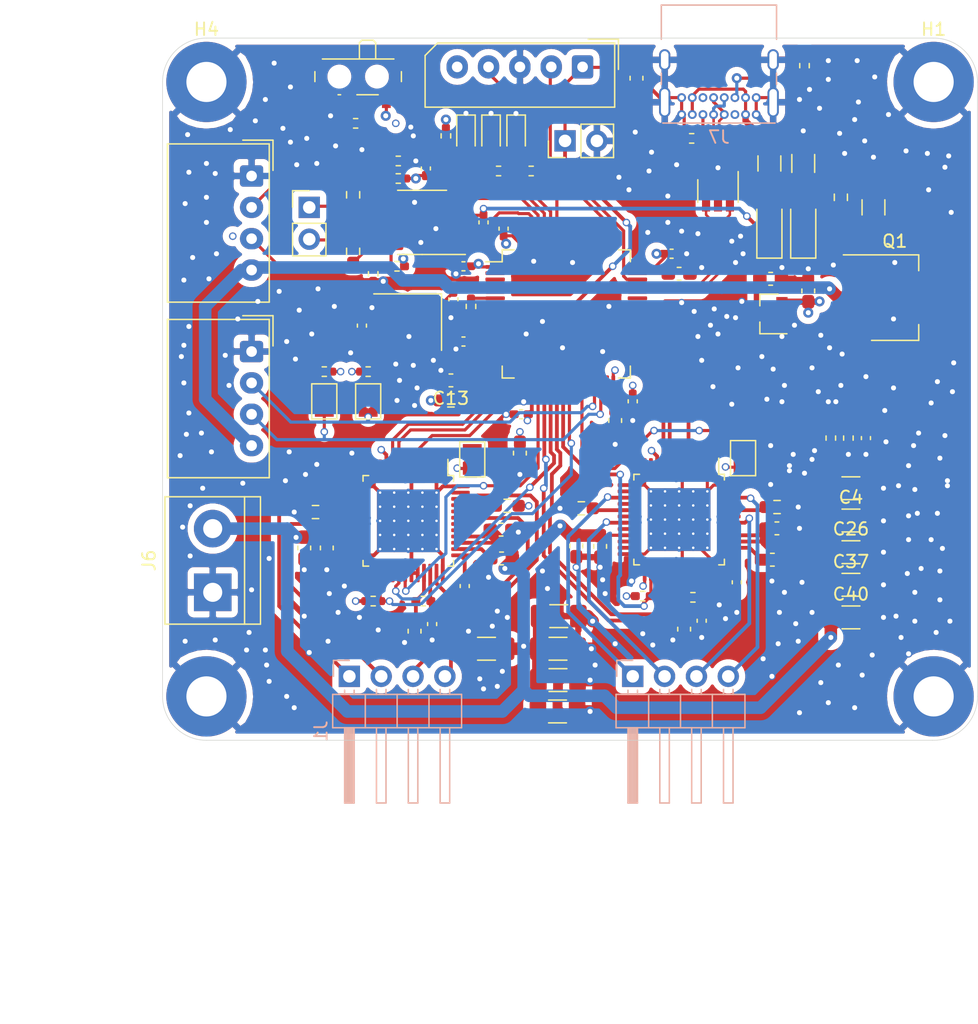
<source format=kicad_pcb>
(kicad_pcb (version 20171130) (host pcbnew 5.1.8)
  (layers (0 F.Cu signal) (1 In1.Cu power) (2 In2.Cu power) (31 B.Cu signal) (34 B.Paste user) (35 F.Paste user) (36 B.SilkS user) (37 F.SilkS user) (38 B.Mask user) (39 F.Mask user) (44 Edge.Cuts user))
  (net 0 "")
  (net 1 GND)
  (net 2 "Net-(C1-Pad1)")
  (net 3 VCP1)
  (net 4 VS1)
  (net 5 5VOUT1)
  (net 6 +3V3)
  (net 7 "Net-(C9-Pad2)")
  (net 8 "Net-(C9-Pad1)")
  (net 9 5VM1)
  (net 10 NRST)
  (net 11 VDDA)
  (net 12 OSC_IN)
  (net 13 "Net-(C17-Pad1)")
  (net 14 +5V)
  (net 15 VCP2)
  (net 16 "Net-(C25-Pad1)")
  (net 17 5VOUT2)
  (net 18 "Net-(C31-Pad2)")
  (net 19 "Net-(C31-Pad1)")
  (net 20 5VM2)
  (net 21 "Net-(C33-Pad1)")
  (net 22 VBAT)
  (net 23 +5VD)
  (net 24 "Net-(D5-Pad2)")
  (net 25 "Net-(D6-Pad2)")
  (net 26 "Net-(D7-Pad2)")
  (net 27 "Net-(F1-Pad1)")
  (net 28 "Net-(F2-Pad2)")
  (net 29 "Net-(J1-Pad4)")
  (net 30 "Net-(J1-Pad3)")
  (net 31 "Net-(J1-Pad2)")
  (net 32 "Net-(J1-Pad1)")
  (net 33 "Net-(J2-Pad2)")
  (net 34 "Net-(J2-Pad1)")
  (net 35 VDC)
  (net 36 "Net-(J3-Pad3)")
  (net 37 "Net-(J3-Pad2)")
  (net 38 "Net-(J4-Pad4)")
  (net 39 "Net-(J4-Pad3)")
  (net 40 "Net-(J4-Pad2)")
  (net 41 "Net-(J4-Pad1)")
  (net 42 SDA)
  (net 43 SCL)
  (net 44 USB_CONN_D+)
  (net 45 "Net-(J7-PadB5)")
  (net 46 USB_CONN_D-)
  (net 47 "Net-(J7-PadA5)")
  (net 48 SWCLK)
  (net 49 SWDIO)
  (net 50 "Net-(JP1-Pad2)")
  (net 51 "Net-(JP2-Pad2)")
  (net 52 ERR1)
  (net 53 "Net-(R3-Pad2)")
  (net 54 BOOT)
  (net 55 "Net-(R4-Pad1)")
  (net 56 "Net-(R5-Pad2)")
  (net 57 OSC_OUT)
  (net 58 "Net-(R7-Pad2)")
  (net 59 "Net-(R10-Pad2)")
  (net 60 ERR2)
  (net 61 "Net-(R16-Pad2)")
  (net 62 "Net-(R17-Pad2)")
  (net 63 STATUS)
  (net 64 ERR)
  (net 65 CAN_TX)
  (net 66 CAN_RX)
  (net 67 USB_D+)
  (net 68 USB_D-)
  (net 69 STEP2)
  (net 70 DIR1)
  (net 71 STEP1)
  (net 72 REF2)
  (net 73 REF1)
  (net 74 MODE1)
  (net 75 EN1)
  (net 76 EN2)
  (net 77 DIR2)
  (net 78 MODE2)
  (net 79 "Net-(JP3-Pad1)")
  (net 80 "Net-(JP4-Pad1)")
  (net 81 "Net-(F1-Pad2)")
  (module Package_TO_SOT_SMD:SOT-223-3_TabPin2 (layer F.Cu) (at 98.4 70.7)
    (fp_text reference Q1 (at 0 -4.5) (layer F.SilkS))
    (fp_text value NDT2955)
    (pad 1 smd rect (at -3.15 -2.3) (size 2 1.5) (layers F.Cu F.Paste F.Mask) (net 1 GND))
    (pad 3 smd rect (at -3.15 2.3) (size 2 1.5) (layers F.Cu F.Paste F.Mask) (net 81 "Net-(F1-Pad2)"))
    (pad 2 smd rect (at -3.15 0) (size 2 1.5) (layers F.Cu F.Paste F.Mask) (net 35 VDC))
    (pad 2 smd rect (at 3.15 0) (size 2 3.8) (layers F.Cu F.Paste F.Mask) (net 35 VDC))
  )
  (module Capacitor_SMD:C_0603_1608Metric_Pad1.08x0.95mm_HandSolder (layer F.Cu) (at 81.6 97.1375 270)
    (fp_text reference C30)
    (fp_text value 4u7)
    (pad 2 smd roundrect (at 0.8625 0 270) (size 1.075 0.95) (layers F.Cu F.Paste F.Mask) (net 1 GND))
    (pad 1 smd roundrect (at -0.8625 0 270) (size 1.075 0.95) (layers F.Cu F.Paste F.Mask) (net 17 5VOUT2))
  )
  (module Capacitor_SMD:C_0603_1608Metric_Pad1.08x0.95mm_HandSolder (layer F.Cu) (at 60.1 97.3 270)
    (fp_text reference C7)
    (fp_text value 4u7)
    (pad 2 smd roundrect (at 0.8625 0 270) (size 1.075 0.95) (layers F.Cu F.Paste F.Mask) (net 1 GND))
    (pad 1 smd roundrect (at -0.8625 0 270) (size 1.075 0.95) (layers F.Cu F.Paste F.Mask) (net 5 5VOUT1))
  )
  (module Resistor_SMD:R_0402_1005Metric_Pad0.72x0.64mm_HandSolder (layer F.Cu) (at 56.3975 76.6 180)
    (fp_text reference R26)
    (fp_text value 2k2)
    (pad 2 smd roundrect (at 0.5975 0 180) (size 0.715 0.64) (layers F.Cu F.Paste F.Mask) (net 6 +3V3))
    (pad 1 smd roundrect (at -0.5975 0 180) (size 0.715 0.64) (layers F.Cu F.Paste F.Mask) (net 80 "Net-(JP4-Pad1)"))
  )
  (module Resistor_SMD:R_0402_1005Metric_Pad0.72x0.64mm_HandSolder (layer F.Cu) (at 52.9 76.6)
    (fp_text reference R25)
    (fp_text value 2k2)
    (pad 2 smd roundrect (at 0.5975 0) (size 0.715 0.64) (layers F.Cu F.Paste F.Mask) (net 6 +3V3))
    (pad 1 smd roundrect (at -0.5975 0) (size 0.715 0.64) (layers F.Cu F.Paste F.Mask) (net 79 "Net-(JP3-Pad1)"))
  )
  (module Jumper:SolderJumper-2_P1.3mm_Open_TrianglePad1.0x1.5mm (layer F.Cu) (at 56.4 78.975 270)
    (fp_text reference JP4)
    (fp_text value Jumper_2_Open)
    (pad 1 smd custom (at -0.725 0 270) (size 0.3 0.3) (layers F.Cu F.Mask) (net 80 "Net-(JP4-Pad1)") (options (clearance outline) (anchor rect)) (primitives (gr_poly (pts (xy -0.5 -0.75) (xy 0.5 -0.75) (xy 1 0) (xy 0.5 0.75) (xy -0.5 0.75)) (width 0))))
    (pad 2 smd custom (at 0.725 0 270) (size 0.3 0.3) (layers F.Cu F.Mask) (net 43 SCL) (options (clearance outline) (anchor rect)) (primitives (gr_poly (pts (xy -0.65 -0.75) (xy 0.5 -0.75) (xy 0.5 0.75) (xy -0.65 0.75) (xy -0.15 0)) (width 0))))
  )
  (module Jumper:SolderJumper-2_P1.3mm_Open_TrianglePad1.0x1.5mm (layer F.Cu) (at 52.9 78.975 270)
    (fp_text reference JP3)
    (fp_text value Jumper_2_Open)
    (pad 1 smd custom (at -0.725 0 270) (size 0.3 0.3) (layers F.Cu F.Mask) (net 79 "Net-(JP3-Pad1)") (options (clearance outline) (anchor rect)) (primitives (gr_poly (pts (xy -0.5 -0.75) (xy 0.5 -0.75) (xy 1 0) (xy 0.5 0.75) (xy -0.5 0.75)) (width 0))))
    (pad 2 smd custom (at 0.725 0 270) (size 0.3 0.3) (layers F.Cu F.Mask) (net 42 SDA) (options (clearance outline) (anchor rect)) (primitives (gr_poly (pts (xy -0.65 -0.75) (xy 0.5 -0.75) (xy 0.5 0.75) (xy -0.65 0.75) (xy -0.15 0)) (width 0))))
  )
  (module Capacitor_SMD:C_1206_3216Metric_Pad1.33x1.80mm_HandSolder (layer F.Cu) (at 71.5375 101.2)
    (fp_text reference C43)
    (fp_text value 10u)
    (pad 2 smd roundrect (at 1.5625 0) (size 1.325 1.8) (layers F.Cu F.Paste F.Mask) (roundrect_rratio 0.1886784905660377) (net 1 GND))
    (pad 1 smd roundrect (at -1.5625 0) (size 1.325 1.8) (layers F.Cu F.Paste F.Mask) (roundrect_rratio 0.1886784905660377) (net 4 VS1))
  )
  (module Capacitor_SMD:C_1206_3216Metric_Pad1.33x1.80mm_HandSolder (layer F.Cu) (at 71.5375 98.7)
    (fp_text reference C42)
    (fp_text value 10u)
    (pad 2 smd roundrect (at 1.5625 0) (size 1.325 1.8) (layers F.Cu F.Paste F.Mask) (roundrect_rratio 0.1886784905660377) (net 1 GND))
    (pad 1 smd roundrect (at -1.5625 0) (size 1.325 1.8) (layers F.Cu F.Paste F.Mask) (roundrect_rratio 0.1886784905660377) (net 4 VS1))
  )
  (module Capacitor_SMD:C_1206_3216Metric_Pad1.33x1.80mm_HandSolder (layer F.Cu) (at 65.8375 98.7 180)
    (fp_text reference C41)
    (fp_text value 10u)
    (pad 2 smd roundrect (at 1.5625 0 180) (size 1.325 1.8) (layers F.Cu F.Paste F.Mask) (roundrect_rratio 0.1886784905660377) (net 1 GND))
    (pad 1 smd roundrect (at -1.5625 0 180) (size 1.325 1.8) (layers F.Cu F.Paste F.Mask) (roundrect_rratio 0.1886784905660377) (net 4 VS1))
  )
  (module Capacitor_SMD:C_1206_3216Metric_Pad1.33x1.80mm_HandSolder (layer F.Cu) (at 94.905001 96.2)
    (fp_text reference C40 (at 0 -1.85) (layer F.SilkS))
    (fp_text value 10u)
    (pad 2 smd roundrect (at 1.5625 0) (size 1.325 1.8) (layers F.Cu F.Paste F.Mask) (roundrect_rratio 0.1886784905660377) (net 1 GND))
    (pad 1 smd roundrect (at -1.5625 0) (size 1.325 1.8) (layers F.Cu F.Paste F.Mask) (roundrect_rratio 0.1886784905660377) (net 4 VS1))
  )
  (module Capacitor_SMD:C_1206_3216Metric_Pad1.33x1.80mm_HandSolder (layer F.Cu) (at 71.6 96.1)
    (fp_text reference C39)
    (fp_text value 10u)
    (pad 2 smd roundrect (at 1.5625 0) (size 1.325 1.8) (layers F.Cu F.Paste F.Mask) (roundrect_rratio 0.1886784905660377) (net 1 GND))
    (pad 1 smd roundrect (at -1.5625 0) (size 1.325 1.8) (layers F.Cu F.Paste F.Mask) (roundrect_rratio 0.1886784905660377) (net 4 VS1))
  )
  (module Capacitor_SMD:C_1206_3216Metric_Pad1.33x1.80mm_HandSolder (layer F.Cu) (at 71.5 103.7)
    (fp_text reference C38)
    (fp_text value 10u)
    (pad 2 smd roundrect (at 1.5625 0) (size 1.325 1.8) (layers F.Cu F.Paste F.Mask) (roundrect_rratio 0.1886784905660377) (net 1 GND))
    (pad 1 smd roundrect (at -1.5625 0) (size 1.325 1.8) (layers F.Cu F.Paste F.Mask) (roundrect_rratio 0.1886784905660377) (net 4 VS1))
  )
  (module Capacitor_SMD:C_1206_3216Metric_Pad1.33x1.80mm_HandSolder (layer F.Cu) (at 94.905001 93.6)
    (fp_text reference C37 (at 0 -1.85) (layer F.SilkS))
    (fp_text value 10u)
    (pad 2 smd roundrect (at 1.5625 0) (size 1.325 1.8) (layers F.Cu F.Paste F.Mask) (roundrect_rratio 0.1886784905660377) (net 1 GND))
    (pad 1 smd roundrect (at -1.5625 0) (size 1.325 1.8) (layers F.Cu F.Paste F.Mask) (roundrect_rratio 0.1886784905660377) (net 4 VS1))
  )
  (module Capacitor_SMD:C_1206_3216Metric_Pad1.33x1.80mm_HandSolder (layer F.Cu) (at 94.9 85.9)
    (fp_text reference C27)
    (fp_text value 10u)
    (pad 2 smd roundrect (at 1.5625 0) (size 1.325 1.8) (layers F.Cu F.Paste F.Mask) (roundrect_rratio 0.1886784905660377) (net 1 GND))
    (pad 1 smd roundrect (at -1.5625 0) (size 1.325 1.8) (layers F.Cu F.Paste F.Mask) (roundrect_rratio 0.1886784905660377) (net 4 VS1))
  )
  (module Capacitor_SMD:C_1206_3216Metric_Pad1.33x1.80mm_HandSolder (layer F.Cu) (at 94.905001 91)
    (fp_text reference C26 (at 0 -1.85) (layer F.SilkS))
    (fp_text value 10u)
    (pad 2 smd roundrect (at 1.5625 0) (size 1.325 1.8) (layers F.Cu F.Paste F.Mask) (roundrect_rratio 0.1886784905660377) (net 1 GND))
    (pad 1 smd roundrect (at -1.5625 0) (size 1.325 1.8) (layers F.Cu F.Paste F.Mask) (roundrect_rratio 0.1886784905660377) (net 4 VS1))
  )
  (module Capacitor_SMD:C_1206_3216Metric_Pad1.33x1.80mm_HandSolder (layer F.Cu) (at 94.905001 88.475001)
    (fp_text reference C4 (at 0 -1.85) (layer F.SilkS))
    (fp_text value 10u)
    (pad 2 smd roundrect (at 1.5625 0) (size 1.325 1.8) (layers F.Cu F.Paste F.Mask) (roundrect_rratio 0.1886784905660377) (net 1 GND))
    (pad 1 smd roundrect (at -1.5625 0) (size 1.325 1.8) (layers F.Cu F.Paste F.Mask) (roundrect_rratio 0.1886784905660377) (net 4 VS1))
  )
  (module Resistor_SMD:R_0402_1005Metric_Pad0.72x0.64mm_HandSolder (layer F.Cu) (at 82.3 94.6)
    (fp_text reference R15)
    (fp_text value 2R2)
    (pad 2 smd roundrect (at 0.5975 0) (size 0.715 0.64) (layers F.Cu F.Paste F.Mask) (net 20 5VM2))
    (pad 1 smd roundrect (at -0.5975 0) (size 0.715 0.64) (layers F.Cu F.Paste F.Mask) (net 17 5VOUT2))
  )
  (module Resistor_SMD:R_0402_1005Metric_Pad0.72x0.64mm_HandSolder (layer F.Cu) (at 78.3025 94.5 180)
    (fp_text reference R14)
    (fp_text value 10k)
    (pad 2 smd roundrect (at 0.5975 0 180) (size 0.715 0.64) (layers F.Cu F.Paste F.Mask) (net 6 +3V3))
    (pad 1 smd roundrect (at -0.5975 0 180) (size 0.715 0.64) (layers F.Cu F.Paste F.Mask) (net 60 ERR2))
  )
  (module Capacitor_SMD:C_0603_1608Metric_Pad1.08x0.95mm_HandSolder (layer F.Cu) (at 73 90.5 270)
    (fp_text reference C28)
    (fp_text value 100n)
    (pad 2 smd roundrect (at 0.8625 0 270) (size 1.075 0.95) (layers F.Cu F.Paste F.Mask) (net 1 GND))
    (pad 1 smd roundrect (at -0.8625 0 270) (size 1.075 0.95) (layers F.Cu F.Paste F.Mask) (net 4 VS1))
  )
  (module Capacitor_SMD:C_0402_1005Metric_Pad0.74x0.62mm_HandSolder (layer F.Cu) (at 83 96.4675 270)
    (fp_text reference C32)
    (fp_text value 470n)
    (pad 2 smd roundrect (at 0.5675 0 270) (size 0.735 0.62) (layers F.Cu F.Paste F.Mask) (net 1 GND))
    (pad 1 smd roundrect (at -0.5675 0 270) (size 0.735 0.62) (layers F.Cu F.Paste F.Mask) (net 20 5VM2))
  )
  (module Capacitor_SMD:C_0402_1005Metric_Pad0.74x0.62mm_HandSolder (layer F.Cu) (at 85.8 93.4 270)
    (fp_text reference C31)
    (fp_text value 22n@50V)
    (pad 2 smd roundrect (at 0.5675 0 270) (size 0.735 0.62) (layers F.Cu F.Paste F.Mask) (net 18 "Net-(C31-Pad2)"))
    (pad 1 smd roundrect (at -0.5675 0 270) (size 0.735 0.62) (layers F.Cu F.Paste F.Mask) (net 19 "Net-(C31-Pad1)"))
  )
  (module Capacitor_SMD:C_0603_1608Metric_Pad1.08x0.95mm_HandSolder (layer F.Cu) (at 74.9 90.5375 270)
    (fp_text reference C29)
    (fp_text value 100n)
    (pad 2 smd roundrect (at 0.8625 0 270) (size 1.075 0.95) (layers F.Cu F.Paste F.Mask) (net 1 GND))
    (pad 1 smd roundrect (at -0.8625 0 270) (size 1.075 0.95) (layers F.Cu F.Paste F.Mask) (net 4 VS1))
  )
  (module Capacitor_SMD:C_0603_1608Metric_Pad1.08x0.95mm_HandSolder (layer F.Cu) (at 89 89.1)
    (fp_text reference C24)
    (fp_text value 100n)
    (pad 2 smd roundrect (at 0.8625 0) (size 1.075 0.95) (layers F.Cu F.Paste F.Mask) (net 1 GND))
    (pad 1 smd roundrect (at -0.8625 0) (size 1.075 0.95) (layers F.Cu F.Paste F.Mask) (net 4 VS1))
  )
  (module Capacitor_SMD:C_0603_1608Metric_Pad1.08x0.95mm_HandSolder (layer F.Cu) (at 88.6375 91.6 180)
    (fp_text reference C23)
    (fp_text value 100n)
    (pad 2 smd roundrect (at 0.8625 0 180) (size 1.075 0.95) (layers F.Cu F.Paste F.Mask) (net 15 VCP2))
    (pad 1 smd roundrect (at -0.8625 0 180) (size 1.075 0.95) (layers F.Cu F.Paste F.Mask) (net 4 VS1))
  )
  (module Capacitor_SMD:C_0402_1005Metric_Pad0.74x0.62mm_HandSolder (layer F.Cu) (at 64.1 93.7 270)
    (fp_text reference C9)
    (fp_text value 22n@50V)
    (pad 2 smd roundrect (at 0.5675 0 270) (size 0.735 0.62) (layers F.Cu F.Paste F.Mask) (net 7 "Net-(C9-Pad2)"))
    (pad 1 smd roundrect (at -0.5675 0 270) (size 0.735 0.62) (layers F.Cu F.Paste F.Mask) (net 8 "Net-(C9-Pad1)"))
  )
  (module Capacitor_SMD:C_0603_1608Metric_Pad1.08x0.95mm_HandSolder (layer F.Cu) (at 51.3 90.6625 270)
    (fp_text reference C6)
    (fp_text value 100n)
    (pad 2 smd roundrect (at 0.8625 0 270) (size 1.075 0.95) (layers F.Cu F.Paste F.Mask) (net 1 GND))
    (pad 1 smd roundrect (at -0.8625 0 270) (size 1.075 0.95) (layers F.Cu F.Paste F.Mask) (net 4 VS1))
  )
  (module Capacitor_SMD:C_0603_1608Metric_Pad1.08x0.95mm_HandSolder (layer F.Cu) (at 53.1 90.6625 270)
    (fp_text reference C5)
    (fp_text value 100n)
    (pad 2 smd roundrect (at 0.8625 0 270) (size 1.075 0.95) (layers F.Cu F.Paste F.Mask) (net 1 GND))
    (pad 1 smd roundrect (at -0.8625 0 270) (size 1.075 0.95) (layers F.Cu F.Paste F.Mask) (net 4 VS1))
  )
  (module Capacitor_SMD:C_0603_1608Metric_Pad1.08x0.95mm_HandSolder (layer F.Cu) (at 67 89.2)
    (fp_text reference C3)
    (fp_text value 100n)
    (pad 2 smd roundrect (at 0.8625 0) (size 1.075 0.95) (layers F.Cu F.Paste F.Mask) (net 1 GND))
    (pad 1 smd roundrect (at -0.8625 0) (size 1.075 0.95) (layers F.Cu F.Paste F.Mask) (net 4 VS1))
  )
  (module Capacitor_SMD:C_0603_1608Metric_Pad1.08x0.95mm_HandSolder (layer F.Cu) (at 67.0375 91.5 180)
    (fp_text reference C2)
    (fp_text value 100n)
    (pad 2 smd roundrect (at 0.8625 0 180) (size 1.075 0.95) (layers F.Cu F.Paste F.Mask) (net 3 VCP1))
    (pad 1 smd roundrect (at -0.8625 0 180) (size 1.075 0.95) (layers F.Cu F.Paste F.Mask) (net 4 VS1))
  )
  (module Resistor_SMD:R_0402_1005Metric_Pad0.72x0.64mm_HandSolder (layer F.Cu) (at 60.8 94.9)
    (fp_text reference R2)
    (fp_text value 2R2)
    (pad 2 smd roundrect (at 0.5975 0) (size 0.715 0.64) (layers F.Cu F.Paste F.Mask) (net 9 5VM1))
    (pad 1 smd roundrect (at -0.5975 0) (size 0.715 0.64) (layers F.Cu F.Paste F.Mask) (net 5 5VOUT1))
  )
  (module Capacitor_SMD:C_0402_1005Metric_Pad0.74x0.62mm_HandSolder (layer F.Cu) (at 61.5 96.7325 270)
    (fp_text reference C10)
    (fp_text value 470n)
    (pad 2 smd roundrect (at 0.5675 0 270) (size 0.735 0.62) (layers F.Cu F.Paste F.Mask) (net 1 GND))
    (pad 1 smd roundrect (at -0.5675 0 270) (size 0.735 0.62) (layers F.Cu F.Paste F.Mask) (net 9 5VM1))
  )
  (module Capacitor_SMD:C_0402_1005Metric_Pad0.74x0.62mm_HandSolder (layer F.Cu) (at 96.1 81.9 270)
    (fp_text reference C36)
    (fp_text value 10n)
    (pad 2 smd roundrect (at 0.5675 0 270) (size 0.735 0.62) (layers F.Cu F.Paste F.Mask) (net 1 GND))
    (pad 1 smd roundrect (at -0.5675 0 270) (size 0.735 0.62) (layers F.Cu F.Paste F.Mask) (net 22 VBAT))
  )
  (module Capacitor_SMD:C_0402_1005Metric_Pad0.74x0.62mm_HandSolder (layer F.Cu) (at 64 74.2 180)
    (fp_text reference C16)
    (fp_text value 10n)
    (pad 2 smd roundrect (at 0.5675 0 180) (size 0.735 0.62) (layers F.Cu F.Paste F.Mask) (net 1 GND))
    (pad 1 smd roundrect (at -0.5675 0 180) (size 0.735 0.62) (layers F.Cu F.Paste F.Mask) (net 11 VDDA))
  )
  (module Resistor_SMD:R_0402_1005Metric_Pad0.72x0.64mm_HandSolder (layer F.Cu) (at 64.6 71.4025 270)
    (fp_text reference R6)
    (fp_text value 47R)
    (pad 2 smd roundrect (at 0.5975 0 270) (size 0.715 0.64) (layers F.Cu F.Paste F.Mask) (net 13 "Net-(C17-Pad1)"))
    (pad 1 smd roundrect (at -0.5975 0 270) (size 0.715 0.64) (layers F.Cu F.Paste F.Mask) (net 57 OSC_OUT))
  )
  (module Capacitor_SMD:C_0402_1005Metric_Pad0.74x0.62mm_HandSolder (layer F.Cu) (at 55.9 72.9325 90)
    (fp_text reference C17)
    (fp_text value 12p)
    (pad 2 smd roundrect (at 0.5675 0 90) (size 0.735 0.62) (layers F.Cu F.Paste F.Mask) (net 1 GND))
    (pad 1 smd roundrect (at -0.5675 0 90) (size 0.735 0.62) (layers F.Cu F.Paste F.Mask) (net 13 "Net-(C17-Pad1)"))
  )
  (module Capacitor_SMD:C_0402_1005Metric_Pad0.74x0.62mm_HandSolder (layer F.Cu) (at 64 68.2 180)
    (fp_text reference C15)
    (fp_text value 100n)
    (pad 2 smd roundrect (at 0.5675 0 180) (size 0.735 0.62) (layers F.Cu F.Paste F.Mask) (net 1 GND))
    (pad 1 smd roundrect (at -0.5675 0 180) (size 0.735 0.62) (layers F.Cu F.Paste F.Mask) (net 6 +3V3))
  )
  (module Capacitor_SMD:C_0402_1005Metric_Pad0.74x0.62mm_HandSolder (layer F.Cu) (at 63.2 70.8325 270)
    (fp_text reference C14)
    (fp_text value 12p)
    (pad 2 smd roundrect (at 0.5675 0 270) (size 0.735 0.62) (layers F.Cu F.Paste F.Mask) (net 1 GND))
    (pad 1 smd roundrect (at -0.5675 0 270) (size 0.735 0.62) (layers F.Cu F.Paste F.Mask) (net 12 OSC_IN))
  )
  (module Capacitor_SMD:C_0402_1005Metric_Pad0.74x0.62mm_HandSolder (layer F.Cu) (at 67.2 65.2 90)
    (fp_text reference C12)
    (fp_text value 100n)
    (pad 2 smd roundrect (at 0.5675 0 90) (size 0.735 0.62) (layers F.Cu F.Paste F.Mask) (net 1 GND))
    (pad 1 smd roundrect (at -0.5675 0 90) (size 0.735 0.62) (layers F.Cu F.Paste F.Mask) (net 6 +3V3))
  )
  (module Resistor_SMD:R_0402_1005Metric_Pad0.72x0.64mm_HandSolder (layer F.Cu) (at 56.8 68.8 270)
    (fp_text reference R11)
    (fp_text value 0R)
    (pad 2 smd roundrect (at 0.5975 0 270) (size 0.715 0.64) (layers F.Cu F.Paste F.Mask) (net 1 GND))
    (pad 1 smd roundrect (at -0.5975 0 270) (size 0.715 0.64) (layers F.Cu F.Paste F.Mask) (net 59 "Net-(R10-Pad2)"))
  )
  (module Resistor_SMD:R_0402_1005Metric_Pad0.72x0.64mm_HandSolder (layer F.Cu) (at 69.4 60.6)
    (fp_text reference R24)
    (fp_text value 1k)
    (pad 2 smd roundrect (at 0.5975 0) (size 0.715 0.64) (layers F.Cu F.Paste F.Mask) (net 64 ERR))
    (pad 1 smd roundrect (at -0.5975 0) (size 0.715 0.64) (layers F.Cu F.Paste F.Mask) (net 26 "Net-(D7-Pad2)"))
  )
  (module Resistor_SMD:R_0402_1005Metric_Pad0.72x0.64mm_HandSolder (layer F.Cu) (at 91.2 52.2 270)
    (fp_text reference R23)
    (fp_text value 5k1)
    (pad 2 smd roundrect (at 0.5975 0 270) (size 0.715 0.64) (layers F.Cu F.Paste F.Mask) (net 45 "Net-(J7-PadB5)"))
    (pad 1 smd roundrect (at -0.5975 0 270) (size 0.715 0.64) (layers F.Cu F.Paste F.Mask) (net 1 GND))
  )
  (module Resistor_SMD:R_0402_1005Metric_Pad0.72x0.64mm_HandSolder (layer F.Cu) (at 82.2 58)
    (fp_text reference R22)
    (fp_text value 5k1)
    (pad 2 smd roundrect (at 0.5975 0) (size 0.715 0.64) (layers F.Cu F.Paste F.Mask) (net 47 "Net-(J7-PadA5)"))
    (pad 1 smd roundrect (at -0.5975 0) (size 0.715 0.64) (layers F.Cu F.Paste F.Mask) (net 1 GND))
  )
  (module Resistor_SMD:R_0402_1005Metric_Pad0.72x0.64mm_HandSolder (layer F.Cu) (at 66.8 60.6)
    (fp_text reference R21)
    (fp_text value 1k)
    (pad 2 smd roundrect (at 0.5975 0) (size 0.715 0.64) (layers F.Cu F.Paste F.Mask) (net 63 STATUS))
    (pad 1 smd roundrect (at -0.5975 0) (size 0.715 0.64) (layers F.Cu F.Paste F.Mask) (net 25 "Net-(D6-Pad2)"))
  )
  (module Resistor_SMD:R_0402_1005Metric_Pad0.72x0.64mm_HandSolder (layer F.Cu) (at 62.6 57.8 90)
    (fp_text reference R20)
    (fp_text value 1k)
    (pad 2 smd roundrect (at 0.5975 0 90) (size 0.715 0.64) (layers F.Cu F.Paste F.Mask) (net 6 +3V3))
    (pad 1 smd roundrect (at -0.5975 0 90) (size 0.715 0.64) (layers F.Cu F.Paste F.Mask) (net 24 "Net-(D5-Pad2)"))
  )
  (module Resistor_SMD:R_0402_1005Metric_Pad0.72x0.64mm_HandSolder (layer F.Cu) (at 94.7 81.9 90)
    (fp_text reference R19)
    (fp_text value 4k7)
    (pad 2 smd roundrect (at 0.5975 0 90) (size 0.715 0.64) (layers F.Cu F.Paste F.Mask) (net 22 VBAT))
    (pad 1 smd roundrect (at -0.5975 0 90) (size 0.715 0.64) (layers F.Cu F.Paste F.Mask) (net 1 GND))
  )
  (module Resistor_SMD:R_0402_1005Metric_Pad0.72x0.64mm_HandSolder (layer F.Cu) (at 93.3 81.9 270)
    (fp_text reference R18)
    (fp_text value 100k)
    (pad 2 smd roundrect (at 0.5975 0 270) (size 0.715 0.64) (layers F.Cu F.Paste F.Mask) (net 4 VS1))
    (pad 1 smd roundrect (at -0.5975 0 270) (size 0.715 0.64) (layers F.Cu F.Paste F.Mask) (net 22 VBAT))
  )
  (module Resistor_SMD:R_0402_1005Metric_Pad0.72x0.64mm_HandSolder (layer F.Cu) (at 58.7 68.2 180)
    (fp_text reference R10)
    (fp_text value 1M)
    (pad 2 smd roundrect (at 0.5975 0 180) (size 0.715 0.64) (layers F.Cu F.Paste F.Mask) (net 59 "Net-(R10-Pad2)"))
    (pad 1 smd roundrect (at -0.5975 0 180) (size 0.715 0.64) (layers F.Cu F.Paste F.Mask) (net 6 +3V3))
  )
  (module Resistor_SMD:R_0402_1005Metric_Pad0.72x0.64mm_HandSolder (layer F.Cu) (at 58.8 59.8)
    (fp_text reference R8)
    (fp_text value 1M)
    (pad 2 smd roundrect (at 0.5975 0) (size 0.715 0.64) (layers F.Cu F.Paste F.Mask) (net 1 GND))
    (pad 1 smd roundrect (at -0.5975 0) (size 0.715 0.64) (layers F.Cu F.Paste F.Mask) (net 58 "Net-(R7-Pad2)"))
  )
  (module Resistor_SMD:R_0402_1005Metric_Pad0.72x0.64mm_HandSolder (layer F.Cu) (at 58.8 61.2 180)
    (fp_text reference R7)
    (fp_text value 0R)
    (pad 2 smd roundrect (at 0.5975 0 180) (size 0.715 0.64) (layers F.Cu F.Paste F.Mask) (net 58 "Net-(R7-Pad2)"))
    (pad 1 smd roundrect (at -0.5975 0 180) (size 0.715 0.64) (layers F.Cu F.Paste F.Mask) (net 6 +3V3))
  )
  (module Resistor_SMD:R_0402_1005Metric_Pad0.72x0.64mm_HandSolder (layer F.Cu) (at 55.4 56.8)
    (fp_text reference R4)
    (fp_text value 10k)
    (pad 2 smd roundrect (at 0.5975 0) (size 0.715 0.64) (layers F.Cu F.Paste F.Mask) (net 54 BOOT))
    (pad 1 smd roundrect (at -0.5975 0) (size 0.715 0.64) (layers F.Cu F.Paste F.Mask) (net 55 "Net-(R4-Pad1)"))
  )
  (module Resistor_SMD:R_0402_1005Metric_Pad0.72x0.64mm_HandSolder (layer F.Cu) (at 56.8 94.9 180)
    (fp_text reference R1)
    (fp_text value 10k)
    (pad 2 smd roundrect (at 0.5975 0 180) (size 0.715 0.64) (layers F.Cu F.Paste F.Mask) (net 6 +3V3))
    (pad 1 smd roundrect (at -0.5975 0 180) (size 0.715 0.64) (layers F.Cu F.Paste F.Mask) (net 52 ERR1))
  )
  (module Capacitor_SMD:C_0402_1005Metric_Pad0.74x0.62mm_HandSolder (layer F.Cu) (at 65.6 64.7 270)
    (fp_text reference C22)
    (fp_text value 100n)
    (pad 2 smd roundrect (at 0.5675 0 270) (size 0.735 0.62) (layers F.Cu F.Paste F.Mask) (net 1 GND))
    (pad 1 smd roundrect (at -0.5675 0 270) (size 0.735 0.62) (layers F.Cu F.Paste F.Mask) (net 14 +5V))
  )
  (module Capacitor_SMD:C_0402_1005Metric_Pad0.74x0.62mm_HandSolder (layer F.Cu) (at 61 60.4 90)
    (fp_text reference C21)
    (fp_text value 100n)
    (pad 2 smd roundrect (at 0.5675 0 90) (size 0.735 0.62) (layers F.Cu F.Paste F.Mask) (net 1 GND))
    (pad 1 smd roundrect (at -0.5675 0 90) (size 0.735 0.62) (layers F.Cu F.Paste F.Mask) (net 6 +3V3))
  )
  (module Capacitor_SMD:C_0402_1005Metric_Pad0.74x0.62mm_HandSolder (layer F.Cu) (at 77.5 78.9675 270)
    (fp_text reference C20)
    (fp_text value 100n)
    (pad 2 smd roundrect (at 0.5675 0 270) (size 0.735 0.62) (layers F.Cu F.Paste F.Mask) (net 1 GND))
    (pad 1 smd roundrect (at -0.5675 0 270) (size 0.735 0.62) (layers F.Cu F.Paste F.Mask) (net 6 +3V3))
  )
  (module Capacitor_SMD:C_0402_1005Metric_Pad0.74x0.62mm_HandSolder (layer F.Cu) (at 80.6 67.2)
    (fp_text reference C19)
    (fp_text value 100n)
    (pad 2 smd roundrect (at 0.5675 0) (size 0.735 0.62) (layers F.Cu F.Paste F.Mask) (net 1 GND))
    (pad 1 smd roundrect (at -0.5675 0) (size 0.735 0.62) (layers F.Cu F.Paste F.Mask) (net 6 +3V3))
  )
  (module Capacitor_SMD:C_0402_1005Metric_Pad0.74x0.62mm_HandSolder (layer F.Cu) (at 68.6 80 180)
    (fp_text reference C18)
    (fp_text value 100n)
    (pad 2 smd roundrect (at 0.5675 0 180) (size 0.735 0.62) (layers F.Cu F.Paste F.Mask) (net 1 GND))
    (pad 1 smd roundrect (at -0.5675 0 180) (size 0.735 0.62) (layers F.Cu F.Paste F.Mask) (net 6 +3V3))
  )
  (module Crystal:Crystal_SMD_3225-4Pin_3.2x2.5mm_HandSoldering (layer F.Cu) (at 59.55 72.65 180)
    (fp_text reference Y1)
    (fp_text value "25 MHz")
    (pad 4 smd rect (at -1.45 -1.15 180) (size 2.1 1.8) (layers F.Cu F.Paste F.Mask) (net 1 GND))
    (pad 3 smd rect (at 1.45 -1.15 180) (size 2.1 1.8) (layers F.Cu F.Paste F.Mask) (net 13 "Net-(C17-Pad1)"))
    (pad 2 smd rect (at 1.45 1.15 180) (size 2.1 1.8) (layers F.Cu F.Paste F.Mask) (net 1 GND))
    (pad 1 smd rect (at -1.45 1.15 180) (size 2.1 1.8) (layers F.Cu F.Paste F.Mask) (net 12 OSC_IN))
  )
  (module Package_TO_SOT_SMD:SOT-23-6 (layer F.Cu) (at 84.3 62.2 270)
    (fp_text reference U7)
    (fp_text value USBLC6-2SC6)
    (pad 5 smd rect (at 1.1 0 270) (size 1.06 0.65) (layers F.Cu F.Paste F.Mask) (net 23 +5VD))
    (pad 6 smd rect (at 1.1 -0.95 270) (size 1.06 0.65) (layers F.Cu F.Paste F.Mask) (net 68 USB_D-))
    (pad 4 smd rect (at 1.1 0.95 270) (size 1.06 0.65) (layers F.Cu F.Paste F.Mask) (net 67 USB_D+))
    (pad 3 smd rect (at -1.1 0.95 270) (size 1.06 0.65) (layers F.Cu F.Paste F.Mask) (net 44 USB_CONN_D+))
    (pad 2 smd rect (at -1.1 0 270) (size 1.06 0.65) (layers F.Cu F.Paste F.Mask) (net 1 GND))
    (pad 1 smd rect (at -1.1 -0.95 270) (size 1.06 0.65) (layers F.Cu F.Paste F.Mask) (net 46 USB_CONN_D-))
  )
  (module Package_TO_SOT_SMD:SOT-23 (layer F.Cu) (at 88.4 72 180)
    (fp_text reference U6)
    (fp_text value MCP1700-3302E_SOT23)
    (pad 3 smd rect (at 1 0 180) (size 0.9 0.8) (layers F.Cu F.Paste F.Mask) (net 14 +5V))
    (pad 2 smd rect (at -1 0.95 180) (size 0.9 0.8) (layers F.Cu F.Paste F.Mask) (net 6 +3V3))
    (pad 1 smd rect (at -1 -0.95 180) (size 0.9 0.8) (layers F.Cu F.Paste F.Mask) (net 1 GND))
  )
  (module Package_QFP:TQFP-48-1EP_7x7mm_P0.5mm_EP5x5mm_ThermalVias (layer F.Cu) (at 81.2 88.4 270)
    (fp_text reference U4)
    (fp_text value TMC2100-TA)
    (pad 49 smd rect (at 0 0 270) (size 5 5) (layers B.Cu) (net 1 GND))
    (pad 49 thru_hole circle (at 2.25 2.25 270) (size 0.5 0.5) (drill 0.2) (layers *.Cu) (net 1 GND))
    (pad 49 thru_hole circle (at 1.125 2.25 270) (size 0.5 0.5) (drill 0.2) (layers *.Cu) (net 1 GND))
    (pad 49 thru_hole circle (at 0 2.25 270) (size 0.5 0.5) (drill 0.2) (layers *.Cu) (net 1 GND))
    (pad 49 thru_hole circle (at -1.125 2.25 270) (size 0.5 0.5) (drill 0.2) (layers *.Cu) (net 1 GND))
    (pad 49 thru_hole circle (at -2.25 2.25 270) (size 0.5 0.5) (drill 0.2) (layers *.Cu) (net 1 GND))
    (pad 49 thru_hole circle (at 2.25 1.125 270) (size 0.5 0.5) (drill 0.2) (layers *.Cu) (net 1 GND))
    (pad 49 thru_hole circle (at 1.125 1.125 270) (size 0.5 0.5) (drill 0.2) (layers *.Cu) (net 1 GND))
    (pad 49 thru_hole circle (at 0 1.125 270) (size 0.5 0.5) (drill 0.2) (layers *.Cu) (net 1 GND))
    (pad 49 thru_hole circle (at -1.125 1.125 270) (size 0.5 0.5) (drill 0.2) (layers *.Cu) (net 1 GND))
    (pad 49 thru_hole circle (at -2.25 1.125 270) (size 0.5 0.5) (drill 0.2) (layers *.Cu) (net 1 GND))
    (pad 49 thru_hole circle (at 2.25 0 270) (size 0.5 0.5) (drill 0.2) (layers *.Cu) (net 1 GND))
    (pad 49 thru_hole circle (at 1.125 0 270) (size 0.5 0.5) (drill 0.2) (layers *.Cu) (net 1 GND))
    (pad 49 thru_hole circle (at 0 0 270) (size 0.5 0.5) (drill 0.2) (layers *.Cu) (net 1 GND))
    (pad 49 thru_hole circle (at -1.125 0 270) (size 0.5 0.5) (drill 0.2) (layers *.Cu) (net 1 GND))
    (pad 49 thru_hole circle (at -2.25 0 270) (size 0.5 0.5) (drill 0.2) (layers *.Cu) (net 1 GND))
    (pad 49 thru_hole circle (at 2.25 -1.125 270) (size 0.5 0.5) (drill 0.2) (layers *.Cu) (net 1 GND))
    (pad 49 thru_hole circle (at 1.125 -1.125 270) (size 0.5 0.5) (drill 0.2) (layers *.Cu) (net 1 GND))
    (pad 49 thru_hole circle (at 0 -1.125 270) (size 0.5 0.5) (drill 0.2) (layers *.Cu) (net 1 GND))
    (pad 49 thru_hole circle (at -1.125 -1.125 270) (size 0.5 0.5) (drill 0.2) (layers *.Cu) (net 1 GND))
    (pad 49 thru_hole circle (at -2.25 -1.125 270) (size 0.5 0.5) (drill 0.2) (layers *.Cu) (net 1 GND))
    (pad 49 thru_hole circle (at 2.25 -2.25 270) (size 0.5 0.5) (drill 0.2) (layers *.Cu) (net 1 GND))
    (pad 49 thru_hole circle (at 1.125 -2.25 270) (size 0.5 0.5) (drill 0.2) (layers *.Cu) (net 1 GND))
    (pad 49 thru_hole circle (at 0 -2.25 270) (size 0.5 0.5) (drill 0.2) (layers *.Cu) (net 1 GND))
    (pad 49 thru_hole circle (at -1.125 -2.25 270) (size 0.5 0.5) (drill 0.2) (layers *.Cu) (net 1 GND))
    (pad 49 thru_hole circle (at -2.25 -2.25 270) (size 0.5 0.5) (drill 0.2) (layers *.Cu) (net 1 GND))
    (pad 49 smd rect (at 0 0 270) (size 5 5) (layers F.Cu F.Mask) (net 1 GND))
    (pad 48 smd roundrect (at -2.75 -4.1625 270) (size 0.3 1.475) (layers F.Cu F.Paste F.Mask) (net 1 GND))
    (pad 47 smd roundrect (at -2.25 -4.1625 270) (size 0.3 1.475) (layers F.Cu F.Paste F.Mask))
    (pad 46 smd roundrect (at -1.75 -4.1625 270) (size 0.3 1.475) (layers F.Cu F.Paste F.Mask) (net 38 "Net-(J4-Pad4)"))
    (pad 45 smd roundrect (at -1.25 -4.1625 270) (size 0.3 1.475) (layers F.Cu F.Paste F.Mask))
    (pad 44 smd roundrect (at -0.75 -4.1625 270) (size 0.3 1.475) (layers F.Cu F.Paste F.Mask) (net 62 "Net-(R17-Pad2)"))
    (pad 43 smd roundrect (at -0.25 -4.1625 270) (size 0.3 1.475) (layers F.Cu F.Paste F.Mask))
    (pad 42 smd roundrect (at 0.25 -4.1625 270) (size 0.3 1.475) (layers F.Cu F.Paste F.Mask) (net 39 "Net-(J4-Pad3)"))
    (pad 41 smd roundrect (at 0.75 -4.1625 270) (size 0.3 1.475) (layers F.Cu F.Paste F.Mask))
    (pad 40 smd roundrect (at 1.25 -4.1625 270) (size 0.3 1.475) (layers F.Cu F.Paste F.Mask) (net 4 VS1))
    (pad 39 smd roundrect (at 1.75 -4.1625 270) (size 0.3 1.475) (layers F.Cu F.Paste F.Mask) (net 4 VS1))
    (pad 38 smd roundrect (at 2.25 -4.1625 270) (size 0.3 1.475) (layers F.Cu F.Paste F.Mask) (net 15 VCP2))
    (pad 37 smd roundrect (at 2.75 -4.1625 270) (size 0.3 1.475) (layers F.Cu F.Paste F.Mask) (net 19 "Net-(C31-Pad1)"))
    (pad 36 smd roundrect (at 4.1625 -2.75 270) (size 1.475 0.3) (layers F.Cu F.Paste F.Mask) (net 1 GND))
    (pad 35 smd roundrect (at 4.1625 -2.25 270) (size 1.475 0.3) (layers F.Cu F.Paste F.Mask) (net 18 "Net-(C31-Pad2)"))
    (pad 34 smd roundrect (at 4.1625 -1.75 270) (size 1.475 0.3) (layers F.Cu F.Paste F.Mask) (net 20 5VM2))
    (pad 33 smd roundrect (at 4.1625 -1.25 270) (size 1.475 0.3) (layers F.Cu F.Paste F.Mask) (net 17 5VOUT2))
    (pad 32 smd roundrect (at 4.1625 -0.75 270) (size 1.475 0.3) (layers F.Cu F.Paste F.Mask) (net 1 GND))
    (pad 31 smd roundrect (at 4.1625 -0.25 270) (size 1.475 0.3) (layers F.Cu F.Paste F.Mask) (net 1 GND))
    (pad 30 smd roundrect (at 4.1625 0.25 270) (size 1.475 0.3) (layers F.Cu F.Paste F.Mask) (net 72 REF2))
    (pad 29 smd roundrect (at 4.1625 0.75 270) (size 1.475 0.3) (layers F.Cu F.Paste F.Mask) (net 76 EN2))
    (pad 28 smd roundrect (at 4.1625 1.25 270) (size 1.475 0.3) (layers F.Cu F.Paste F.Mask))
    (pad 27 smd roundrect (at 4.1625 1.75 270) (size 1.475 0.3) (layers F.Cu F.Paste F.Mask))
    (pad 26 smd roundrect (at 4.1625 2.25 270) (size 1.475 0.3) (layers F.Cu F.Paste F.Mask) (net 60 ERR2))
    (pad 25 smd roundrect (at 4.1625 2.75 270) (size 1.475 0.3) (layers F.Cu F.Paste F.Mask) (net 6 +3V3))
    (pad 24 smd roundrect (at 2.75 4.1625 270) (size 0.3 1.475) (layers F.Cu F.Paste F.Mask) (net 1 GND))
    (pad 23 smd roundrect (at 2.25 4.1625 270) (size 0.3 1.475) (layers F.Cu F.Paste F.Mask))
    (pad 22 smd roundrect (at 1.75 4.1625 270) (size 0.3 1.475) (layers F.Cu F.Paste F.Mask))
    (pad 21 smd roundrect (at 1.25 4.1625 270) (size 0.3 1.475) (layers F.Cu F.Paste F.Mask) (net 4 VS1))
    (pad 20 smd roundrect (at 0.75 4.1625 270) (size 0.3 1.475) (layers F.Cu F.Paste F.Mask))
    (pad 19 smd roundrect (at 0.25 4.1625 270) (size 0.3 1.475) (layers F.Cu F.Paste F.Mask) (net 40 "Net-(J4-Pad2)"))
    (pad 18 smd roundrect (at -0.25 4.1625 270) (size 0.3 1.475) (layers F.Cu F.Paste F.Mask))
    (pad 17 smd roundrect (at -0.75 4.1625 270) (size 0.3 1.475) (layers F.Cu F.Paste F.Mask) (net 61 "Net-(R16-Pad2)"))
    (pad 16 smd roundrect (at -1.25 4.1625 270) (size 0.3 1.475) (layers F.Cu F.Paste F.Mask))
    (pad 15 smd roundrect (at -1.75 4.1625 270) (size 0.3 1.475) (layers F.Cu F.Paste F.Mask) (net 41 "Net-(J4-Pad1)"))
    (pad 14 smd roundrect (at -2.25 4.1625 270) (size 0.3 1.475) (layers F.Cu F.Paste F.Mask))
    (pad 13 smd roundrect (at -2.75 4.1625 270) (size 0.3 1.475) (layers F.Cu F.Paste F.Mask) (net 1 GND))
    (pad 12 smd roundrect (at -4.1625 2.75 270) (size 1.475 0.3) (layers F.Cu F.Paste F.Mask) (net 1 GND))
    (pad 11 smd roundrect (at -4.1625 2.25 270) (size 1.475 0.3) (layers F.Cu F.Paste F.Mask))
    (pad 10 smd roundrect (at -4.1625 1.75 270) (size 1.475 0.3) (layers F.Cu F.Paste F.Mask) (net 6 +3V3))
    (pad 9 smd roundrect (at -4.1625 1.25 270) (size 1.475 0.3) (layers F.Cu F.Paste F.Mask) (net 77 DIR2))
    (pad 8 smd roundrect (at -4.1625 0.75 270) (size 1.475 0.3) (layers F.Cu F.Paste F.Mask) (net 69 STEP2))
    (pad 7 smd roundrect (at -4.1625 0.25 270) (size 1.475 0.3) (layers F.Cu F.Paste F.Mask) (net 1 GND))
    (pad 6 smd roundrect (at -4.1625 -0.25 270) (size 1.475 0.3) (layers F.Cu F.Paste F.Mask) (net 1 GND))
    (pad 5 smd roundrect (at -4.1625 -0.75 270) (size 1.475 0.3) (layers F.Cu F.Paste F.Mask) (net 78 MODE2))
    (pad 4 smd roundrect (at -4.1625 -1.25 270) (size 1.475 0.3) (layers F.Cu F.Paste F.Mask))
    (pad 3 smd roundrect (at -4.1625 -1.75 270) (size 1.475 0.3) (layers F.Cu F.Paste F.Mask) (net 51 "Net-(JP2-Pad2)"))
    (pad 2 smd roundrect (at -4.1625 -2.25 270) (size 1.475 0.3) (layers F.Cu F.Paste F.Mask) (net 1 GND))
    (pad 1 smd roundrect (at -4.1625 -2.75 270) (size 1.475 0.3) (layers F.Cu F.Paste F.Mask) (net 1 GND))
  )
  (module Package_SO:SOIC-8_3.9x4.9mm_P1.27mm (layer F.Cu) (at 60.7 64.7 180)
    (fp_text reference U3)
    (fp_text value MCP2562-E-SN)
    (pad 8 smd roundrect (at 2.475 -1.905 180) (size 1.95 0.6) (layers F.Cu F.Paste F.Mask) (net 59 "Net-(R10-Pad2)"))
    (pad 7 smd roundrect (at 2.475 -0.635 180) (size 1.95 0.6) (layers F.Cu F.Paste F.Mask) (net 36 "Net-(J3-Pad3)"))
    (pad 6 smd roundrect (at 2.475 0.635 180) (size 1.95 0.6) (layers F.Cu F.Paste F.Mask) (net 37 "Net-(J3-Pad2)"))
    (pad 5 smd roundrect (at 2.475 1.905 180) (size 1.95 0.6) (layers F.Cu F.Paste F.Mask) (net 58 "Net-(R7-Pad2)"))
    (pad 4 smd roundrect (at -2.475 1.905 180) (size 1.95 0.6) (layers F.Cu F.Paste F.Mask) (net 66 CAN_RX))
    (pad 3 smd roundrect (at -2.475 0.635 180) (size 1.95 0.6) (layers F.Cu F.Paste F.Mask) (net 14 +5V))
    (pad 2 smd roundrect (at -2.475 -0.635 180) (size 1.95 0.6) (layers F.Cu F.Paste F.Mask) (net 1 GND))
    (pad 1 smd roundrect (at -2.475 -1.905 180) (size 1.95 0.6) (layers F.Cu F.Paste F.Mask) (net 65 CAN_TX))
  )
  (module Package_QFP:TQFP-48-1EP_7x7mm_P0.5mm_EP5x5mm_ThermalVias (layer F.Cu) (at 59.6 88.5 270)
    (fp_text reference U2)
    (fp_text value TMC2100-TA)
    (pad 49 smd rect (at 0 0 270) (size 5 5) (layers B.Cu) (net 1 GND))
    (pad 49 thru_hole circle (at 2.25 2.25 270) (size 0.5 0.5) (drill 0.2) (layers *.Cu) (net 1 GND))
    (pad 49 thru_hole circle (at 1.125 2.25 270) (size 0.5 0.5) (drill 0.2) (layers *.Cu) (net 1 GND))
    (pad 49 thru_hole circle (at 0 2.25 270) (size 0.5 0.5) (drill 0.2) (layers *.Cu) (net 1 GND))
    (pad 49 thru_hole circle (at -1.125 2.25 270) (size 0.5 0.5) (drill 0.2) (layers *.Cu) (net 1 GND))
    (pad 49 thru_hole circle (at -2.25 2.25 270) (size 0.5 0.5) (drill 0.2) (layers *.Cu) (net 1 GND))
    (pad 49 thru_hole circle (at 2.25 1.125 270) (size 0.5 0.5) (drill 0.2) (layers *.Cu) (net 1 GND))
    (pad 49 thru_hole circle (at 1.125 1.125 270) (size 0.5 0.5) (drill 0.2) (layers *.Cu) (net 1 GND))
    (pad 49 thru_hole circle (at 0 1.125 270) (size 0.5 0.5) (drill 0.2) (layers *.Cu) (net 1 GND))
    (pad 49 thru_hole circle (at -1.125 1.125 270) (size 0.5 0.5) (drill 0.2) (layers *.Cu) (net 1 GND))
    (pad 49 thru_hole circle (at -2.25 1.125 270) (size 0.5 0.5) (drill 0.2) (layers *.Cu) (net 1 GND))
    (pad 49 thru_hole circle (at 2.25 0 270) (size 0.5 0.5) (drill 0.2) (layers *.Cu) (net 1 GND))
    (pad 49 thru_hole circle (at 1.125 0 270) (size 0.5 0.5) (drill 0.2) (layers *.Cu) (net 1 GND))
    (pad 49 thru_hole circle (at 0 0 270) (size 0.5 0.5) (drill 0.2) (layers *.Cu) (net 1 GND))
    (pad 49 thru_hole circle (at -1.125 0 270) (size 0.5 0.5) (drill 0.2) (layers *.Cu) (net 1 GND))
    (pad 49 thru_hole circle (at -2.25 0 270) (size 0.5 0.5) (drill 0.2) (layers *.Cu) (net 1 GND))
    (pad 49 thru_hole circle (at 2.25 -1.125 270) (size 0.5 0.5) (drill 0.2) (layers *.Cu) (net 1 GND))
    (pad 49 thru_hole circle (at 1.125 -1.125 270) (size 0.5 0.5) (drill 0.2) (layers *.Cu) (net 1 GND))
    (pad 49 thru_hole circle (at 0 -1.125 270) (size 0.5 0.5) (drill 0.2) (layers *.Cu) (net 1 GND))
    (pad 49 thru_hole circle (at -1.125 -1.125 270) (size 0.5 0.5) (drill 0.2) (layers *.Cu) (net 1 GND))
    (pad 49 thru_hole circle (at -2.25 -1.125 270) (size 0.5 0.5) (drill 0.2) (layers *.Cu) (net 1 GND))
    (pad 49 thru_hole circle (at 2.25 -2.25 270) (size 0.5 0.5) (drill 0.2) (layers *.Cu) (net 1 GND))
    (pad 49 thru_hole circle (at 1.125 -2.25 270) (size 0.5 0.5) (drill 0.2) (layers *.Cu) (net 1 GND))
    (pad 49 thru_hole circle (at 0 -2.25 270) (size 0.5 0.5) (drill 0.2) (layers *.Cu) (net 1 GND))
    (pad 49 thru_hole circle (at -1.125 -2.25 270) (size 0.5 0.5) (drill 0.2) (layers *.Cu) (net 1 GND))
    (pad 49 thru_hole circle (at -2.25 -2.25 270) (size 0.5 0.5) (drill 0.2) (layers *.Cu) (net 1 GND))
    (pad 49 smd rect (at 0 0 270) (size 5 5) (layers F.Cu F.Mask) (net 1 GND))
    (pad 48 smd roundrect (at -2.75 -4.1625 270) (size 0.3 1.475) (layers F.Cu F.Paste F.Mask) (net 1 GND))
    (pad 47 smd roundrect (at -2.25 -4.1625 270) (size 0.3 1.475) (layers F.Cu F.Paste F.Mask))
    (pad 46 smd roundrect (at -1.75 -4.1625 270) (size 0.3 1.475) (layers F.Cu F.Paste F.Mask) (net 29 "Net-(J1-Pad4)"))
    (pad 45 smd roundrect (at -1.25 -4.1625 270) (size 0.3 1.475) (layers F.Cu F.Paste F.Mask))
    (pad 44 smd roundrect (at -0.75 -4.1625 270) (size 0.3 1.475) (layers F.Cu F.Paste F.Mask) (net 56 "Net-(R5-Pad2)"))
    (pad 43 smd roundrect (at -0.25 -4.1625 270) (size 0.3 1.475) (layers F.Cu F.Paste F.Mask))
    (pad 42 smd roundrect (at 0.25 -4.1625 270) (size 0.3 1.475) (layers F.Cu F.Paste F.Mask) (net 30 "Net-(J1-Pad3)"))
    (pad 41 smd roundrect (at 0.75 -4.1625 270) (size 0.3 1.475) (layers F.Cu F.Paste F.Mask))
    (pad 40 smd roundrect (at 1.25 -4.1625 270) (size 0.3 1.475) (layers F.Cu F.Paste F.Mask) (net 4 VS1))
    (pad 39 smd roundrect (at 1.75 -4.1625 270) (size 0.3 1.475) (layers F.Cu F.Paste F.Mask) (net 4 VS1))
    (pad 38 smd roundrect (at 2.25 -4.1625 270) (size 0.3 1.475) (layers F.Cu F.Paste F.Mask) (net 3 VCP1))
    (pad 37 smd roundrect (at 2.75 -4.1625 270) (size 0.3 1.475) (layers F.Cu F.Paste F.Mask) (net 8 "Net-(C9-Pad1)"))
    (pad 36 smd roundrect (at 4.1625 -2.75 270) (size 1.475 0.3) (layers F.Cu F.Paste F.Mask) (net 1 GND))
    (pad 35 smd roundrect (at 4.1625 -2.25 270) (size 1.475 0.3) (layers F.Cu F.Paste F.Mask) (net 7 "Net-(C9-Pad2)"))
    (pad 34 smd roundrect (at 4.1625 -1.75 270) (size 1.475 0.3) (layers F.Cu F.Paste F.Mask) (net 9 5VM1))
    (pad 33 smd roundrect (at 4.1625 -1.25 270) (size 1.475 0.3) (layers F.Cu F.Paste F.Mask) (net 5 5VOUT1))
    (pad 32 smd roundrect (at 4.1625 -0.75 270) (size 1.475 0.3) (layers F.Cu F.Paste F.Mask) (net 1 GND))
    (pad 31 smd roundrect (at 4.1625 -0.25 270) (size 1.475 0.3) (layers F.Cu F.Paste F.Mask) (net 1 GND))
    (pad 30 smd roundrect (at 4.1625 0.25 270) (size 1.475 0.3) (layers F.Cu F.Paste F.Mask) (net 73 REF1))
    (pad 29 smd roundrect (at 4.1625 0.75 270) (size 1.475 0.3) (layers F.Cu F.Paste F.Mask) (net 75 EN1))
    (pad 28 smd roundrect (at 4.1625 1.25 270) (size 1.475 0.3) (layers F.Cu F.Paste F.Mask))
    (pad 27 smd roundrect (at 4.1625 1.75 270) (size 1.475 0.3) (layers F.Cu F.Paste F.Mask))
    (pad 26 smd roundrect (at 4.1625 2.25 270) (size 1.475 0.3) (layers F.Cu F.Paste F.Mask) (net 52 ERR1))
    (pad 25 smd roundrect (at 4.1625 2.75 270) (size 1.475 0.3) (layers F.Cu F.Paste F.Mask) (net 6 +3V3))
    (pad 24 smd roundrect (at 2.75 4.1625 270) (size 0.3 1.475) (layers F.Cu F.Paste F.Mask) (net 1 GND))
    (pad 23 smd roundrect (at 2.25 4.1625 270) (size 0.3 1.475) (layers F.Cu F.Paste F.Mask))
    (pad 22 smd roundrect (at 1.75 4.1625 270) (size 0.3 1.475) (layers F.Cu F.Paste F.Mask))
    (pad 21 smd roundrect (at 1.25 4.1625 270) (size 0.3 1.475) (layers F.Cu F.Paste F.Mask) (net 4 VS1))
    (pad 20 smd roundrect (at 0.75 4.1625 270) (size 0.3 1.475) (layers F.Cu F.Paste F.Mask))
    (pad 19 smd roundrect (at 0.25 4.1625 270) (size 0.3 1.475) (layers F.Cu F.Paste F.Mask) (net 31 "Net-(J1-Pad2)"))
    (pad 18 smd roundrect (at -0.25 4.1625 270) (size 0.3 1.475) (layers F.Cu F.Paste F.Mask))
    (pad 17 smd roundrect (at -0.75 4.1625 270) (size 0.3 1.475) (layers F.Cu F.Paste F.Mask) (net 53 "Net-(R3-Pad2)"))
    (pad 16 smd roundrect (at -1.25 4.1625 270) (size 0.3 1.475) (layers F.Cu F.Paste F.Mask))
    (pad 15 smd roundrect (at -1.75 4.1625 270) (size 0.3 1.475) (layers F.Cu F.Paste F.Mask) (net 32 "Net-(J1-Pad1)"))
    (pad 14 smd roundrect (at -2.25 4.1625 270) (size 0.3 1.475) (layers F.Cu F.Paste F.Mask))
    (pad 13 smd roundrect (at -2.75 4.1625 270) (size 0.3 1.475) (layers F.Cu F.Paste F.Mask) (net 1 GND))
    (pad 12 smd roundrect (at -4.1625 2.75 270) (size 1.475 0.3) (layers F.Cu F.Paste F.Mask) (net 1 GND))
    (pad 11 smd roundrect (at -4.1625 2.25 270) (size 1.475 0.3) (layers F.Cu F.Paste F.Mask))
    (pad 10 smd roundrect (at -4.1625 1.75 270) (size 1.475 0.3) (layers F.Cu F.Paste F.Mask) (net 6 +3V3))
    (pad 9 smd roundrect (at -4.1625 1.25 270) (size 1.475 0.3) (layers F.Cu F.Paste F.Mask) (net 70 DIR1))
    (pad 8 smd roundrect (at -4.1625 0.75 270) (size 1.475 0.3) (layers F.Cu F.Paste F.Mask) (net 71 STEP1))
    (pad 7 smd roundrect (at -4.1625 0.25 270) (size 1.475 0.3) (layers F.Cu F.Paste F.Mask) (net 1 GND))
    (pad 6 smd roundrect (at -4.1625 -0.25 270) (size 1.475 0.3) (layers F.Cu F.Paste F.Mask) (net 1 GND))
    (pad 5 smd roundrect (at -4.1625 -0.75 270) (size 1.475 0.3) (layers F.Cu F.Paste F.Mask) (net 74 MODE1))
    (pad 4 smd roundrect (at -4.1625 -1.25 270) (size 1.475 0.3) (layers F.Cu F.Paste F.Mask))
    (pad 3 smd roundrect (at -4.1625 -1.75 270) (size 1.475 0.3) (layers F.Cu F.Paste F.Mask) (net 50 "Net-(JP1-Pad2)"))
    (pad 2 smd roundrect (at -4.1625 -2.25 270) (size 1.475 0.3) (layers F.Cu F.Paste F.Mask) (net 1 GND))
    (pad 1 smd roundrect (at -4.1625 -2.75 270) (size 1.475 0.3) (layers F.Cu F.Paste F.Mask) (net 1 GND))
  )
  (module Package_QFP:LQFP-64_10x10mm_P0.5mm (layer F.Cu) (at 72.2 72)
    (fp_text reference U1)
    (fp_text value STM32F405RGTx)
    (pad 64 smd roundrect (at -3.75 -5.675) (size 0.3 1.55) (layers F.Cu F.Paste F.Mask) (net 6 +3V3))
    (pad 63 smd roundrect (at -3.25 -5.675) (size 0.3 1.55) (layers F.Cu F.Paste F.Mask) (net 1 GND))
    (pad 62 smd roundrect (at -2.75 -5.675) (size 0.3 1.55) (layers F.Cu F.Paste F.Mask) (net 65 CAN_TX))
    (pad 61 smd roundrect (at -2.25 -5.675) (size 0.3 1.55) (layers F.Cu F.Paste F.Mask) (net 66 CAN_RX))
    (pad 60 smd roundrect (at -1.75 -5.675) (size 0.3 1.55) (layers F.Cu F.Paste F.Mask) (net 54 BOOT))
    (pad 59 smd roundrect (at -1.25 -5.675) (size 0.3 1.55) (layers F.Cu F.Paste F.Mask) (net 63 STATUS))
    (pad 58 smd roundrect (at -0.75 -5.675) (size 0.3 1.55) (layers F.Cu F.Paste F.Mask) (net 64 ERR))
    (pad 57 smd roundrect (at -0.25 -5.675) (size 0.3 1.55) (layers F.Cu F.Paste F.Mask))
    (pad 56 smd roundrect (at 0.25 -5.675) (size 0.3 1.55) (layers F.Cu F.Paste F.Mask))
    (pad 55 smd roundrect (at 0.75 -5.675) (size 0.3 1.55) (layers F.Cu F.Paste F.Mask))
    (pad 54 smd roundrect (at 1.25 -5.675) (size 0.3 1.55) (layers F.Cu F.Paste F.Mask))
    (pad 53 smd roundrect (at 1.75 -5.675) (size 0.3 1.55) (layers F.Cu F.Paste F.Mask))
    (pad 52 smd roundrect (at 2.25 -5.675) (size 0.3 1.55) (layers F.Cu F.Paste F.Mask))
    (pad 51 smd roundrect (at 2.75 -5.675) (size 0.3 1.55) (layers F.Cu F.Paste F.Mask))
    (pad 50 smd roundrect (at 3.25 -5.675) (size 0.3 1.55) (layers F.Cu F.Paste F.Mask))
    (pad 49 smd roundrect (at 3.75 -5.675) (size 0.3 1.55) (layers F.Cu F.Paste F.Mask) (net 48 SWCLK))
    (pad 48 smd roundrect (at 5.675 -3.75) (size 1.55 0.3) (layers F.Cu F.Paste F.Mask) (net 6 +3V3))
    (pad 47 smd roundrect (at 5.675 -3.25) (size 1.55 0.3) (layers F.Cu F.Paste F.Mask) (net 21 "Net-(C33-Pad1)"))
    (pad 46 smd roundrect (at 5.675 -2.75) (size 1.55 0.3) (layers F.Cu F.Paste F.Mask) (net 49 SWDIO))
    (pad 45 smd roundrect (at 5.675 -2.25) (size 1.55 0.3) (layers F.Cu F.Paste F.Mask) (net 67 USB_D+))
    (pad 44 smd roundrect (at 5.675 -1.75) (size 1.55 0.3) (layers F.Cu F.Paste F.Mask) (net 68 USB_D-))
    (pad 43 smd roundrect (at 5.675 -1.25) (size 1.55 0.3) (layers F.Cu F.Paste F.Mask))
    (pad 42 smd roundrect (at 5.675 -0.75) (size 1.55 0.3) (layers F.Cu F.Paste F.Mask) (net 78 MODE2))
    (pad 41 smd roundrect (at 5.675 -0.25) (size 1.55 0.3) (layers F.Cu F.Paste F.Mask) (net 69 STEP2))
    (pad 40 smd roundrect (at 5.675 0.25) (size 1.55 0.3) (layers F.Cu F.Paste F.Mask))
    (pad 39 smd roundrect (at 5.675 0.75) (size 1.55 0.3) (layers F.Cu F.Paste F.Mask))
    (pad 38 smd roundrect (at 5.675 1.25) (size 1.55 0.3) (layers F.Cu F.Paste F.Mask))
    (pad 37 smd roundrect (at 5.675 1.75) (size 1.55 0.3) (layers F.Cu F.Paste F.Mask) (net 71 STEP1))
    (pad 36 smd roundrect (at 5.675 2.25) (size 1.55 0.3) (layers F.Cu F.Paste F.Mask))
    (pad 35 smd roundrect (at 5.675 2.75) (size 1.55 0.3) (layers F.Cu F.Paste F.Mask))
    (pad 34 smd roundrect (at 5.675 3.25) (size 1.55 0.3) (layers F.Cu F.Paste F.Mask))
    (pad 33 smd roundrect (at 5.675 3.75) (size 1.55 0.3) (layers F.Cu F.Paste F.Mask) (net 77 DIR2))
    (pad 32 smd roundrect (at 3.75 5.675) (size 0.3 1.55) (layers F.Cu F.Paste F.Mask) (net 6 +3V3))
    (pad 31 smd roundrect (at 3.25 5.675) (size 0.3 1.55) (layers F.Cu F.Paste F.Mask) (net 2 "Net-(C1-Pad1)"))
    (pad 30 smd roundrect (at 2.75 5.675) (size 0.3 1.55) (layers F.Cu F.Paste F.Mask) (net 42 SDA))
    (pad 29 smd roundrect (at 2.25 5.675) (size 0.3 1.55) (layers F.Cu F.Paste F.Mask) (net 43 SCL))
    (pad 28 smd roundrect (at 1.75 5.675) (size 0.3 1.55) (layers F.Cu F.Paste F.Mask))
    (pad 27 smd roundrect (at 1.25 5.675) (size 0.3 1.55) (layers F.Cu F.Paste F.Mask) (net 22 VBAT))
    (pad 26 smd roundrect (at 0.75 5.675) (size 0.3 1.55) (layers F.Cu F.Paste F.Mask))
    (pad 25 smd roundrect (at 0.25 5.675) (size 0.3 1.55) (layers F.Cu F.Paste F.Mask) (net 52 ERR1))
    (pad 24 smd roundrect (at -0.25 5.675) (size 0.3 1.55) (layers F.Cu F.Paste F.Mask) (net 60 ERR2))
    (pad 23 smd roundrect (at -0.75 5.675) (size 0.3 1.55) (layers F.Cu F.Paste F.Mask) (net 76 EN2))
    (pad 22 smd roundrect (at -1.25 5.675) (size 0.3 1.55) (layers F.Cu F.Paste F.Mask) (net 75 EN1))
    (pad 21 smd roundrect (at -1.75 5.675) (size 0.3 1.55) (layers F.Cu F.Paste F.Mask) (net 72 REF2))
    (pad 20 smd roundrect (at -2.25 5.675) (size 0.3 1.55) (layers F.Cu F.Paste F.Mask) (net 73 REF1))
    (pad 19 smd roundrect (at -2.75 5.675) (size 0.3 1.55) (layers F.Cu F.Paste F.Mask) (net 6 +3V3))
    (pad 18 smd roundrect (at -3.25 5.675) (size 0.3 1.55) (layers F.Cu F.Paste F.Mask) (net 1 GND))
    (pad 17 smd roundrect (at -3.75 5.675) (size 0.3 1.55) (layers F.Cu F.Paste F.Mask) (net 74 MODE1))
    (pad 16 smd roundrect (at -5.675 3.75) (size 1.55 0.3) (layers F.Cu F.Paste F.Mask))
    (pad 15 smd roundrect (at -5.675 3.25) (size 1.55 0.3) (layers F.Cu F.Paste F.Mask) (net 70 DIR1))
    (pad 14 smd roundrect (at -5.675 2.75) (size 1.55 0.3) (layers F.Cu F.Paste F.Mask))
    (pad 13 smd roundrect (at -5.675 2.25) (size 1.55 0.3) (layers F.Cu F.Paste F.Mask) (net 11 VDDA))
    (pad 12 smd roundrect (at -5.675 1.75) (size 1.55 0.3) (layers F.Cu F.Paste F.Mask) (net 1 GND))
    (pad 11 smd roundrect (at -5.675 1.25) (size 1.55 0.3) (layers F.Cu F.Paste F.Mask))
    (pad 10 smd roundrect (at -5.675 0.75) (size 1.55 0.3) (layers F.Cu F.Paste F.Mask))
    (pad 9 smd roundrect (at -5.675 0.25) (size 1.55 0.3) (layers F.Cu F.Paste F.Mask))
    (pad 8 smd roundrect (at -5.675 -0.25) (size 1.55 0.3) (layers F.Cu F.Paste F.Mask))
    (pad 7 smd roundrect (at -5.675 -0.75) (size 1.55 0.3) (layers F.Cu F.Paste F.Mask) (net 10 NRST))
    (pad 6 smd roundrect (at -5.675 -1.25) (size 1.55 0.3) (layers F.Cu F.Paste F.Mask) (net 57 OSC_OUT))
    (pad 5 smd roundrect (at -5.675 -1.75) (size 1.55 0.3) (layers F.Cu F.Paste F.Mask) (net 12 OSC_IN))
    (pad 4 smd roundrect (at -5.675 -2.25) (size 1.55 0.3) (layers F.Cu F.Paste F.Mask))
    (pad 3 smd roundrect (at -5.675 -2.75) (size 1.55 0.3) (layers F.Cu F.Paste F.Mask))
    (pad 2 smd roundrect (at -5.675 -3.25) (size 1.55 0.3) (layers F.Cu F.Paste F.Mask))
    (pad 1 smd roundrect (at -5.675 -3.75) (size 1.55 0.3) (layers F.Cu F.Paste F.Mask) (net 6 +3V3))
  )
  (module Button_Switch_SMD:SW_SPDT_PCM12 (layer F.Cu) (at 55.6 53.4 180)
    (fp_text reference SW2)
    (fp_text value BOOT_SW)
    (pad "" smd rect (at -3.65 -0.78 180) (size 1 0.8) (layers F.Cu F.Paste F.Mask))
    (pad "" smd rect (at 3.65 -0.78 180) (size 1 0.8) (layers F.Cu F.Paste F.Mask))
    (pad "" smd rect (at 3.65 1.43 180) (size 1 0.8) (layers F.Cu F.Paste F.Mask))
    (pad "" smd rect (at -3.65 1.43 180) (size 1 0.8) (layers F.Cu F.Paste F.Mask))
    (pad 3 smd rect (at 2.25 -1.43 180) (size 0.7 1.5) (layers F.Cu F.Paste F.Mask) (net 1 GND))
    (pad 2 smd rect (at 0.75 -1.43 180) (size 0.7 1.5) (layers F.Cu F.Paste F.Mask) (net 55 "Net-(R4-Pad1)"))
    (pad 1 smd rect (at -2.25 -1.43 180) (size 0.7 1.5) (layers F.Cu F.Paste F.Mask) (net 6 +3V3))
    (pad "" np_thru_hole circle (at 1.5 0.33 180) (size 0.9 0.9) (drill 0.9) (layers *.Cu *.Mask))
    (pad "" np_thru_hole circle (at -1.5 0.33 180) (size 0.9 0.9) (drill 0.9) (layers *.Cu *.Mask))
  )
  (module Connector_PinHeader_2.54mm:PinHeader_1x02_P2.54mm_Vertical (layer F.Cu) (at 72.1 58.2 90)
    (fp_text reference SW1)
    (fp_text value RST_SW)
    (pad 2 thru_hole oval (at 0 2.54 90) (size 1.7 1.7) (drill 1) (layers *.Cu *.Mask) (net 1 GND))
    (pad 1 thru_hole rect (at 0 0 90) (size 1.7 1.7) (drill 1) (layers *.Cu *.Mask) (net 10 NRST))
  )
  (module Resistor_SMD:R_0603_1608Metric_Pad0.98x0.95mm_HandSolder (layer F.Cu) (at 89.0125 87.4 180)
    (fp_text reference R17)
    (fp_text value 1R)
    (pad 2 smd roundrect (at 0.9125 0 180) (size 0.975 0.95) (layers F.Cu F.Paste F.Mask) (net 62 "Net-(R17-Pad2)"))
    (pad 1 smd roundrect (at -0.9125 0 180) (size 0.975 0.95) (layers F.Cu F.Paste F.Mask) (net 1 GND))
  )
  (module Resistor_SMD:R_0603_1608Metric_Pad0.98x0.95mm_HandSolder (layer F.Cu) (at 73.4 87.5)
    (fp_text reference R16)
    (fp_text value 1R)
    (pad 2 smd roundrect (at 0.9125 0) (size 0.975 0.95) (layers F.Cu F.Paste F.Mask) (net 61 "Net-(R16-Pad2)"))
    (pad 1 smd roundrect (at -0.9125 0) (size 0.975 0.95) (layers F.Cu F.Paste F.Mask) (net 1 GND))
  )
  (module Resistor_SMD:R_0603_1608Metric_Pad0.98x0.95mm_HandSolder (layer F.Cu) (at 55.2 62.5 90)
    (fp_text reference R13)
    (fp_text value 47R9)
    (pad 2 smd roundrect (at 0.9125 0 90) (size 0.975 0.95) (layers F.Cu F.Paste F.Mask) (net 37 "Net-(J3-Pad2)"))
    (pad 1 smd roundrect (at -0.9125 0 90) (size 0.975 0.95) (layers F.Cu F.Paste F.Mask) (net 34 "Net-(J2-Pad1)"))
  )
  (module Resistor_SMD:R_0603_1608Metric_Pad0.98x0.95mm_HandSolder (layer F.Cu) (at 55.2 67.0125 270)
    (fp_text reference R12)
    (fp_text value 47R9)
    (pad 2 smd roundrect (at 0.9125 0 270) (size 0.975 0.95) (layers F.Cu F.Paste F.Mask) (net 36 "Net-(J3-Pad3)"))
    (pad 1 smd roundrect (at -0.9125 0 270) (size 0.975 0.95) (layers F.Cu F.Paste F.Mask) (net 33 "Net-(J2-Pad2)"))
  )
  (module Resistor_SMD:R_0603_1608Metric_Pad0.98x0.95mm_HandSolder (layer F.Cu) (at 67.4875 87.3 180)
    (fp_text reference R5)
    (fp_text value 1R)
    (pad 2 smd roundrect (at 0.9125 0 180) (size 0.975 0.95) (layers F.Cu F.Paste F.Mask) (net 56 "Net-(R5-Pad2)"))
    (pad 1 smd roundrect (at -0.9125 0 180) (size 0.975 0.95) (layers F.Cu F.Paste F.Mask) (net 1 GND))
  )
  (module Resistor_SMD:R_0603_1608Metric_Pad0.98x0.95mm_HandSolder (layer F.Cu) (at 52.2 87.8)
    (fp_text reference R3)
    (fp_text value 1R)
    (pad 2 smd roundrect (at 0.9125 0) (size 0.975 0.95) (layers F.Cu F.Paste F.Mask) (net 53 "Net-(R3-Pad2)"))
    (pad 1 smd roundrect (at -0.9125 0) (size 0.975 0.95) (layers F.Cu F.Paste F.Mask) (net 1 GND))
  )
  (module Jumper:SolderJumper-2_P1.3mm_Open_TrianglePad1.0x1.5mm (layer F.Cu) (at 86.3 83.5 90)
    (fp_text reference JP2)
    (fp_text value Jumper_2_Open)
    (pad 1 smd custom (at -0.725 0 90) (size 0.3 0.3) (layers F.Cu F.Mask) (net 6 +3V3) (options (clearance outline) (anchor rect)) (primitives (gr_poly (pts (xy -0.5 -0.75) (xy 0.5 -0.75) (xy 1 0) (xy 0.5 0.75) (xy -0.5 0.75)) (width 0))))
    (pad 2 smd custom (at 0.725 0 90) (size 0.3 0.3) (layers F.Cu F.Mask) (net 51 "Net-(JP2-Pad2)") (options (clearance outline) (anchor rect)) (primitives (gr_poly (pts (xy -0.65 -0.75) (xy 0.5 -0.75) (xy 0.5 0.75) (xy -0.65 0.75) (xy -0.15 0)) (width 0))))
  )
  (module Jumper:SolderJumper-2_P1.3mm_Open_TrianglePad1.0x1.5mm (layer F.Cu) (at 64.7 83.6 90)
    (fp_text reference JP1)
    (fp_text value Jumper_2_Open)
    (pad 1 smd custom (at -0.725 0 90) (size 0.3 0.3) (layers F.Cu F.Mask) (net 6 +3V3) (options (clearance outline) (anchor rect)) (primitives (gr_poly (pts (xy -0.5 -0.75) (xy 0.5 -0.75) (xy 1 0) (xy 0.5 0.75) (xy -0.5 0.75)) (width 0))))
    (pad 2 smd custom (at 0.725 0 90) (size 0.3 0.3) (layers F.Cu F.Mask) (net 50 "Net-(JP1-Pad2)") (options (clearance outline) (anchor rect)) (primitives (gr_poly (pts (xy -0.65 -0.75) (xy 0.5 -0.75) (xy 0.5 0.75) (xy -0.65 0.75) (xy -0.15 0)) (width 0))))
  )
  (module Connector_Molex:Molex_SPOX_5267-05A_1x05_P2.50mm_Vertical (layer F.Cu) (at 73.5 52.3 180)
    (fp_text reference J8)
    (fp_text value Conn_01x05_Male)
    (pad 5 thru_hole oval (at 10 0 180) (size 1.7 1.85) (drill 0.85) (layers *.Cu *.Mask) (net 6 +3V3))
    (pad 4 thru_hole oval (at 7.5 0 180) (size 1.7 1.85) (drill 0.85) (layers *.Cu *.Mask) (net 48 SWCLK))
    (pad 3 thru_hole oval (at 5 0 180) (size 1.7 1.85) (drill 0.85) (layers *.Cu *.Mask) (net 1 GND))
    (pad 2 thru_hole oval (at 2.5 0 180) (size 1.7 1.85) (drill 0.85) (layers *.Cu *.Mask) (net 49 SWDIO))
    (pad 1 thru_hole roundrect (at 0 0 180) (size 1.7 1.85) (drill 0.85) (layers *.Cu *.Mask) (roundrect_rratio 0.1470588235294118) (net 10 NRST))
  )
  (module Connector_USB:USB_C_Receptacle_GCT_USB4085 (layer B.Cu) (at 81.4 56.1)
    (fp_text reference J7 (at 2.975 1.8) (layer B.SilkS) (effects (justify mirror)))
    (fp_text value USB_C_Receptacle_USB2.0)
    (pad S1 thru_hole oval (at 7.3 -4.36) (size 0.9 1.7) (drill oval 0.6 1.4) (layers *.Cu *.Mask) (net 1 GND))
    (pad S1 thru_hole oval (at -1.35 -4.36) (size 0.9 1.7) (drill oval 0.6 1.4) (layers *.Cu *.Mask) (net 1 GND))
    (pad S1 thru_hole oval (at 7.3 -0.98) (size 0.9 2.4) (drill oval 0.6 2.1) (layers *.Cu *.Mask) (net 1 GND))
    (pad S1 thru_hole oval (at -1.35 -0.98) (size 0.9 2.4) (drill oval 0.6 2.1) (layers *.Cu *.Mask) (net 1 GND))
    (pad B6 thru_hole circle (at 3.4 -1.35) (size 0.7 0.7) (drill 0.4) (layers *.Cu *.Mask) (net 44 USB_CONN_D+))
    (pad B1 thru_hole circle (at 5.95 -1.35) (size 0.7 0.7) (drill 0.4) (layers *.Cu *.Mask) (net 1 GND))
    (pad B4 thru_hole circle (at 5.1 -1.35) (size 0.7 0.7) (drill 0.4) (layers *.Cu *.Mask) (net 28 "Net-(F2-Pad2)"))
    (pad B5 thru_hole circle (at 4.25 -1.35) (size 0.7 0.7) (drill 0.4) (layers *.Cu *.Mask) (net 45 "Net-(J7-PadB5)"))
    (pad B12 thru_hole circle (at 0 -1.35) (size 0.7 0.7) (drill 0.4) (layers *.Cu *.Mask) (net 1 GND))
    (pad B8 thru_hole circle (at 1.7 -1.35) (size 0.7 0.7) (drill 0.4) (layers *.Cu *.Mask))
    (pad B7 thru_hole circle (at 2.55 -1.35) (size 0.7 0.7) (drill 0.4) (layers *.Cu *.Mask) (net 46 USB_CONN_D-))
    (pad B9 thru_hole circle (at 0.85 -1.35) (size 0.7 0.7) (drill 0.4) (layers *.Cu *.Mask) (net 28 "Net-(F2-Pad2)"))
    (pad A12 thru_hole circle (at 5.95 0) (size 0.7 0.7) (drill 0.4) (layers *.Cu *.Mask) (net 1 GND))
    (pad A9 thru_hole circle (at 5.1 0) (size 0.7 0.7) (drill 0.4) (layers *.Cu *.Mask) (net 28 "Net-(F2-Pad2)"))
    (pad A8 thru_hole circle (at 4.25 0) (size 0.7 0.7) (drill 0.4) (layers *.Cu *.Mask))
    (pad A7 thru_hole circle (at 3.4 0) (size 0.7 0.7) (drill 0.4) (layers *.Cu *.Mask) (net 46 USB_CONN_D-))
    (pad A6 thru_hole circle (at 2.55 0) (size 0.7 0.7) (drill 0.4) (layers *.Cu *.Mask) (net 44 USB_CONN_D+))
    (pad A5 thru_hole circle (at 1.7 0) (size 0.7 0.7) (drill 0.4) (layers *.Cu *.Mask) (net 47 "Net-(J7-PadA5)"))
    (pad A4 thru_hole circle (at 0.85 0) (size 0.7 0.7) (drill 0.4) (layers *.Cu *.Mask) (net 28 "Net-(F2-Pad2)"))
    (pad A1 thru_hole circle (at 0 0) (size 0.7 0.7) (drill 0.4) (layers *.Cu *.Mask) (net 1 GND))
  )
  (module TerminalBlock:TerminalBlock_bornier-2_P5.08mm (layer F.Cu) (at 44 94.2 90)
    (fp_text reference J6 (at 2.54 -5.08 90) (layer F.SilkS))
    (fp_text value Power)
    (pad 2 thru_hole circle (at 5.08 0 90) (size 3 3) (drill 1.52) (layers *.Cu *.Mask) (net 4 VS1))
    (pad 1 thru_hole rect (at 0 0 90) (size 3 3) (drill 1.52) (layers *.Cu *.Mask) (net 1 GND))
  )
  (module Connector_Molex:Molex_SPOX_5268-04A_1x04_P2.50mm_Horizontal (layer F.Cu) (at 47.1 75 270)
    (fp_text reference J5)
    (fp_text value I2C)
    (pad 4 thru_hole oval (at 7.5 0 270) (size 1.7 1.85) (drill 0.85) (layers *.Cu *.Mask) (net 35 VDC))
    (pad 3 thru_hole oval (at 5 0 270) (size 1.7 1.85) (drill 0.85) (layers *.Cu *.Mask) (net 42 SDA))
    (pad 2 thru_hole oval (at 2.5 0 270) (size 1.7 1.85) (drill 0.85) (layers *.Cu *.Mask) (net 43 SCL))
    (pad 1 thru_hole roundrect (at 0 0 270) (size 1.7 1.85) (drill 0.85) (layers *.Cu *.Mask) (roundrect_rratio 0.1470588235294118) (net 1 GND))
  )
  (module Connector_PinHeader_2.54mm:PinHeader_1x04_P2.54mm_Horizontal (layer B.Cu) (at 77.5 100.9 270)
    (fp_text reference J4)
    (fp_text value Motor2)
    (pad 4 thru_hole oval (at 0 -7.62 270) (size 1.7 1.7) (drill 1) (layers *.Cu *.Mask) (net 38 "Net-(J4-Pad4)"))
    (pad 3 thru_hole oval (at 0 -5.08 270) (size 1.7 1.7) (drill 1) (layers *.Cu *.Mask) (net 39 "Net-(J4-Pad3)"))
    (pad 2 thru_hole oval (at 0 -2.54 270) (size 1.7 1.7) (drill 1) (layers *.Cu *.Mask) (net 40 "Net-(J4-Pad2)"))
    (pad 1 thru_hole rect (at 0 0 270) (size 1.7 1.7) (drill 1) (layers *.Cu *.Mask) (net 41 "Net-(J4-Pad1)"))
  )
  (module Connector_Molex:Molex_SPOX_5268-04A_1x04_P2.50mm_Horizontal (layer F.Cu) (at 47.1 61 270)
    (fp_text reference J3)
    (fp_text value "CAN bus")
    (pad 4 thru_hole oval (at 7.5 0 270) (size 1.7 1.85) (drill 0.85) (layers *.Cu *.Mask) (net 35 VDC))
    (pad 3 thru_hole oval (at 5 0 270) (size 1.7 1.85) (drill 0.85) (layers *.Cu *.Mask) (net 36 "Net-(J3-Pad3)"))
    (pad 2 thru_hole oval (at 2.5 0 270) (size 1.7 1.85) (drill 0.85) (layers *.Cu *.Mask) (net 37 "Net-(J3-Pad2)"))
    (pad 1 thru_hole roundrect (at 0 0 270) (size 1.7 1.85) (drill 0.85) (layers *.Cu *.Mask) (roundrect_rratio 0.1470588235294118) (net 1 GND))
  )
  (module Connector_PinHeader_2.54mm:PinHeader_1x02_P2.54mm_Vertical (layer F.Cu) (at 51.7 63.5)
    (fp_text reference J2)
    (fp_text value Termination)
    (pad 2 thru_hole oval (at 0 2.54) (size 1.7 1.7) (drill 1) (layers *.Cu *.Mask) (net 33 "Net-(J2-Pad2)"))
    (pad 1 thru_hole rect (at 0 0) (size 1.7 1.7) (drill 1) (layers *.Cu *.Mask) (net 34 "Net-(J2-Pad1)"))
  )
  (module Connector_PinHeader_2.54mm:PinHeader_1x04_P2.54mm_Horizontal (layer B.Cu) (at 54.9 100.9 270)
    (fp_text reference J1 (at 4.385 2.27 270) (layer B.SilkS) (effects (justify mirror)))
    (fp_text value Motor1)
    (pad 4 thru_hole oval (at 0 -7.62 270) (size 1.7 1.7) (drill 1) (layers *.Cu *.Mask) (net 29 "Net-(J1-Pad4)"))
    (pad 3 thru_hole oval (at 0 -5.08 270) (size 1.7 1.7) (drill 1) (layers *.Cu *.Mask) (net 30 "Net-(J1-Pad3)"))
    (pad 2 thru_hole oval (at 0 -2.54 270) (size 1.7 1.7) (drill 1) (layers *.Cu *.Mask) (net 31 "Net-(J1-Pad2)"))
    (pad 1 thru_hole rect (at 0 0 270) (size 1.7 1.7) (drill 1) (layers *.Cu *.Mask) (net 32 "Net-(J1-Pad1)"))
  )
  (module MountingHole:MountingHole_3.2mm_M3_Pad (layer F.Cu) (at 43.5 53.5)
    (fp_text reference H4 (at 0 -4.2) (layer F.SilkS))
    (fp_text value MountingHole_Pad)
    (pad 1 thru_hole circle (at 0 0) (size 6.4 6.4) (drill 3.2) (layers *.Cu *.Mask) (net 1 GND))
  )
  (module MountingHole:MountingHole_3.2mm_M3_Pad (layer F.Cu) (at 43.5 102.5)
    (fp_text reference H3)
    (fp_text value MountingHole_Pad)
    (pad 1 thru_hole circle (at 0 0) (size 6.4 6.4) (drill 3.2) (layers *.Cu *.Mask) (net 1 GND))
  )
  (module MountingHole:MountingHole_3.2mm_M3_Pad (layer F.Cu) (at 101.5 102.5)
    (fp_text reference H2)
    (fp_text value MountingHole_Pad)
    (pad 1 thru_hole circle (at 0 0) (size 6.4 6.4) (drill 3.2) (layers *.Cu *.Mask) (net 1 GND))
  )
  (module MountingHole:MountingHole_3.2mm_M3_Pad (layer F.Cu) (at 101.5 53.5)
    (fp_text reference H1 (at 0 -4.2) (layer F.SilkS))
    (fp_text value MountingHole_Pad)
    (pad 1 thru_hole circle (at 0 0) (size 6.4 6.4) (drill 3.2) (layers *.Cu *.Mask) (net 1 GND))
  )
  (module Resistor_SMD:R_0603_1608Metric_Pad0.98x0.95mm_HandSolder (layer F.Cu) (at 94.1 62.7 90)
    (fp_text reference FB2)
    (fp_text value "1k @ 100 MHz")
    (pad 2 smd roundrect (at 0.9125 0 90) (size 0.975 0.95) (layers F.Cu F.Paste F.Mask) (net 27 "Net-(F1-Pad1)"))
    (pad 1 smd roundrect (at -0.9125 0 90) (size 0.975 0.95) (layers F.Cu F.Paste F.Mask) (net 16 "Net-(C25-Pad1)"))
  )
  (module Resistor_SMD:R_0603_1608Metric_Pad0.98x0.95mm_HandSolder (layer F.Cu) (at 63 78.9 180)
    (fp_text reference FB1)
    (fp_text value "1k @ 100 MHz")
    (pad 2 smd roundrect (at 0.9125 0 180) (size 0.975 0.95) (layers F.Cu F.Paste F.Mask) (net 6 +3V3))
    (pad 1 smd roundrect (at -0.9125 0 180) (size 0.975 0.95) (layers F.Cu F.Paste F.Mask) (net 11 VDDA))
  )
  (module Fuse:Fuse_1206_3216Metric_Pad1.42x1.75mm_HandSolder (layer F.Cu) (at 88.4 60 90)
    (fp_text reference F2)
    (fp_text value 500mA)
    (pad 2 smd roundrect (at 1.4875 0 90) (size 1.425 1.75) (layers F.Cu F.Paste F.Mask) (roundrect_rratio 0.1754385964912281) (net 28 "Net-(F2-Pad2)"))
    (pad 1 smd roundrect (at -1.4875 0 90) (size 1.425 1.75) (layers F.Cu F.Paste F.Mask) (roundrect_rratio 0.1754385964912281) (net 23 +5VD))
  )
  (module Fuse:Fuse_1206_3216Metric_Pad1.42x1.75mm_HandSolder (layer F.Cu) (at 96.7 63.5 270)
    (fp_text reference F1)
    (fp_text value 500mA)
    (pad 2 smd roundrect (at 1.4875 0 270) (size 1.425 1.75) (layers F.Cu F.Paste F.Mask) (roundrect_rratio 0.1754385964912281) (net 81 "Net-(F1-Pad2)"))
    (pad 1 smd roundrect (at -1.4875 0 270) (size 1.425 1.75) (layers F.Cu F.Paste F.Mask) (roundrect_rratio 0.1754385964912281) (net 27 "Net-(F1-Pad1)"))
  )
  (module LED_SMD:LED_0603_1608Metric_Pad1.05x0.95mm_HandSolder (layer F.Cu) (at 68.2 57.8 270)
    (fp_text reference D7)
    (fp_text value LED_Small)
    (pad 2 smd roundrect (at 0.875 0 270) (size 1.05 0.95) (layers F.Cu F.Paste F.Mask) (net 26 "Net-(D7-Pad2)"))
    (pad 1 smd roundrect (at -0.875 0 270) (size 1.05 0.95) (layers F.Cu F.Paste F.Mask) (net 1 GND))
  )
  (module LED_SMD:LED_0603_1608Metric_Pad1.05x0.95mm_HandSolder (layer F.Cu) (at 66.2 57.8 270)
    (fp_text reference D6)
    (fp_text value LED_Small)
    (pad 2 smd roundrect (at 0.875 0 270) (size 1.05 0.95) (layers F.Cu F.Paste F.Mask) (net 25 "Net-(D6-Pad2)"))
    (pad 1 smd roundrect (at -0.875 0 270) (size 1.05 0.95) (layers F.Cu F.Paste F.Mask) (net 1 GND))
  )
  (module LED_SMD:LED_0603_1608Metric_Pad1.05x0.95mm_HandSolder (layer F.Cu) (at 64.2 57.8 270)
    (fp_text reference D5)
    (fp_text value LED_Small)
    (pad 2 smd roundrect (at 0.875 0 270) (size 1.05 0.95) (layers F.Cu F.Paste F.Mask) (net 24 "Net-(D5-Pad2)"))
    (pad 1 smd roundrect (at -0.875 0 270) (size 1.05 0.95) (layers F.Cu F.Paste F.Mask) (net 1 GND))
  )
  (module Diode_SMD:D_SOD-123 (layer F.Cu) (at 88.4 65.3 90)
    (fp_text reference D4)
    (fp_text value D_Small)
    (pad 2 smd rect (at 1.65 0 90) (size 0.9 1.2) (layers F.Cu F.Paste F.Mask) (net 23 +5VD))
    (pad 1 smd rect (at -1.65 0 90) (size 0.9 1.2) (layers F.Cu F.Paste F.Mask) (net 14 +5V))
  )
  (module Diode_SMD:D_SOD-123 (layer F.Cu) (at 91.1 65.3 90)
    (fp_text reference D3)
    (fp_text value D_Small)
    (pad 2 smd rect (at 1.65 0 90) (size 0.9 1.2) (layers F.Cu F.Paste F.Mask) (net 16 "Net-(C25-Pad1)"))
    (pad 1 smd rect (at -1.65 0 90) (size 0.9 1.2) (layers F.Cu F.Paste F.Mask) (net 14 +5V))
  )
  (module Capacitor_SMD:C_0603_1608Metric_Pad1.08x0.95mm_HandSolder (layer F.Cu) (at 91.5 70.1625 90)
    (fp_text reference C35)
    (fp_text value 1u)
    (pad 2 smd roundrect (at 0.8625 0 90) (size 1.075 0.95) (layers F.Cu F.Paste F.Mask) (net 1 GND))
    (pad 1 smd roundrect (at -0.8625 0 90) (size 1.075 0.95) (layers F.Cu F.Paste F.Mask) (net 6 +3V3))
  )
  (module Capacitor_SMD:C_0603_1608Metric_Pad1.08x0.95mm_HandSolder (layer F.Cu) (at 88.5 69.2)
    (fp_text reference C34)
    (fp_text value 1u)
    (pad 2 smd roundrect (at 0.8625 0) (size 1.075 0.95) (layers F.Cu F.Paste F.Mask) (net 1 GND))
    (pad 1 smd roundrect (at -0.8625 0) (size 1.075 0.95) (layers F.Cu F.Paste F.Mask) (net 14 +5V))
  )
  (module Capacitor_SMD:C_0603_1608Metric_Pad1.08x0.95mm_HandSolder (layer F.Cu) (at 81.2 68.8)
    (fp_text reference C33)
    (fp_text value 2u2)
    (pad 2 smd roundrect (at 0.8625 0) (size 1.075 0.95) (layers F.Cu F.Paste F.Mask) (net 1 GND))
    (pad 1 smd roundrect (at -0.8625 0) (size 1.075 0.95) (layers F.Cu F.Paste F.Mask) (net 21 "Net-(C33-Pad1)"))
  )
  (module Capacitor_SMD:C_1206_3216Metric_Pad1.33x1.80mm_HandSolder (layer F.Cu) (at 91.1 60 90)
    (fp_text reference C25)
    (fp_text value 1u)
    (pad 2 smd roundrect (at 1.5625 0 90) (size 1.325 1.8) (layers F.Cu F.Paste F.Mask) (roundrect_rratio 0.1886784905660377) (net 1 GND))
    (pad 1 smd roundrect (at -1.5625 0 90) (size 1.325 1.8) (layers F.Cu F.Paste F.Mask) (roundrect_rratio 0.1886784905660377) (net 16 "Net-(C25-Pad1)"))
  )
  (module Capacitor_SMD:C_0603_1608Metric_Pad1.08x0.95mm_HandSolder (layer F.Cu) (at 63 77.3 180)
    (fp_text reference C13 (at 0 -1.43) (layer F.SilkS))
    (fp_text value 1u)
    (pad 2 smd roundrect (at 0.8625 0 180) (size 1.075 0.95) (layers F.Cu F.Paste F.Mask) (net 1 GND))
    (pad 1 smd roundrect (at -0.8625 0 180) (size 1.075 0.95) (layers F.Cu F.Paste F.Mask) (net 11 VDDA))
  )
  (module Capacitor_SMD:C_0603_1608Metric_Pad1.08x0.95mm_HandSolder (layer F.Cu) (at 77.8 53.2 270)
    (fp_text reference C11)
    (fp_text value 10n)
    (pad 2 smd roundrect (at 0.8625 0 270) (size 1.075 0.95) (layers F.Cu F.Paste F.Mask) (net 1 GND))
    (pad 1 smd roundrect (at -0.8625 0 270) (size 1.075 0.95) (layers F.Cu F.Paste F.Mask) (net 10 NRST))
  )
  (module Capacitor_SMD:C_0603_1608Metric_Pad1.08x0.95mm_HandSolder (layer F.Cu) (at 68.5 83.1 270)
    (fp_text reference C8)
    (fp_text value 4u7)
    (pad 2 smd roundrect (at 0.8625 0 270) (size 1.075 0.95) (layers F.Cu F.Paste F.Mask) (net 1 GND))
    (pad 1 smd roundrect (at -0.8625 0 270) (size 1.075 0.95) (layers F.Cu F.Paste F.Mask) (net 6 +3V3))
  )
  (module Capacitor_SMD:C_0603_1608Metric_Pad1.08x0.95mm_HandSolder (layer F.Cu) (at 76.1 80.5 270)
    (fp_text reference C1)
    (fp_text value 2u2)
    (pad 2 smd roundrect (at 0.8625 0 270) (size 1.075 0.95) (layers F.Cu F.Paste F.Mask) (net 1 GND))
    (pad 1 smd roundrect (at -0.8625 0 270) (size 1.075 0.95) (layers F.Cu F.Paste F.Mask) (net 2 "Net-(C1-Pad1)"))
  )
  (gr_arc (start 101.498573 102.5) (end 101.398574 105.999999) (angle -91.63657704) (layer Edge.Cuts) (width 0.05))
  (gr_arc (start 43.5 102.5) (end 40 102.5) (angle -90) (layer Edge.Cuts) (width 0.05))
  (gr_arc (start 43.5 53.5) (end 43.5 50) (angle -90) (layer Edge.Cuts) (width 0.05))
  (gr_arc (start 101.498573 53.5) (end 104.998573 53.5) (angle -90) (layer Edge.Cuts) (width 0.05))
  (gr_line (start 40 102.5) (end 40 53.5) (layer Edge.Cuts) (width 0.05))
  (gr_line (start 101.398574 105.999999) (end 43.5 106) (layer Edge.Cuts) (width 0.05))
  (gr_line (start 104.998573 53.5) (end 105 102.499999) (layer Edge.Cuts) (width 0.05))
  (gr_line (start 43.5 50) (end 101.498573 50) (layer Edge.Cuts) (width 0.05))
  (via (at 45.6 65.8) (size 0.6) (drill 0.4) (layers F.Cu B.Cu) (net 0))
  (segment (start 63.2425 65.2675) (end 63.175 65.335) (width 0.25) (layer F.Cu) (net 1))
  (segment (start 65.6 65.2675) (end 63.2425 65.2675) (width 0.25) (layer F.Cu) (net 1))
  (via (at 53.4 56.2) (size 0.8) (drill 0.4) (layers F.Cu B.Cu) (net 1))
  (segment (start 53.35 56.15) (end 53.4 56.2) (width 0.25) (layer F.Cu) (net 1))
  (segment (start 53.35 54.83) (end 53.35 56.15) (width 0.25) (layer F.Cu) (net 1))
  (via (at 60.2 59.8) (size 0.8) (drill 0.4) (layers F.Cu B.Cu) (net 1))
  (segment (start 59.3975 59.8) (end 60.2 59.8) (width 0.25) (layer F.Cu) (net 1))
  (segment (start 60.2325 59.8325) (end 60.2 59.8) (width 0.25) (layer F.Cu) (net 1))
  (segment (start 61 59.8325) (end 60.2325 59.8325) (width 0.25) (layer F.Cu) (net 1))
  (via (at 61.8 65.2) (size 0.8) (drill 0.4) (layers F.Cu B.Cu) (net 1))
  (segment (start 61.935 65.335) (end 61.8 65.2) (width 0.25) (layer F.Cu) (net 1))
  (segment (start 63.175 65.335) (end 61.935 65.335) (width 0.25) (layer F.Cu) (net 1))
  (via (at 57.6 69.4) (size 0.8) (drill 0.4) (layers F.Cu B.Cu) (net 1))
  (via (at 84.3 60.344949) (size 0.8) (drill 0.4) (layers F.Cu B.Cu) (net 1))
  (segment (start 84.3 61.1) (end 84.3 60.344949) (width 0.25) (layer F.Cu) (net 1))
  (segment (start 81.4 56.1) (end 81.4 54.75) (width 0.25) (layer F.Cu) (net 1))
  (segment (start 80.42 54.75) (end 80.05 55.12) (width 0.25) (layer F.Cu) (net 1))
  (segment (start 81.4 54.75) (end 80.42 54.75) (width 0.25) (layer F.Cu) (net 1))
  (segment (start 87.35 56.1) (end 87.35 54.75) (width 0.25) (layer F.Cu) (net 1))
  (segment (start 88.33 54.75) (end 88.7 55.12) (width 0.25) (layer F.Cu) (net 1))
  (segment (start 87.35 54.75) (end 88.33 54.75) (width 0.25) (layer F.Cu) (net 1))
  (segment (start 68.95 65.484298) (end 68.95 66.325) (width 0.25) (layer F.Cu) (net 1))
  (segment (start 68.098202 64.6325) (end 68.95 65.484298) (width 0.25) (layer F.Cu) (net 1))
  (segment (start 67.2 64.6325) (end 68.098202 64.6325) (width 0.25) (layer F.Cu) (net 1))
  (via (at 69.6 67.8) (size 0.8) (drill 0.4) (layers F.Cu B.Cu) (net 1))
  (segment (start 69.584298 67.8) (end 69.6 67.8) (width 0.25) (layer F.Cu) (net 1))
  (segment (start 68.95 67.165702) (end 69.584298 67.8) (width 0.25) (layer F.Cu) (net 1))
  (segment (start 68.95 66.325) (end 68.95 67.165702) (width 0.25) (layer F.Cu) (net 1))
  (segment (start 63.4325 68.5675) (end 63.4 68.6) (width 0.25) (layer F.Cu) (net 1))
  (segment (start 63.4325 68.2) (end 63.4325 68.5675) (width 0.25) (layer F.Cu) (net 1))
  (via (at 63.4 68.8) (size 0.8) (drill 0.4) (layers F.Cu B.Cu) (net 1))
  (segment (start 63.4325 68.7675) (end 63.4 68.8) (width 0.25) (layer F.Cu) (net 1))
  (segment (start 63.4325 68.5675) (end 63.4325 68.7675) (width 0.25) (layer F.Cu) (net 1))
  (via (at 81.8 67.2) (size 0.8) (drill 0.4) (layers F.Cu B.Cu) (net 1))
  (segment (start 81.1675 67.2) (end 81.8 67.2) (width 0.25) (layer F.Cu) (net 1))
  (segment (start 82.0625 68.8) (end 82.2 68.8) (width 0.25) (layer F.Cu) (net 1))
  (segment (start 56.8025 69.4) (end 56.8 69.3975) (width 0.25) (layer F.Cu) (net 1))
  (segment (start 57.6 69.4) (end 56.8025 69.4) (width 0.25) (layer F.Cu) (net 1))
  (segment (start 64.06751 73.56499) (end 63.4325 74.2) (width 0.25) (layer F.Cu) (net 1))
  (segment (start 64.978828 73.56499) (end 64.06751 73.56499) (width 0.25) (layer F.Cu) (net 1))
  (segment (start 65.163838 73.75) (end 64.978828 73.56499) (width 0.25) (layer F.Cu) (net 1))
  (segment (start 66.525 73.75) (end 65.163838 73.75) (width 0.25) (layer F.Cu) (net 1))
  (via (at 63.4 74.8) (size 0.8) (drill 0.4) (layers F.Cu B.Cu) (net 1))
  (segment (start 63.4325 74.7675) (end 63.4 74.8) (width 0.25) (layer F.Cu) (net 1))
  (segment (start 63.4325 74.2) (end 63.4325 74.7675) (width 0.25) (layer F.Cu) (net 1))
  (via (at 62.2 76.5) (size 0.8) (drill 0.4) (layers F.Cu B.Cu) (net 1))
  (segment (start 62.1375 76.5625) (end 62.2 76.5) (width 0.25) (layer F.Cu) (net 1))
  (segment (start 62.1375 77.3) (end 62.1375 76.5625) (width 0.25) (layer F.Cu) (net 1))
  (segment (start 81.6025 56.3025) (end 81.4 56.1) (width 0.25) (layer F.Cu) (net 1))
  (segment (start 81.6025 58) (end 81.6025 56.3025) (width 0.25) (layer F.Cu) (net 1))
  (segment (start 88.8375 51.6025) (end 88.7 51.74) (width 0.25) (layer F.Cu) (net 1))
  (segment (start 91.2 51.6025) (end 88.8375 51.6025) (width 0.25) (layer F.Cu) (net 1))
  (via (at 64.2 56) (size 0.8) (drill 0.4) (layers F.Cu B.Cu) (net 1))
  (segment (start 64.2 56.925) (end 64.2 56) (width 0.25) (layer F.Cu) (net 1))
  (via (at 66.2 56) (size 0.8) (drill 0.4) (layers F.Cu B.Cu) (net 1))
  (segment (start 66.2 56.925) (end 66.2 56) (width 0.25) (layer F.Cu) (net 1))
  (via (at 68.187347 56.012653) (size 0.8) (drill 0.4) (layers F.Cu B.Cu) (net 1))
  (segment (start 68.2 56.025306) (end 68.187347 56.012653) (width 0.25) (layer F.Cu) (net 1))
  (segment (start 68.2 56.925) (end 68.2 56.025306) (width 0.25) (layer F.Cu) (net 1))
  (segment (start 91.1 58.4375) (end 91.1 58.2) (width 0.25) (layer F.Cu) (net 1))
  (segment (start 91.1 58.4375) (end 91.1 58.1) (width 0.25) (layer F.Cu) (net 1))
  (via (at 91.5 68.4) (size 0.8) (drill 0.4) (layers F.Cu B.Cu) (net 1))
  (segment (start 91.5 69.3) (end 91.5 68.4) (width 0.5) (layer F.Cu) (net 1))
  (segment (start 89.3625 68.3375) (end 89.4 68.3) (width 0.5) (layer F.Cu) (net 1))
  (via (at 89.4 68.3) (size 0.8) (drill 0.4) (layers F.Cu B.Cu) (net 1))
  (segment (start 89.3625 69.2) (end 89.3625 68.3375) (width 0.5) (layer F.Cu) (net 1))
  (via (at 90.4 72.9) (size 0.8) (drill 0.4) (layers F.Cu B.Cu) (net 1))
  (segment (start 90.35 72.95) (end 90.4 72.9) (width 0.5) (layer F.Cu) (net 1))
  (segment (start 89.4 72.95) (end 90.35 72.95) (width 0.5) (layer F.Cu) (net 1))
  (via (at 89.4 73.8) (size 0.8) (drill 0.4) (layers F.Cu B.Cu) (net 1))
  (segment (start 89.4 72.95) (end 89.4 73.8) (width 0.5) (layer F.Cu) (net 1))
  (via (at 67.4 80) (size 0.6) (drill 0.4) (layers F.Cu B.Cu) (net 1))
  (segment (start 68.2325 80) (end 67.7 80) (width 0.25) (layer F.Cu) (net 1))
  (segment (start 78.9925 54.0625) (end 80.05 55.12) (width 0.3) (layer F.Cu) (net 1))
  (segment (start 77.8 54.0625) (end 78.9925 54.0625) (width 0.3) (layer F.Cu) (net 1))
  (segment (start 68.085806 80) (end 68.0325 80) (width 0.3) (layer F.Cu) (net 1))
  (via (at 68.5 84.8) (size 0.6) (drill 0.4) (layers F.Cu B.Cu) (net 1))
  (segment (start 68.5 83.9625) (end 68.5 84.8) (width 0.3) (layer F.Cu) (net 1))
  (via (at 76.1 82.4) (size 0.6) (drill 0.4) (layers F.Cu B.Cu) (net 1))
  (segment (start 76.1 81.3625) (end 76.1 82.4) (width 0.25) (layer F.Cu) (net 1))
  (via (at 77.5 80.5) (size 0.6) (drill 0.4) (layers F.Cu B.Cu) (net 1))
  (segment (start 77.5 79.535) (end 77.5 80.5) (width 0.25) (layer F.Cu) (net 1))
  (segment (start 60.35 92.6625) (end 59.85 92.6625) (width 0.3) (layer F.Cu) (net 1))
  (segment (start 59.85 88.75) (end 59.6 88.5) (width 0.3) (layer F.Cu) (net 1))
  (segment (start 59.85 92.6625) (end 59.85 88.75) (width 0.3) (layer F.Cu) (net 1))
  (segment (start 62.35 84.3375) (end 61.85 84.3375) (width 0.3) (layer F.Cu) (net 1))
  (segment (start 61.85 86.25) (end 59.6 88.5) (width 0.3) (layer F.Cu) (net 1))
  (segment (start 61.85 84.3375) (end 61.85 86.25) (width 0.3) (layer F.Cu) (net 1))
  (segment (start 62.35 85.75) (end 59.6 88.5) (width 0.3) (layer F.Cu) (net 1))
  (segment (start 63.7625 85.75) (end 62.35 85.75) (width 0.3) (layer F.Cu) (net 1))
  (segment (start 59.35 84.3375) (end 59.85 84.3375) (width 0.3) (layer F.Cu) (net 1))
  (segment (start 59.85 88.25) (end 59.6 88.5) (width 0.3) (layer F.Cu) (net 1))
  (segment (start 59.85 84.3375) (end 59.85 88.25) (width 0.3) (layer F.Cu) (net 1))
  (segment (start 56.85 85.75) (end 59.6 88.5) (width 0.3) (layer F.Cu) (net 1))
  (segment (start 56.85 84.3375) (end 56.85 85.75) (width 0.3) (layer F.Cu) (net 1))
  (segment (start 55.4375 85.75) (end 56.85 85.75) (width 0.3) (layer F.Cu) (net 1))
  (segment (start 56.85 91.25) (end 59.6 88.5) (width 0.3) (layer F.Cu) (net 1))
  (segment (start 55.4375 91.25) (end 56.85 91.25) (width 0.3) (layer F.Cu) (net 1))
  (via (at 50.5 87.8) (size 0.6) (drill 0.4) (layers F.Cu B.Cu) (net 1))
  (segment (start 51.2875 87.8) (end 50.5 87.8) (width 0.3) (layer F.Cu) (net 1))
  (via (at 69.2 87.3) (size 0.6) (drill 0.4) (layers F.Cu B.Cu) (net 1))
  (segment (start 68.4 87.3) (end 69.2 87.3) (width 0.3) (layer F.Cu) (net 1))
  (segment (start 62.35 91.25) (end 59.6 88.5) (width 0.3) (layer F.Cu) (net 1))
  (segment (start 62.35 92.6625) (end 62.35 91.25) (width 0.3) (layer F.Cu) (net 1))
  (via (at 51.3 92.4) (size 0.6) (drill 0.4) (layers F.Cu B.Cu) (net 1))
  (segment (start 51.3 91.525) (end 51.3 92.4) (width 0.3) (layer F.Cu) (net 1))
  (via (at 53.1 92.4) (size 0.6) (drill 0.4) (layers F.Cu B.Cu) (net 1))
  (segment (start 53.1 91.525) (end 53.1 92.4) (width 0.3) (layer F.Cu) (net 1))
  (via (at 61.5 98) (size 0.6) (drill 0.4) (layers F.Cu B.Cu) (net 1))
  (segment (start 61.5 97.3) (end 61.5 98) (width 0.3) (layer F.Cu) (net 1))
  (segment (start 78.45 85.65) (end 81.2 88.4) (width 0.25) (layer F.Cu) (net 1))
  (segment (start 77.0375 85.65) (end 78.45 85.65) (width 0.25) (layer F.Cu) (net 1))
  (segment (start 78.45 84.2375) (end 78.45 85.65) (width 0.25) (layer F.Cu) (net 1))
  (segment (start 80.95 84.2375) (end 81.45 84.2375) (width 0.25) (layer F.Cu) (net 1))
  (segment (start 81.449999 87.025001) (end 81.2 87.275) (width 0.25) (layer F.Cu) (net 1))
  (segment (start 81.45 84.2375) (end 81.449999 87.025001) (width 0.25) (layer F.Cu) (net 1))
  (segment (start 83.45 84.2375) (end 83.95 84.2375) (width 0.25) (layer F.Cu) (net 1))
  (segment (start 83.45 86.15) (end 81.2 88.4) (width 0.25) (layer F.Cu) (net 1))
  (segment (start 83.45 84.2375) (end 83.45 86.15) (width 0.25) (layer F.Cu) (net 1))
  (segment (start 83.95 85.65) (end 81.2 88.4) (width 0.25) (layer F.Cu) (net 1))
  (segment (start 85.3625 85.65) (end 83.95 85.65) (width 0.25) (layer F.Cu) (net 1))
  (segment (start 81.2 89.009298) (end 81.2 88.4) (width 0.25) (layer F.Cu) (net 1))
  (segment (start 83.95 91.759298) (end 81.2 89.009298) (width 0.25) (layer F.Cu) (net 1))
  (segment (start 83.95 92.5625) (end 83.95 91.759298) (width 0.25) (layer F.Cu) (net 1))
  (segment (start 81.95 92.5625) (end 81.6375 92.5625) (width 0.25) (layer F.Cu) (net 1))
  (segment (start 81.6375 92.5625) (end 81.45 92.5625) (width 0.25) (layer F.Cu) (net 1))
  (segment (start 81.45 90.9) (end 81.2 90.65) (width 0.25) (layer F.Cu) (net 1))
  (segment (start 81.45 92.5625) (end 81.45 90.9) (width 0.25) (layer F.Cu) (net 1))
  (segment (start 78.45 91.15) (end 81.2 88.4) (width 0.25) (layer F.Cu) (net 1))
  (segment (start 77.0375 91.15) (end 78.45 91.15) (width 0.25) (layer F.Cu) (net 1))
  (via (at 83 97.8) (size 0.6) (drill 0.4) (layers F.Cu B.Cu) (net 1))
  (segment (start 83 97.035) (end 83 97.8) (width 0.25) (layer F.Cu) (net 1))
  (via (at 74.9 92.2) (size 0.6) (drill 0.4) (layers F.Cu B.Cu) (net 1))
  (segment (start 74.9 91.4) (end 74.9 92.2) (width 0.25) (layer F.Cu) (net 1))
  (via (at 73 92.2) (size 0.6) (drill 0.4) (layers F.Cu B.Cu) (net 1))
  (segment (start 73 91.3625) (end 73 92.2) (width 0.25) (layer F.Cu) (net 1))
  (via (at 90.7 87.4) (size 0.6) (drill 0.4) (layers F.Cu B.Cu) (net 1))
  (via (at 71.7 87.5) (size 0.6) (drill 0.4) (layers F.Cu B.Cu) (net 1))
  (segment (start 72.4875 87.5) (end 71.7 87.5) (width 0.3) (layer F.Cu) (net 1))
  (segment (start 58.1 71.5) (end 56.7 71.5) (width 0.3) (layer F.Cu) (net 1))
  (via (at 56.7 71.5) (size 0.6) (drill 0.4) (layers F.Cu B.Cu) (net 1))
  (via (at 59.650002 73.8) (size 0.6) (drill 0.4) (layers F.Cu B.Cu) (net 1))
  (segment (start 61 73.8) (end 59.650002 73.8) (width 0.25) (layer F.Cu) (net 1))
  (via (at 63 72.3) (size 0.6) (drill 0.4) (layers F.Cu B.Cu) (net 1))
  (segment (start 63.2 72.1) (end 63 72.3) (width 0.25) (layer F.Cu) (net 1))
  (segment (start 63.2 71.4) (end 63.2 72.1) (width 0.25) (layer F.Cu) (net 1))
  (segment (start 55.9 72.365) (end 55.9 71.6) (width 0.25) (layer F.Cu) (net 1))
  (segment (start 56.6 71.6) (end 56.7 71.5) (width 0.25) (layer F.Cu) (net 1))
  (segment (start 55.9 71.6) (end 56.6 71.6) (width 0.25) (layer F.Cu) (net 1))
  (via (at 96.1 83.2) (size 0.6) (drill 0.4) (layers F.Cu B.Cu) (net 1))
  (segment (start 96.1 82.4675) (end 96.1 83.2) (width 0.25) (layer F.Cu) (net 1))
  (via (at 94.7 83.2) (size 0.6) (drill 0.4) (layers F.Cu B.Cu) (net 1))
  (segment (start 94.7 82.4975) (end 94.7 83.2) (width 0.25) (layer F.Cu) (net 1))
  (via (at 68.8 79) (size 0.6) (drill 0.4) (layers F.Cu B.Cu) (net 1))
  (segment (start 68.95 78.85) (end 68.8 79) (width 0.25) (layer F.Cu) (net 1))
  (segment (start 68.95 77.675) (end 68.95 78.85) (width 0.25) (layer F.Cu) (net 1))
  (via (at 74.1 103.7) (size 0.8) (drill 0.4) (layers F.Cu B.Cu) (net 1))
  (segment (start 73.0625 103.7) (end 74.1 103.7) (width 1) (layer F.Cu) (net 1))
  (via (at 74.1 101.2) (size 0.8) (drill 0.4) (layers F.Cu B.Cu) (net 1))
  (segment (start 73.1 101.2) (end 74.1 101.2) (width 1) (layer F.Cu) (net 1))
  (via (at 74.2 98.7) (size 0.8) (drill 0.4) (layers F.Cu B.Cu) (net 1))
  (segment (start 73.1 98.7) (end 74.2 98.7) (width 1) (layer F.Cu) (net 1))
  (via (at 74.3 96.5) (size 0.8) (drill 0.4) (layers F.Cu B.Cu) (net 1))
  (segment (start 73.9 96.1) (end 74.3 96.5) (width 1) (layer F.Cu) (net 1))
  (segment (start 73.1625 96.1) (end 73.9 96.1) (width 1) (layer F.Cu) (net 1))
  (via (at 64.4 97.3) (size 0.8) (drill 0.4) (layers F.Cu B.Cu) (net 1))
  (segment (start 64.275 97.425) (end 64.4 97.3) (width 1) (layer F.Cu) (net 1))
  (segment (start 64.275 98.7) (end 64.275 97.425) (width 1) (layer F.Cu) (net 1))
  (via (at 97.5 85.9) (size 0.8) (drill 0.4) (layers F.Cu B.Cu) (net 1))
  (segment (start 96.4625 85.9) (end 97.5 85.9) (width 1) (layer F.Cu) (net 1))
  (via (at 97.5 88.5) (size 0.8) (drill 0.4) (layers F.Cu B.Cu) (net 1))
  (segment (start 97.475001 88.475001) (end 97.5 88.5) (width 1) (layer F.Cu) (net 1))
  (segment (start 96.467501 88.475001) (end 97.475001 88.475001) (width 1) (layer F.Cu) (net 1))
  (via (at 97.5 91) (size 0.8) (drill 0.4) (layers F.Cu B.Cu) (net 1))
  (segment (start 96.467501 91) (end 97.5 91) (width 1) (layer F.Cu) (net 1))
  (via (at 97.5 93.6) (size 0.8) (drill 0.4) (layers F.Cu B.Cu) (net 1))
  (segment (start 96.467501 93.6) (end 97.5 93.6) (width 1) (layer F.Cu) (net 1))
  (via (at 97.5 96.2) (size 0.8) (drill 0.4) (layers F.Cu B.Cu) (net 1))
  (segment (start 96.467501 96.2) (end 97.5 96.2) (width 1) (layer F.Cu) (net 1))
  (via (at 68.376699 89.4) (size 0.8) (drill 0.4) (layers F.Cu B.Cu) (net 1))
  (segment (start 68.176699 89.2) (end 68.376699 89.4) (width 0.4) (layer F.Cu) (net 1))
  (segment (start 67.8625 89.2) (end 68.176699 89.2) (width 0.4) (layer F.Cu) (net 1))
  (via (at 59.3 98.2) (size 0.8) (drill 0.4) (layers F.Cu B.Cu) (net 1))
  (segment (start 59.3375 98.1625) (end 59.3 98.2) (width 1) (layer F.Cu) (net 1))
  (segment (start 60.1 98.1625) (end 59.3375 98.1625) (width 1) (layer F.Cu) (net 1))
  (via (at 90.8 89.1) (size 0.8) (drill 0.4) (layers F.Cu B.Cu) (net 1))
  (segment (start 89.8625 89.1) (end 90.8 89.1) (width 1) (layer F.Cu) (net 1))
  (segment (start 89.925 87.4) (end 90.7 87.4) (width 1) (layer F.Cu) (net 1))
  (via (at 80.7 98) (size 0.8) (drill 0.4) (layers F.Cu B.Cu) (net 1))
  (segment (start 81.6 98) (end 80.7 98) (width 1) (layer F.Cu) (net 1))
  (via (at 91.1 57.4) (size 0.8) (drill 0.4) (layers F.Cu B.Cu) (net 1))
  (segment (start 91.1 58.4375) (end 91.1 57.4) (width 1) (layer F.Cu) (net 1))
  (via (at 83 68.3) (size 0.8) (drill 0.4) (layers F.Cu B.Cu) (net 1))
  (segment (start 82.5 68.8) (end 83 68.3) (width 0.3) (layer F.Cu) (net 1))
  (segment (start 82.0625 68.8) (end 82.5 68.8) (width 0.3) (layer F.Cu) (net 1))
  (via (at 93.5 68.1) (size 0.8) (drill 0.4) (layers F.Cu B.Cu) (net 1))
  (segment (start 93.8 68.4) (end 93.5 68.1) (width 1) (layer F.Cu) (net 1))
  (segment (start 95.25 68.4) (end 93.8 68.4) (width 1) (layer F.Cu) (net 1))
  (via (at 50.5 103.4) (size 0.8) (drill 0.4) (layers F.Cu B.Cu) (net 1))
  (via (at 49.9 102.5) (size 0.6) (drill 0.4) (layers F.Cu B.Cu) (net 1))
  (via (at 48.5 101.3) (size 0.6) (drill 0.4) (layers F.Cu B.Cu) (net 1))
  (via (at 48.3 100) (size 0.6) (drill 0.4) (layers F.Cu B.Cu) (net 1))
  (via (at 48.2 98.8) (size 0.6) (drill 0.4) (layers F.Cu B.Cu) (net 1))
  (via (at 46.7 98.8) (size 0.6) (drill 0.4) (layers F.Cu B.Cu) (net 1))
  (via (at 44.2 98) (size 0.6) (drill 0.4) (layers F.Cu B.Cu) (net 1))
  (via (at 41.8 98.1) (size 0.6) (drill 0.4) (layers F.Cu B.Cu) (net 1))
  (via (at 53.3 94.3) (size 0.6) (drill 0.4) (layers F.Cu B.Cu) (net 1))
  (via (at 55.7 96.2) (size 0.6) (drill 0.4) (layers F.Cu B.Cu) (net 1))
  (via (at 57.2 97.2) (size 0.6) (drill 0.4) (layers F.Cu B.Cu) (net 1))
  (via (at 54 95.8) (size 0.6) (drill 0.4) (layers F.Cu B.Cu) (net 1))
  (via (at 54.5 93.7) (size 0.6) (drill 0.4) (layers F.Cu B.Cu) (net 1))
  (via (at 53.2 98.1) (size 0.6) (drill 0.4) (layers F.Cu B.Cu) (net 1))
  (via (at 51.3 96.1) (size 0.6) (drill 0.4) (layers F.Cu B.Cu) (net 1))
  (via (at 51.7 99) (size 0.6) (drill 0.4) (layers F.Cu B.Cu) (net 1))
  (via (at 46.9 97.4) (size 0.6) (drill 0.4) (layers F.Cu B.Cu) (net 1))
  (via (at 47.1 94) (size 0.6) (drill 0.4) (layers F.Cu B.Cu) (net 1))
  (via (at 48.5 91.5) (size 0.6) (drill 0.4) (layers F.Cu B.Cu) (net 1))
  (via (at 42.2 91.3) (size 0.6) (drill 0.4) (layers F.Cu B.Cu) (net 1))
  (via (at 41.6 89) (size 0.6) (drill 0.4) (layers F.Cu B.Cu) (net 1))
  (via (at 42.2 87.3) (size 0.6) (drill 0.4) (layers F.Cu B.Cu) (net 1))
  (via (at 43.2 85.9) (size 0.6) (drill 0.4) (layers F.Cu B.Cu) (net 1))
  (via (at 46.4 85.5) (size 0.6) (drill 0.4) (layers F.Cu B.Cu) (net 1))
  (via (at 49.8 85.3) (size 0.6) (drill 0.4) (layers F.Cu B.Cu) (net 1))
  (via (at 51.4 84.8) (size 0.6) (drill 0.4) (layers F.Cu B.Cu) (net 1))
  (via (at 52.3 84) (size 0.6) (drill 0.4) (layers F.Cu B.Cu) (net 1))
  (via (at 55.1 83.1) (size 0.6) (drill 0.4) (layers F.Cu B.Cu) (net 1))
  (via (at 50.1 83) (size 0.6) (drill 0.4) (layers F.Cu B.Cu) (net 1))
  (via (at 43.9 83) (size 0.6) (drill 0.4) (layers F.Cu B.Cu) (net 1))
  (via (at 41.9 81.6) (size 0.6) (drill 0.4) (layers F.Cu B.Cu) (net 1))
  (via (at 41.4 83.3) (size 0.6) (drill 0.4) (layers F.Cu B.Cu) (net 1))
  (via (at 43.1 81.5) (size 0.6) (drill 0.4) (layers F.Cu B.Cu) (net 1))
  (via (at 42.1 79.9) (size 0.6) (drill 0.4) (layers F.Cu B.Cu) (net 1))
  (via (at 41.7 77.5) (size 0.6) (drill 0.4) (layers F.Cu B.Cu) (net 1))
  (via (at 41.5 75.4) (size 0.6) (drill 0.4) (layers F.Cu B.Cu) (net 1))
  (via (at 41.7 74.5) (size 0.6) (drill 0.4) (layers F.Cu B.Cu) (net 1))
  (via (at 42.1 73) (size 0.6) (drill 0.4) (layers F.Cu B.Cu) (net 1))
  (via (at 45 75.3) (size 0.6) (drill 0.4) (layers F.Cu B.Cu) (net 1))
  (via (at 45.3 77.7) (size 0.6) (drill 0.4) (layers F.Cu B.Cu) (net 1))
  (via (at 46 72.4) (size 0.6) (drill 0.4) (layers F.Cu B.Cu) (net 1))
  (via (at 47.6 71) (size 0.6) (drill 0.4) (layers F.Cu B.Cu) (net 1))
  (via (at 49.3 70.2) (size 0.6) (drill 0.4) (layers F.Cu B.Cu) (net 1))
  (via (at 49.9 74.2) (size 0.6) (drill 0.4) (layers F.Cu B.Cu) (net 1))
  (via (at 50.6 75.6) (size 0.6) (drill 0.4) (layers F.Cu B.Cu) (net 1))
  (via (at 51.9 73.6) (size 0.6) (drill 0.4) (layers F.Cu B.Cu) (net 1))
  (via (at 53.7 71.4) (size 0.6) (drill 0.4) (layers F.Cu B.Cu) (net 1))
  (via (at 52.4 70) (size 0.6) (drill 0.4) (layers F.Cu B.Cu) (net 1))
  (via (at 50.9 71.7) (size 0.6) (drill 0.4) (layers F.Cu B.Cu) (net 1))
  (via (at 58.7 78.9) (size 0.6) (drill 0.4) (layers F.Cu B.Cu) (net 1))
  (via (at 60.1 79.3) (size 0.6) (drill 0.4) (layers F.Cu B.Cu) (net 1))
  (via (at 60.3 77.9) (size 0.6) (drill 0.4) (layers F.Cu B.Cu) (net 1))
  (via (at 58.9 77.3) (size 0.6) (drill 0.4) (layers F.Cu B.Cu) (net 1))
  (via (at 58.6 76) (size 0.6) (drill 0.4) (layers F.Cu B.Cu) (net 1))
  (via (at 60 76.1) (size 0.6) (drill 0.4) (layers F.Cu B.Cu) (net 1))
  (via (at 61.6 75.7) (size 0.6) (drill 0.4) (layers F.Cu B.Cu) (net 1))
  (via (at 55 75.1) (size 0.6) (drill 0.4) (layers F.Cu B.Cu) (net 1))
  (via (at 41.7 69.3) (size 0.6) (drill 0.4) (layers F.Cu B.Cu) (net 1))
  (via (at 43.7 69.2) (size 0.6) (drill 0.4) (layers F.Cu B.Cu) (net 1))
  (via (at 44.3 67.2) (size 0.6) (drill 0.4) (layers F.Cu B.Cu) (net 1))
  (via (at 43.5 64.7) (size 0.6) (drill 0.4) (layers F.Cu B.Cu) (net 1))
  (via (at 42.4 67.5) (size 0.6) (drill 0.4) (layers F.Cu B.Cu) (net 1))
  (via (at 44.2 60.8) (size 0.6) (drill 0.4) (layers F.Cu B.Cu) (net 1))
  (via (at 43.5 62.7) (size 0.6) (drill 0.4) (layers F.Cu B.Cu) (net 1))
  (via (at 41.8 63.2) (size 0.6) (drill 0.4) (layers F.Cu B.Cu) (net 1))
  (via (at 42.1 60.7) (size 0.6) (drill 0.4) (layers F.Cu B.Cu) (net 1))
  (via (at 43.5 60) (size 0.6) (drill 0.4) (layers F.Cu B.Cu) (net 1))
  (via (at 42 57.7) (size 0.6) (drill 0.4) (layers F.Cu B.Cu) (net 1))
  (via (at 45.4 57.3) (size 0.6) (drill 0.4) (layers F.Cu B.Cu) (net 1))
  (via (at 48.2 54.9) (size 0.6) (drill 0.4) (layers F.Cu B.Cu) (net 1))
  (via (at 47.4 56.6) (size 0.6) (drill 0.4) (layers F.Cu B.Cu) (net 1))
  (via (at 49.6 57.2) (size 0.6) (drill 0.4) (layers F.Cu B.Cu) (net 1))
  (via (at 51.5 58) (size 0.6) (drill 0.4) (layers F.Cu B.Cu) (net 1))
  (via (at 53.8 58.6) (size 0.6) (drill 0.4) (layers F.Cu B.Cu) (net 1))
  (via (at 55.9 58.9) (size 0.6) (drill 0.4) (layers F.Cu B.Cu) (net 1))
  (via (at 52.3 60) (size 0.6) (drill 0.4) (layers F.Cu B.Cu) (net 1))
  (via (at 50.7 60.1) (size 0.6) (drill 0.4) (layers F.Cu B.Cu) (net 1))
  (via (at 50.2 58.3) (size 0.6) (drill 0.4) (layers F.Cu B.Cu) (net 1))
  (via (at 50.2 53.9) (size 0.6) (drill 0.4) (layers F.Cu B.Cu) (net 1))
  (via (at 48.9 52) (size 0.6) (drill 0.4) (layers F.Cu B.Cu) (net 1))
  (via (at 59.8 57.1) (size 0.6) (drill 0.4) (layers F.Cu B.Cu) (net 1))
  (via (at 60 57.8) (size 0.6) (drill 0.4) (layers F.Cu B.Cu) (net 1))
  (via (at 60.1 63.1) (size 0.6) (drill 0.4) (layers F.Cu B.Cu) (net 1))
  (via (at 60.6 66.3) (size 0.6) (drill 0.4) (layers F.Cu B.Cu) (net 1))
  (via (at 69 73.6) (size 0.6) (drill 0.4) (layers F.Cu B.Cu) (net 1))
  (via (at 71.9 74.7) (size 0.6) (drill 0.4) (layers F.Cu B.Cu) (net 1))
  (via (at 75.1 75) (size 0.6) (drill 0.4) (layers F.Cu B.Cu) (net 1))
  (via (at 75.6 71.4) (size 0.6) (drill 0.4) (layers F.Cu B.Cu) (net 1))
  (via (at 70.3 72.6) (size 0.6) (drill 0.4) (layers F.Cu B.Cu) (net 1))
  (via (at 72.7 67.9) (size 0.6) (drill 0.4) (layers F.Cu B.Cu) (net 1))
  (via (at 81 60.1) (size 0.6) (drill 0.4) (layers F.Cu B.Cu) (net 1))
  (via (at 80.3 62.6) (size 0.6) (drill 0.4) (layers F.Cu B.Cu) (net 1))
  (via (at 77.2 62.1) (size 0.6) (drill 0.4) (layers F.Cu B.Cu) (net 1))
  (via (at 76.4 61.1) (size 0.6) (drill 0.4) (layers F.Cu B.Cu) (net 1))
  (via (at 78.8 60.6) (size 0.6) (drill 0.4) (layers F.Cu B.Cu) (net 1))
  (via (at 79 59.1) (size 0.6) (drill 0.4) (layers F.Cu B.Cu) (net 1))
  (via (at 77.7 57.5) (size 0.6) (drill 0.4) (layers F.Cu B.Cu) (net 1))
  (via (at 78.7 65.5) (size 0.6) (drill 0.4) (layers F.Cu B.Cu) (net 1))
  (via (at 80.3 64.7) (size 0.6) (drill 0.4) (layers F.Cu B.Cu) (net 1))
  (via (at 81.4 65.4) (size 0.6) (drill 0.4) (layers F.Cu B.Cu) (net 1))
  (via (at 82.7 65.6) (size 0.6) (drill 0.4) (layers F.Cu B.Cu) (net 1))
  (via (at 86.1 65.8) (size 0.6) (drill 0.4) (layers F.Cu B.Cu) (net 1))
  (via (at 85.7 67.9) (size 0.6) (drill 0.4) (layers F.Cu B.Cu) (net 1))
  (via (at 86.3 67.2) (size 0.6) (drill 0.4) (layers F.Cu B.Cu) (net 1))
  (via (at 85.4 66.2) (size 0.6) (drill 0.4) (layers F.Cu B.Cu) (net 1))
  (via (at 84 71.6) (size 0.6) (drill 0.4) (layers F.Cu B.Cu) (net 1))
  (via (at 82.4 71.8) (size 0.6) (drill 0.4) (layers F.Cu B.Cu) (net 1))
  (via (at 81.4 71.1) (size 0.6) (drill 0.4) (layers F.Cu B.Cu) (net 1))
  (via (at 84.3 73.6) (size 0.6) (drill 0.4) (layers F.Cu B.Cu) (net 1))
  (via (at 83 75.7) (size 0.6) (drill 0.4) (layers F.Cu B.Cu) (net 1))
  (via (at 82.7 73.8) (size 0.6) (drill 0.4) (layers F.Cu B.Cu) (net 1))
  (via (at 83.7 72.9) (size 0.6) (drill 0.4) (layers F.Cu B.Cu) (net 1))
  (via (at 85.7 72.3) (size 0.6) (drill 0.4) (layers F.Cu B.Cu) (net 1))
  (via (at 86.2 71) (size 0.6) (drill 0.4) (layers F.Cu B.Cu) (net 1))
  (via (at 85 72.2) (size 0.6) (drill 0.4) (layers F.Cu B.Cu) (net 1))
  (via (at 85.9 76.3) (size 0.6) (drill 0.4) (layers F.Cu B.Cu) (net 1))
  (via (at 83.9 77.8) (size 0.6) (drill 0.4) (layers F.Cu B.Cu) (net 1))
  (via (at 85.4 79.2) (size 0.6) (drill 0.4) (layers F.Cu B.Cu) (net 1))
  (via (at 88.2 78.8) (size 0.6) (drill 0.4) (layers F.Cu B.Cu) (net 1))
  (via (at 89.6 77.7) (size 0.6) (drill 0.4) (layers F.Cu B.Cu) (net 1))
  (via (at 88.7 76.4) (size 0.6) (drill 0.4) (layers F.Cu B.Cu) (net 1))
  (via (at 87.8 75.4) (size 0.6) (drill 0.4) (layers F.Cu B.Cu) (net 1))
  (via (at 91.8 76.3) (size 0.6) (drill 0.4) (layers F.Cu B.Cu) (net 1))
  (via (at 89.4 79) (size 0.6) (drill 0.4) (layers F.Cu B.Cu) (net 1))
  (via (at 93.1 79) (size 0.6) (drill 0.4) (layers F.Cu B.Cu) (net 1))
  (via (at 93.7 79) (size 0.6) (drill 0.4) (layers F.Cu B.Cu) (net 1))
  (via (at 92.3 78.2) (size 0.6) (drill 0.4) (layers F.Cu B.Cu) (net 1))
  (via (at 94.1 77.7) (size 0.6) (drill 0.4) (layers F.Cu B.Cu) (net 1))
  (via (at 90.3 83.2) (size 0.6) (drill 0.4) (layers F.Cu B.Cu) (net 1))
  (via (at 90 84.1) (size 0.6) (drill 0.4) (layers F.Cu B.Cu) (net 1))
  (via (at 91.2 84.7) (size 0.6) (drill 0.4) (layers F.Cu B.Cu) (net 1))
  (via (at 91.8 83.6) (size 0.6) (drill 0.4) (layers F.Cu B.Cu) (net 1))
  (via (at 92 82.9) (size 0.6) (drill 0.4) (layers F.Cu B.Cu) (net 1))
  (via (at 90 84.5) (size 0.6) (drill 0.4) (layers F.Cu B.Cu) (net 1))
  (via (at 65.6 101.9) (size 0.6) (drill 0.4) (layers F.Cu B.Cu) (net 1))
  (via (at 66.7 101.7) (size 0.6) (drill 0.4) (layers F.Cu B.Cu) (net 1))
  (via (at 65.3 101.1) (size 0.6) (drill 0.4) (layers F.Cu B.Cu) (net 1))
  (via (at 67.1 100.5) (size 0.6) (drill 0.4) (layers F.Cu B.Cu) (net 1))
  (via (at 66.7 95.7) (size 0.6) (drill 0.4) (layers F.Cu B.Cu) (net 1))
  (via (at 67.5 96.2) (size 0.6) (drill 0.4) (layers F.Cu B.Cu) (net 1))
  (via (at 66.3 96.9) (size 0.6) (drill 0.4) (layers F.Cu B.Cu) (net 1))
  (via (at 66 93) (size 0.6) (drill 0.4) (layers F.Cu B.Cu) (net 1))
  (via (at 70.7 93.9) (size 0.6) (drill 0.4) (layers F.Cu B.Cu) (net 1))
  (via (at 70.3 92.5) (size 0.6) (drill 0.4) (layers F.Cu B.Cu) (net 1))
  (via (at 75.1 93.2) (size 0.6) (drill 0.4) (layers F.Cu B.Cu) (net 1))
  (via (at 75.3 94.3) (size 0.6) (drill 0.4) (layers F.Cu B.Cu) (net 1))
  (via (at 77.4 93.3) (size 0.6) (drill 0.4) (layers F.Cu B.Cu) (net 1))
  (via (at 78.3 97.5) (size 0.6) (drill 0.4) (layers F.Cu B.Cu) (net 1))
  (via (at 79.1 98.4) (size 0.6) (drill 0.4) (layers F.Cu B.Cu) (net 1))
  (via (at 76.1 98.3) (size 0.6) (drill 0.4) (layers F.Cu B.Cu) (net 1))
  (via (at 74.5 100) (size 0.6) (drill 0.4) (layers F.Cu B.Cu) (net 1))
  (via (at 84.9 96.3) (size 0.6) (drill 0.4) (layers F.Cu B.Cu) (net 1))
  (via (at 84.4 95.2) (size 0.6) (drill 0.4) (layers F.Cu B.Cu) (net 1))
  (via (at 85.8 95.8) (size 0.6) (drill 0.4) (layers F.Cu B.Cu) (net 1))
  (via (at 88.5 85.6) (size 0.6) (drill 0.4) (layers F.Cu B.Cu) (net 1))
  (via (at 88.5 82.5) (size 0.6) (drill 0.4) (layers F.Cu B.Cu) (net 1))
  (via (at 89.6 94.2) (size 0.6) (drill 0.4) (layers F.Cu B.Cu) (net 1))
  (via (at 90.5 96.7) (size 0.6) (drill 0.4) (layers F.Cu B.Cu) (net 1))
  (via (at 89.1 98.3) (size 0.6) (drill 0.4) (layers F.Cu B.Cu) (net 1))
  (via (at 88.6 100.9) (size 0.6) (drill 0.4) (layers F.Cu B.Cu) (net 1))
  (via (at 87.9 99.5) (size 0.6) (drill 0.4) (layers F.Cu B.Cu) (net 1))
  (via (at 90.7 98.1) (size 0.6) (drill 0.4) (layers F.Cu B.Cu) (net 1))
  (via (at 91.8 95.8) (size 0.6) (drill 0.4) (layers F.Cu B.Cu) (net 1))
  (via (at 91 93.4) (size 0.6) (drill 0.4) (layers F.Cu B.Cu) (net 1))
  (via (at 89.2 95.8) (size 0.6) (drill 0.4) (layers F.Cu B.Cu) (net 1))
  (via (at 88.6 93.3) (size 0.6) (drill 0.4) (layers F.Cu B.Cu) (net 1))
  (via (at 90.8 103.8) (size 0.6) (drill 0.4) (layers F.Cu B.Cu) (net 1))
  (via (at 93.1 103) (size 0.6) (drill 0.4) (layers F.Cu B.Cu) (net 1))
  (via (at 95.2 103.4) (size 0.6) (drill 0.4) (layers F.Cu B.Cu) (net 1))
  (via (at 95.8 100.8) (size 0.6) (drill 0.4) (layers F.Cu B.Cu) (net 1))
  (via (at 93.9 100) (size 0.6) (drill 0.4) (layers F.Cu B.Cu) (net 1))
  (via (at 92.5 101.4) (size 0.6) (drill 0.4) (layers F.Cu B.Cu) (net 1))
  (via (at 96.6 99.2) (size 0.6) (drill 0.4) (layers F.Cu B.Cu) (net 1))
  (via (at 99.5 99.1) (size 0.6) (drill 0.4) (layers F.Cu B.Cu) (net 1))
  (via (at 98.9 97.8) (size 0.6) (drill 0.4) (layers F.Cu B.Cu) (net 1))
  (via (at 98.5 96.1) (size 0.6) (drill 0.4) (layers F.Cu B.Cu) (net 1))
  (via (at 100 96.5) (size 0.6) (drill 0.4) (layers F.Cu B.Cu) (net 1))
  (via (at 101.7 97.4) (size 0.6) (drill 0.4) (layers F.Cu B.Cu) (net 1))
  (via (at 102.8 96.5) (size 0.6) (drill 0.4) (layers F.Cu B.Cu) (net 1))
  (via (at 102 94.8) (size 0.6) (drill 0.4) (layers F.Cu B.Cu) (net 1))
  (via (at 100 94.2) (size 0.6) (drill 0.4) (layers F.Cu B.Cu) (net 1))
  (via (at 99.4 92.7) (size 0.6) (drill 0.4) (layers F.Cu B.Cu) (net 1))
  (via (at 100.5 92.3) (size 0.6) (drill 0.4) (layers F.Cu B.Cu) (net 1))
  (via (at 102 92.5) (size 0.6) (drill 0.4) (layers F.Cu B.Cu) (net 1))
  (via (at 102.2 90.7) (size 0.6) (drill 0.4) (layers F.Cu B.Cu) (net 1))
  (via (at 101.3 90) (size 0.6) (drill 0.4) (layers F.Cu B.Cu) (net 1))
  (via (at 99.5 90) (size 0.6) (drill 0.4) (layers F.Cu B.Cu) (net 1))
  (via (at 99.5 88.1) (size 0.6) (drill 0.4) (layers F.Cu B.Cu) (net 1))
  (via (at 100.2 87.9) (size 0.6) (drill 0.4) (layers F.Cu B.Cu) (net 1))
  (via (at 101.8 87.9) (size 0.6) (drill 0.4) (layers F.Cu B.Cu) (net 1))
  (via (at 102.6 85.7) (size 0.6) (drill 0.4) (layers F.Cu B.Cu) (net 1))
  (via (at 102.6 85.3) (size 0.6) (drill 0.4) (layers F.Cu B.Cu) (net 1))
  (via (at 100 86) (size 0.6) (drill 0.4) (layers F.Cu B.Cu) (net 1))
  (via (at 98.7 85.7) (size 0.6) (drill 0.4) (layers F.Cu B.Cu) (net 1))
  (via (at 99.5 84.1) (size 0.6) (drill 0.4) (layers F.Cu B.Cu) (net 1))
  (via (at 102.4 81.7) (size 0.6) (drill 0.4) (layers F.Cu B.Cu) (net 1))
  (via (at 99.9 82.5) (size 0.6) (drill 0.4) (layers F.Cu B.Cu) (net 1))
  (via (at 97.7 82.2) (size 0.6) (drill 0.4) (layers F.Cu B.Cu) (net 1))
  (via (at 102 83.5) (size 0.6) (drill 0.4) (layers F.Cu B.Cu) (net 1))
  (via (at 100.3 81.5) (size 0.6) (drill 0.4) (layers F.Cu B.Cu) (net 1))
  (via (at 97.6 79.7) (size 0.6) (drill 0.4) (layers F.Cu B.Cu) (net 1))
  (via (at 101.3 79.1) (size 0.6) (drill 0.4) (layers F.Cu B.Cu) (net 1))
  (via (at 103 78.2) (size 0.6) (drill 0.4) (layers F.Cu B.Cu) (net 1))
  (via (at 103.1 75.9) (size 0.6) (drill 0.4) (layers F.Cu B.Cu) (net 1))
  (via (at 101.8 77.4) (size 0.6) (drill 0.4) (layers F.Cu B.Cu) (net 1))
  (via (at 98.3 77.9) (size 0.6) (drill 0.4) (layers F.Cu B.Cu) (net 1))
  (via (at 96.1 77) (size 0.6) (drill 0.4) (layers F.Cu B.Cu) (net 1))
  (via (at 94.2 75.2) (size 0.6) (drill 0.4) (layers F.Cu B.Cu) (net 1))
  (via (at 93.2 74.7) (size 0.6) (drill 0.4) (layers F.Cu B.Cu) (net 1))
  (via (at 92.5 73.7) (size 0.6) (drill 0.4) (layers F.Cu B.Cu) (net 1))
  (via (at 98.3 72.4) (size 0.6) (drill 0.4) (layers F.Cu B.Cu) (net 1))
  (via (at 98.4 67.9) (size 0.6) (drill 0.4) (layers F.Cu B.Cu) (net 1))
  (via (at 95.5 55.1) (size 0.6) (drill 0.4) (layers F.Cu B.Cu) (net 1))
  (via (at 95.2 56.5) (size 0.6) (drill 0.4) (layers F.Cu B.Cu) (net 1))
  (via (at 96 58.2) (size 0.6) (drill 0.4) (layers F.Cu B.Cu) (net 1))
  (via (at 99.3 59) (size 0.6) (drill 0.4) (layers F.Cu B.Cu) (net 1))
  (via (at 101 59.2) (size 0.6) (drill 0.4) (layers F.Cu B.Cu) (net 1))
  (via (at 102.9 63.9) (size 0.6) (drill 0.4) (layers F.Cu B.Cu) (net 1))
  (via (at 101.1 62.1) (size 0.6) (drill 0.4) (layers F.Cu B.Cu) (net 1))
  (via (at 102.4 60.3) (size 0.6) (drill 0.4) (layers F.Cu B.Cu) (net 1))
  (via (at 102.7 59.4) (size 0.6) (drill 0.4) (layers F.Cu B.Cu) (net 1))
  (via (at 96.7 59.5) (size 0.6) (drill 0.4) (layers F.Cu B.Cu) (net 1))
  (via (at 94.4 59.2) (size 0.6) (drill 0.4) (layers F.Cu B.Cu) (net 1))
  (via (at 92.4 55.6) (size 0.6) (drill 0.4) (layers F.Cu B.Cu) (net 1))
  (via (at 90.8 54.9) (size 0.6) (drill 0.4) (layers F.Cu B.Cu) (net 1))
  (via (at 91.6 54.1) (size 0.6) (drill 0.4) (layers F.Cu B.Cu) (net 1))
  (via (at 93.1 53.3) (size 0.6) (drill 0.4) (layers F.Cu B.Cu) (net 1))
  (via (at 93.1 51.8) (size 0.6) (drill 0.4) (layers F.Cu B.Cu) (net 1))
  (via (at 95.4 51.8) (size 0.6) (drill 0.4) (layers F.Cu B.Cu) (net 1))
  (via (at 96.8 53.1) (size 0.6) (drill 0.4) (layers F.Cu B.Cu) (net 1))
  (via (at 97.9 56.1) (size 0.6) (drill 0.4) (layers F.Cu B.Cu) (net 1))
  (via (at 94 57.6) (size 0.6) (drill 0.4) (layers F.Cu B.Cu) (net 1))
  (segment (start 75.45 78.9875) (end 76.1 79.6375) (width 0.25) (layer F.Cu) (net 2))
  (segment (start 75.45 77.675) (end 75.45 78.9875) (width 0.25) (layer F.Cu) (net 2))
  (segment (start 65.425 90.75) (end 66.175 91.5) (width 0.3) (layer F.Cu) (net 3))
  (segment (start 63.7625 90.75) (end 65.425 90.75) (width 0.3) (layer F.Cu) (net 3))
  (segment (start 53.15 89.75) (end 53.1 89.8) (width 0.3) (layer F.Cu) (net 4))
  (segment (start 44.68 89.8) (end 44 89.12) (width 0.8) (layer F.Cu) (net 4))
  (segment (start 93.3 82.72) (end 93.3 82.4975) (width 0.25) (layer F.Cu) (net 4))
  (segment (start 55.4375 89.75) (end 53.15 89.75) (width 0.3) (layer F.Cu) (net 4))
  (segment (start 74.925 89.65) (end 74.9 89.675) (width 0.25) (layer F.Cu) (net 4))
  (segment (start 77.0375 89.65) (end 74.925 89.65) (width 0.25) (layer F.Cu) (net 4))
  (segment (start 67.9 91.7) (end 67.3 92.3) (width 0.3) (layer F.Cu) (net 4))
  (via (at 67.3 92.3) (size 0.8) (drill 0.4) (layers F.Cu B.Cu) (net 4))
  (segment (start 67.9 91.5) (end 67.9 91.7) (width 0.3) (layer F.Cu) (net 4))
  (segment (start 67.9 91.666272) (end 67.283136 92.283136) (width 1) (layer F.Cu) (net 4))
  (segment (start 67.9 91.5) (end 67.9 91.666272) (width 1) (layer F.Cu) (net 4))
  (via (at 71.7 88.9) (size 0.8) (drill 0.4) (layers F.Cu B.Cu) (net 4))
  (segment (start 72.52501 89.675) (end 71.75001 88.9) (width 1) (layer F.Cu) (net 4))
  (segment (start 74.9 89.675) (end 72.52501 89.675) (width 1) (layer F.Cu) (net 4))
  (segment (start 44 89.12) (end 47.72 89.12) (width 1) (layer B.Cu) (net 4))
  (via (at 50.65 89.821143) (size 0.8) (drill 0.4) (layers F.Cu B.Cu) (net 4))
  (segment (start 49.948857 89.12) (end 50.65 89.821143) (width 1) (layer B.Cu) (net 4))
  (segment (start 47.72 89.12) (end 49.948857 89.12) (width 1) (layer B.Cu) (net 4))
  (segment (start 50.771153 89.8) (end 50.75001 89.821143) (width 1) (layer F.Cu) (net 4))
  (segment (start 51.3 89.8) (end 50.771153 89.8) (width 1) (layer F.Cu) (net 4))
  (segment (start 68.3 92.3) (end 67.3 92.3) (width 1) (layer B.Cu) (net 4))
  (segment (start 71.7 88.9) (end 68.3 92.3) (width 1) (layer B.Cu) (net 4))
  (segment (start 68.8 92.8) (end 68.3 92.3) (width 1) (layer B.Cu) (net 4))
  (segment (start 67.1 103.7) (end 68.8 102) (width 1) (layer B.Cu) (net 4))
  (segment (start 54.739998 103.7) (end 67.1 103.7) (width 1) (layer B.Cu) (net 4))
  (segment (start 49.948857 98.908859) (end 54.739998 103.7) (width 1) (layer B.Cu) (net 4))
  (segment (start 49.948857 89.12) (end 49.948857 98.908859) (width 1) (layer B.Cu) (net 4))
  (via (at 68.8 98.5) (size 0.8) (drill 0.4) (layers F.Cu B.Cu) (net 4))
  (segment (start 68.6 98.7) (end 68.8 98.5) (width 1) (layer F.Cu) (net 4))
  (segment (start 68.8 98.5) (end 68.8 92.8) (width 1) (layer B.Cu) (net 4))
  (segment (start 67.4 98.7) (end 68.6 98.7) (width 1) (layer F.Cu) (net 4))
  (segment (start 68.8 102) (end 68.8 98.5) (width 1) (layer B.Cu) (net 4))
  (segment (start 69 98.7) (end 68.8 98.5) (width 1) (layer F.Cu) (net 4))
  (segment (start 69.975 98.7) (end 69 98.7) (width 1) (layer F.Cu) (net 4))
  (segment (start 70.0375 98.6375) (end 69.975 98.7) (width 1) (layer F.Cu) (net 4))
  (segment (start 70.0375 96.1) (end 70.0375 98.6375) (width 1) (layer F.Cu) (net 4))
  (segment (start 69.975 98.7) (end 69.975 101.2) (width 1) (layer F.Cu) (net 4))
  (segment (start 69.9375 101.2375) (end 69.975 101.2) (width 1) (layer F.Cu) (net 4))
  (segment (start 69.9375 103.7) (end 69.9375 101.2375) (width 1) (layer F.Cu) (net 4))
  (segment (start 69.250001 102.450001) (end 75.250001 102.450001) (width 1) (layer B.Cu) (net 4))
  (segment (start 68.8 102) (end 69.250001 102.450001) (width 1) (layer B.Cu) (net 4))
  (segment (start 75.250001 102.450001) (end 76.2 103.4) (width 1) (layer B.Cu) (net 4))
  (segment (start 93.3 85.8625) (end 93.3375 85.9) (width 1) (layer F.Cu) (net 4))
  (segment (start 93.3 82.4975) (end 93.3 85.8625) (width 1) (layer F.Cu) (net 4))
  (segment (start 93.3375 88.47) (end 93.342501 88.475001) (width 1) (layer F.Cu) (net 4))
  (segment (start 93.3375 85.9) (end 93.3375 88.47) (width 1) (layer F.Cu) (net 4))
  (segment (start 93.342501 88.475001) (end 93.342501 91) (width 1) (layer F.Cu) (net 4))
  (segment (start 93.342501 91) (end 93.342501 93.6) (width 1) (layer F.Cu) (net 4))
  (segment (start 93.342501 93.6) (end 93.342501 96.2) (width 1) (layer F.Cu) (net 4))
  (segment (start 92.742501 91.6) (end 93.342501 91) (width 1) (layer F.Cu) (net 4))
  (segment (start 89.5 91.6) (end 92.742501 91.6) (width 1) (layer F.Cu) (net 4))
  (via (at 93.3 97.8) (size 0.8) (drill 0.4) (layers F.Cu B.Cu) (net 4))
  (segment (start 87.7 103.4) (end 93.3 97.8) (width 1) (layer B.Cu) (net 4))
  (segment (start 76.2 103.4) (end 87.7 103.4) (width 1) (layer B.Cu) (net 4))
  (segment (start 93.3 96.242501) (end 93.342501 96.2) (width 1) (layer F.Cu) (net 4))
  (segment (start 93.3 97.8) (end 93.3 96.242501) (width 1) (layer F.Cu) (net 4))
  (segment (start 63.7625 90.25) (end 63.7625 89.75) (width 0.3) (layer F.Cu) (net 4))
  (segment (start 65.5875 89.75) (end 66.1375 89.2) (width 0.3) (layer F.Cu) (net 4))
  (segment (start 63.7625 89.75) (end 65.5875 89.75) (width 0.3) (layer F.Cu) (net 4))
  (segment (start 67.9 91.10084) (end 67.9 91.5) (width 1) (layer F.Cu) (net 4))
  (segment (start 66.1375 89.2) (end 66.1375 89.33834) (width 1) (layer F.Cu) (net 4))
  (segment (start 66.85 90.25) (end 66.94958 90.15042) (width 0.3) (layer F.Cu) (net 4))
  (segment (start 63.7625 90.25) (end 66.85 90.25) (width 0.3) (layer F.Cu) (net 4))
  (segment (start 66.94958 90.15042) (end 67.9 91.10084) (width 1) (layer F.Cu) (net 4))
  (segment (start 66.1375 89.33834) (end 66.94958 90.15042) (width 1) (layer F.Cu) (net 4))
  (segment (start 51.3 89.8) (end 53.1 89.8) (width 1) (layer F.Cu) (net 4))
  (segment (start 89.5 91.46166) (end 89.5 91.6) (width 1) (layer F.Cu) (net 4))
  (segment (start 88.1375 90.09916) (end 89.5 91.46166) (width 1) (layer F.Cu) (net 4))
  (segment (start 88.1375 89.1) (end 88.1375 90.09916) (width 1) (layer F.Cu) (net 4))
  (segment (start 85.3625 89.65) (end 85.3625 90.15) (width 0.3) (layer F.Cu) (net 4))
  (segment (start 87.5875 89.65) (end 88.1375 89.1) (width 0.3) (layer F.Cu) (net 4))
  (segment (start 85.3625 89.65) (end 87.5875 89.65) (width 0.3) (layer F.Cu) (net 4))
  (segment (start 88.08666 90.15) (end 88.1375 90.09916) (width 0.3) (layer F.Cu) (net 4))
  (segment (start 85.3625 90.15) (end 88.08666 90.15) (width 0.3) (layer F.Cu) (net 4))
  (segment (start 61.4 94.8975) (end 61.3975 94.9) (width 0.3) (layer F.Cu) (net 9))
  (segment (start 61.5 95.0025) (end 61.3975 94.9) (width 0.3) (layer F.Cu) (net 9))
  (via (at 57.8 56.2) (size 0.8) (drill 0.4) (layers F.Cu B.Cu) (net 6))
  (segment (start 57.85 56.15) (end 57.8 56.2) (width 0.25) (layer F.Cu) (net 6))
  (segment (start 57.85 54.83) (end 57.85 56.15) (width 0.25) (layer F.Cu) (net 6))
  (via (at 60.2 61.2) (size 0.8) (drill 0.4) (layers F.Cu B.Cu) (net 6))
  (segment (start 59.3975 61.2) (end 60.2 61.2) (width 0.25) (layer F.Cu) (net 6))
  (segment (start 60.4325 60.9675) (end 60.2 61.2) (width 0.25) (layer F.Cu) (net 6))
  (segment (start 61 60.9675) (end 60.4325 60.9675) (width 0.25) (layer F.Cu) (net 6))
  (via (at 59.2 67.6) (size 0.8) (drill 0.4) (layers F.Cu B.Cu) (net 6))
  (segment (start 59.2975 67.6975) (end 59.2 67.6) (width 0.25) (layer F.Cu) (net 6))
  (segment (start 59.2975 68.2) (end 59.2975 67.6975) (width 0.25) (layer F.Cu) (net 6))
  (segment (start 67.8925 65.7675) (end 68.45 66.325) (width 0.25) (layer F.Cu) (net 6))
  (segment (start 67.2 65.7675) (end 67.8925 65.7675) (width 0.25) (layer F.Cu) (net 6))
  (via (at 67.4 66.4) (size 0.8) (drill 0.4) (layers F.Cu B.Cu) (net 6))
  (segment (start 67.2 66.2) (end 67.4 66.4) (width 0.25) (layer F.Cu) (net 6))
  (segment (start 67.2 65.7675) (end 67.2 66.2) (width 0.25) (layer F.Cu) (net 6))
  (segment (start 64.6175 68.25) (end 64.5675 68.2) (width 0.25) (layer F.Cu) (net 6))
  (segment (start 66.525 68.25) (end 64.6175 68.25) (width 0.25) (layer F.Cu) (net 6))
  (via (at 65.2 68) (size 0.8) (drill 0.4) (layers F.Cu B.Cu) (net 6))
  (segment (start 65 68.2) (end 65.2 68) (width 0.25) (layer F.Cu) (net 6))
  (segment (start 64.5675 68.2) (end 65 68.2) (width 0.25) (layer F.Cu) (net 6))
  (segment (start 77.925 68.2) (end 77.875 68.25) (width 0.25) (layer F.Cu) (net 6))
  (segment (start 76 77.725) (end 75.95 77.675) (width 0.25) (layer F.Cu) (net 6))
  (segment (start 79.2925 68.25) (end 77.875 68.25) (width 0.25) (layer F.Cu) (net 6))
  (segment (start 80.0325 67.51) (end 79.2925 68.25) (width 0.25) (layer F.Cu) (net 6))
  (segment (start 80.0325 67.2) (end 80.0325 67.51) (width 0.25) (layer F.Cu) (net 6))
  (via (at 79.4 67.2) (size 0.8) (drill 0.4) (layers F.Cu B.Cu) (net 6))
  (segment (start 80.0325 67.2) (end 79.4 67.2) (width 0.25) (layer F.Cu) (net 6))
  (via (at 61.4 78.9) (size 0.8) (drill 0.4) (layers F.Cu B.Cu) (net 6))
  (via (at 62.6 56.5) (size 0.8) (drill 0.4) (layers F.Cu B.Cu) (net 6))
  (segment (start 62.6 57.2025) (end 62.6 56.5) (width 0.25) (layer F.Cu) (net 6))
  (segment (start 89.425 71.025) (end 89.4 71.05) (width 0.5) (layer F.Cu) (net 6))
  (segment (start 91.5 71.025) (end 89.425 71.025) (width 0.5) (layer F.Cu) (net 6))
  (via (at 91.5 71.9) (size 0.8) (drill 0.4) (layers F.Cu B.Cu) (net 6))
  (segment (start 91.5 71.025) (end 91.5 71.9) (width 0.5) (layer F.Cu) (net 6))
  (segment (start 92.375 71.025) (end 92.4 71) (width 0.5) (layer F.Cu) (net 6))
  (via (at 92.4 71) (size 0.8) (drill 0.4) (layers F.Cu B.Cu) (net 6))
  (segment (start 91.5 71.025) (end 92.375 71.025) (width 0.5) (layer F.Cu) (net 6))
  (segment (start 62.0875 78.9) (end 61.2 78.9) (width 0.25) (layer F.Cu) (net 6))
  (via (at 76.084223 76.484061) (size 0.6) (drill 0.4) (layers F.Cu B.Cu) (net 6))
  (segment (start 75.95 76.618284) (end 76.084223 76.484061) (width 0.25) (layer F.Cu) (net 6))
  (segment (start 75.95 77.675) (end 75.95 76.618284) (width 0.25) (layer F.Cu) (net 6))
  (segment (start 69.45 79.7175) (end 69.1675 80) (width 0.3) (layer F.Cu) (net 6))
  (segment (start 69.45 77.675) (end 69.45 79.7175) (width 0.3) (layer F.Cu) (net 6))
  (via (at 77.5 77.7) (size 0.6) (drill 0.4) (layers F.Cu B.Cu) (net 6))
  (segment (start 77.5 78.4) (end 77.5 77.7) (width 0.25) (layer F.Cu) (net 6))
  (via (at 69.1 80.5) (size 0.6) (drill 0.4) (layers F.Cu B.Cu) (net 6))
  (segment (start 69.1675 80.4325) (end 69.1 80.5) (width 0.25) (layer F.Cu) (net 6))
  (segment (start 69.1675 80) (end 69.1675 80.4325) (width 0.25) (layer F.Cu) (net 6))
  (segment (start 60.302509 94.799991) (end 60.2025 94.9) (width 0.3) (layer F.Cu) (net 5))
  (segment (start 60.1 95.0025) (end 60.2025 94.9) (width 0.3) (layer F.Cu) (net 5))
  (segment (start 60.85 94.2525) (end 60.2025 94.9) (width 0.3) (layer F.Cu) (net 5))
  (segment (start 60.85 92.6625) (end 60.85 94.2525) (width 0.3) (layer F.Cu) (net 5))
  (segment (start 60.2025 96.0625) (end 60.1 96.165) (width 0.3) (layer F.Cu) (net 5))
  (segment (start 60.2025 94.9) (end 60.2025 96.0625) (width 0.3) (layer F.Cu) (net 5))
  (segment (start 56.85 94.2525) (end 56.2025 94.9) (width 0.3) (layer F.Cu) (net 6))
  (segment (start 56.85 92.6625) (end 56.85 94.2525) (width 0.3) (layer F.Cu) (net 6))
  (via (at 55.4 94.9) (size 0.6) (drill 0.4) (layers F.Cu B.Cu) (net 6))
  (segment (start 56.2025 94.9) (end 55.4 94.9) (width 0.3) (layer F.Cu) (net 6))
  (via (at 57.44192 82.826915) (size 0.6) (drill 0.4) (layers F.Cu B.Cu) (net 6))
  (segment (start 57.85 83.234995) (end 57.44192 82.826915) (width 0.3) (layer F.Cu) (net 6))
  (segment (start 57.85 84.3375) (end 57.85 83.234995) (width 0.3) (layer F.Cu) (net 6))
  (via (at 68.5 81.4) (size 0.6) (drill 0.4) (layers F.Cu B.Cu) (net 6))
  (segment (start 68.5 82.2375) (end 68.5 81.4) (width 0.25) (layer F.Cu) (net 6))
  (via (at 63.5 84.3) (size 0.6) (drill 0.4) (layers F.Cu B.Cu) (net 6))
  (segment (start 63.525 84.325) (end 63.5 84.3) (width 0.25) (layer F.Cu) (net 6))
  (segment (start 64.7 84.325) (end 63.525 84.325) (width 0.25) (layer F.Cu) (net 6))
  (via (at 77 94.5) (size 0.6) (drill 0.4) (layers F.Cu B.Cu) (net 6))
  (segment (start 77.705 94.5) (end 77 94.5) (width 0.25) (layer F.Cu) (net 6))
  (via (at 78.325 93.7) (size 0.6) (drill 0.4) (layers F.Cu B.Cu) (net 6))
  (segment (start 78.45 93.575) (end 78.325 93.7) (width 0.25) (layer F.Cu) (net 6))
  (segment (start 78.45 92.5625) (end 78.45 93.575) (width 0.25) (layer F.Cu) (net 6))
  (via (at 79 82.9) (size 0.6) (drill 0.4) (layers F.Cu B.Cu) (net 6))
  (segment (start 79.45 83.35) (end 79 82.9) (width 0.3) (layer F.Cu) (net 6))
  (segment (start 79.45 84.2375) (end 79.45 83.35) (width 0.3) (layer F.Cu) (net 6))
  (via (at 54.2 76.6) (size 0.6) (drill 0.4) (layers F.Cu B.Cu) (net 6))
  (segment (start 53.4975 76.6) (end 54.2 76.6) (width 0.25) (layer F.Cu) (net 6))
  (via (at 55.1 76.6) (size 0.6) (drill 0.4) (layers F.Cu B.Cu) (net 6))
  (segment (start 55.8 76.6) (end 55.1 76.6) (width 0.25) (layer F.Cu) (net 6))
  (via (at 84.9 84.2) (size 0.6) (drill 0.4) (layers F.Cu B.Cu) (net 6))
  (segment (start 84.925 84.225) (end 84.9 84.2) (width 0.25) (layer F.Cu) (net 6))
  (segment (start 86.3 84.225) (end 84.925 84.225) (width 0.25) (layer F.Cu) (net 6))
  (via (at 58.6 56.8) (size 0.6) (drill 0.4) (layers F.Cu B.Cu) (net 6))
  (segment (start 61.85 93.501058) (end 61.85 92.6625) (width 0.3) (layer F.Cu) (net 7))
  (segment (start 62.616442 94.2675) (end 61.85 93.501058) (width 0.3) (layer F.Cu) (net 7))
  (segment (start 64.1 94.2675) (end 62.616442 94.2675) (width 0.3) (layer F.Cu) (net 7))
  (segment (start 64.1 91.5875) (end 63.7625 91.25) (width 0.3) (layer F.Cu) (net 8))
  (segment (start 64.1 93.1325) (end 64.1 91.5875) (width 0.3) (layer F.Cu) (net 8))
  (segment (start 61.35 94.8525) (end 61.3975 94.9) (width 0.3) (layer F.Cu) (net 9))
  (segment (start 61.35 92.6625) (end 61.35 94.8525) (width 0.3) (layer F.Cu) (net 9))
  (segment (start 61.3975 96.0625) (end 61.5 96.165) (width 0.3) (layer F.Cu) (net 9))
  (segment (start 61.3975 94.9) (end 61.3975 96.0625) (width 0.3) (layer F.Cu) (net 9))
  (segment (start 72.1 53.7) (end 73.5 52.3) (width 0.25) (layer F.Cu) (net 10))
  (segment (start 72.1 58.2) (end 72.1 53.7) (width 0.25) (layer F.Cu) (net 10))
  (segment (start 73.5375 52.3375) (end 73.5 52.3) (width 0.25) (layer F.Cu) (net 10))
  (segment (start 77.8 52.3375) (end 73.5375 52.3375) (width 0.25) (layer F.Cu) (net 10))
  (segment (start 66.525 71.25) (end 72.85 71.25) (width 0.3) (layer F.Cu) (net 10))
  (via (at 75.9 68.2) (size 0.6) (drill 0.4) (layers F.Cu B.Cu) (net 10))
  (segment (start 72.85 71.25) (end 75.9 68.2) (width 0.3) (layer F.Cu) (net 10))
  (segment (start 75.9 68.2) (end 77.3 66.8) (width 0.3) (layer B.Cu) (net 10))
  (segment (start 77.3 65.016115) (end 76.99426 64.710375) (width 0.3) (layer B.Cu) (net 10))
  (via (at 76.99426 64.710375) (size 0.6) (drill 0.4) (layers F.Cu B.Cu) (net 10))
  (segment (start 77.3 66.8) (end 77.3 65.016115) (width 0.3) (layer B.Cu) (net 10))
  (segment (start 72.1 59.816115) (end 72.1 58.2) (width 0.3) (layer F.Cu) (net 10))
  (segment (start 76.99426 64.710375) (end 72.1 59.816115) (width 0.3) (layer F.Cu) (net 10))
  (segment (start 64.6175 74.25) (end 64.5675 74.2) (width 0.25) (layer F.Cu) (net 11))
  (segment (start 66.525 74.25) (end 64.6175 74.25) (width 0.25) (layer F.Cu) (net 11))
  (segment (start 63.9675 77.195) (end 63.8625 77.3) (width 0.25) (layer F.Cu) (net 11))
  (segment (start 63.8625 78.85) (end 63.9125 78.9) (width 0.25) (layer F.Cu) (net 11))
  (segment (start 63.8625 77.3) (end 63.8625 78.85) (width 0.25) (layer F.Cu) (net 11))
  (segment (start 64.5675 74.2) (end 64.4 74.2) (width 0.25) (layer F.Cu) (net 11))
  (segment (start 64.4 74.2) (end 64.125001 74.474999) (width 0.25) (layer F.Cu) (net 11))
  (segment (start 63.925001 77.237499) (end 63.8625 77.3) (width 0.25) (layer F.Cu) (net 11))
  (segment (start 64.125001 74.474999) (end 64.125001 77.237499) (width 0.25) (layer F.Cu) (net 11))
  (segment (start 61.965 71.5) (end 63.2 70.265) (width 0.25) (layer F.Cu) (net 12))
  (segment (start 61 71.5) (end 61.965 71.5) (width 0.25) (layer F.Cu) (net 12))
  (segment (start 65.684298 70.25) (end 66.525 70.25) (width 0.25) (layer F.Cu) (net 12))
  (segment (start 65.534298 70.1) (end 65.684298 70.25) (width 0.25) (layer F.Cu) (net 12))
  (segment (start 64.26159 70.1) (end 65.534298 70.1) (width 0.25) (layer F.Cu) (net 12))
  (segment (start 64.09659 70.265) (end 64.26159 70.1) (width 0.25) (layer F.Cu) (net 12))
  (segment (start 63.2 70.265) (end 64.09659 70.265) (width 0.25) (layer F.Cu) (net 12))
  (segment (start 59.325001 75.025001) (end 58.1 73.8) (width 0.25) (layer F.Cu) (net 13))
  (segment (start 62.310001 75.025001) (end 59.325001 75.025001) (width 0.25) (layer F.Cu) (net 13))
  (segment (start 62.375001 73.824999) (end 62.375001 74.960001) (width 0.25) (layer F.Cu) (net 13))
  (segment (start 64.2 72) (end 62.375001 73.824999) (width 0.25) (layer F.Cu) (net 13))
  (segment (start 62.375001 74.960001) (end 62.310001 75.025001) (width 0.25) (layer F.Cu) (net 13))
  (segment (start 64.6 72) (end 64.2 72) (width 0.25) (layer F.Cu) (net 13))
  (segment (start 57.8 73.5) (end 58.1 73.8) (width 0.25) (layer F.Cu) (net 13))
  (segment (start 55.9 73.5) (end 57.8 73.5) (width 0.25) (layer F.Cu) (net 13))
  (segment (start 63.2425 64.1325) (end 63.175 64.065) (width 0.25) (layer F.Cu) (net 14))
  (segment (start 65.6 64.1325) (end 63.2425 64.1325) (width 0.25) (layer F.Cu) (net 14))
  (segment (start 91.1 66.95) (end 88.4 66.95) (width 0.5) (layer F.Cu) (net 14))
  (segment (start 88.4 66.95) (end 88.15 66.95) (width 0.5) (layer F.Cu) (net 14))
  (segment (start 87.6375 67.4625) (end 87.6375 69.2) (width 0.5) (layer F.Cu) (net 14))
  (segment (start 88.15 66.95) (end 87.6375 67.4625) (width 0.5) (layer F.Cu) (net 14))
  (segment (start 87.4 69.4375) (end 87.6375 69.2) (width 0.5) (layer F.Cu) (net 14))
  (segment (start 87.4 72) (end 87.4 69.4375) (width 0.5) (layer F.Cu) (net 14))
  (via (at 86.6 64.2) (size 0.6) (drill 0.4) (layers F.Cu B.Cu) (net 14))
  (segment (start 88.4 66) (end 86.6 64.2) (width 0.3) (layer F.Cu) (net 14))
  (segment (start 88.4 66.95) (end 88.4 66) (width 0.3) (layer F.Cu) (net 14))
  (via (at 65.6 63.6) (size 0.6) (drill 0.4) (layers F.Cu B.Cu) (net 14))
  (segment (start 86 63.6) (end 65.6 63.6) (width 0.3) (layer B.Cu) (net 14))
  (segment (start 86.6 64.2) (end 86 63.6) (width 0.3) (layer B.Cu) (net 14))
  (segment (start 65.6 63.6) (end 65.6 64.1325) (width 0.3) (layer F.Cu) (net 14))
  (segment (start 86.825 90.65) (end 85.3625 90.65) (width 0.3) (layer F.Cu) (net 15))
  (segment (start 87.775 91.6) (end 86.825 90.65) (width 0.3) (layer F.Cu) (net 15))
  (segment (start 91.1 61.5625) (end 91.1 63.65) (width 0.5) (layer F.Cu) (net 16))
  (segment (start 94.05 63.65) (end 94.1 63.7) (width 0.5) (layer F.Cu) (net 16))
  (segment (start 94.0625 63.65) (end 94.1 63.6125) (width 0.5) (layer F.Cu) (net 16))
  (segment (start 91.1 63.65) (end 94.0625 63.65) (width 0.5) (layer F.Cu) (net 16))
  (segment (start 82.45 93.8525) (end 82.45 92.5625) (width 0.25) (layer F.Cu) (net 17))
  (segment (start 81.7025 94.6) (end 82.45 93.8525) (width 0.25) (layer F.Cu) (net 17))
  (segment (start 81.7025 95.83) (end 81.6 95.9325) (width 0.25) (layer F.Cu) (net 17))
  (segment (start 81.7025 94.6) (end 81.7025 95.83) (width 0.25) (layer F.Cu) (net 17))
  (segment (start 83.45 93.365702) (end 83.45 92.5625) (width 0.25) (layer F.Cu) (net 18))
  (segment (start 84.051798 93.9675) (end 83.45 93.365702) (width 0.25) (layer F.Cu) (net 18))
  (segment (start 85.8 93.9675) (end 84.051798 93.9675) (width 0.25) (layer F.Cu) (net 18))
  (segment (start 85.8 91.5875) (end 85.3625 91.15) (width 0.25) (layer F.Cu) (net 19))
  (segment (start 85.8 92.8325) (end 85.8 91.5875) (width 0.25) (layer F.Cu) (net 19))
  (segment (start 82.95 94.5475) (end 82.8975 94.6) (width 0.25) (layer F.Cu) (net 20))
  (segment (start 82.95 92.5625) (end 82.95 94.5475) (width 0.25) (layer F.Cu) (net 20))
  (segment (start 82.8975 95.7975) (end 83 95.9) (width 0.25) (layer F.Cu) (net 20))
  (segment (start 82.8975 94.6) (end 82.8975 95.7975) (width 0.25) (layer F.Cu) (net 20))
  (segment (start 80.2875 68.75) (end 77.875 68.75) (width 0.25) (layer F.Cu) (net 21))
  (segment (start 80.3375 68.8) (end 80.2875 68.75) (width 0.25) (layer F.Cu) (net 21))
  (segment (start 94.7 81.3025) (end 93.3 81.3025) (width 0.25) (layer F.Cu) (net 22))
  (segment (start 94.73 81.3325) (end 94.7 81.3025) (width 0.25) (layer F.Cu) (net 22))
  (segment (start 96.1 81.3325) (end 94.73 81.3325) (width 0.25) (layer F.Cu) (net 22))
  (via (at 82.8 81.3) (size 0.6) (drill 0.4) (layers F.Cu B.Cu) (net 22))
  (via (at 79.2 81.3) (size 0.6) (drill 0.4) (layers F.Cu B.Cu) (net 22))
  (segment (start 82.8 81.3) (end 79.2 81.3) (width 0.25) (layer B.Cu) (net 22))
  (segment (start 79.1 81.3) (end 79.2 81.3) (width 0.25) (layer F.Cu) (net 22))
  (segment (start 76.07501 84.32499) (end 79.1 81.3) (width 0.25) (layer F.Cu) (net 22))
  (segment (start 73.45 83.426994) (end 74.347996 84.32499) (width 0.25) (layer F.Cu) (net 22))
  (segment (start 74.347996 84.32499) (end 76.07501 84.32499) (width 0.25) (layer F.Cu) (net 22))
  (segment (start 73.45 77.675) (end 73.45 83.426994) (width 0.25) (layer F.Cu) (net 22))
  (segment (start 93.2975 81.3) (end 93.3 81.3025) (width 0.25) (layer F.Cu) (net 22))
  (segment (start 82.8 81.3) (end 93.2975 81.3) (width 0.25) (layer F.Cu) (net 22))
  (segment (start 84.3 62.584998) (end 84.3 63.3) (width 0.5) (layer F.Cu) (net 23))
  (segment (start 84.564999 62.319999) (end 84.3 62.584998) (width 0.5) (layer F.Cu) (net 23))
  (segment (start 87.567501 62.319999) (end 84.564999 62.319999) (width 0.5) (layer F.Cu) (net 23))
  (segment (start 88.4 61.4875) (end 87.567501 62.319999) (width 0.5) (layer F.Cu) (net 23))
  (segment (start 88.4 61.4875) (end 88.4 63.65) (width 0.5) (layer F.Cu) (net 23))
  (segment (start 63.9225 58.3975) (end 64.2 58.675) (width 0.25) (layer F.Cu) (net 24))
  (segment (start 62.6 58.3975) (end 63.9225 58.3975) (width 0.25) (layer F.Cu) (net 24))
  (segment (start 66.2 60.5975) (end 66.2025 60.6) (width 0.25) (layer F.Cu) (net 25))
  (segment (start 66.2 58.675) (end 66.2 60.5975) (width 0.25) (layer F.Cu) (net 25))
  (segment (start 68.8025 59.2775) (end 68.2 58.675) (width 0.25) (layer F.Cu) (net 26))
  (segment (start 68.8025 60.6) (end 68.8025 59.2775) (width 0.25) (layer F.Cu) (net 26))
  (segment (start 96.475 61.7875) (end 96.7 62.0125) (width 0.5) (layer F.Cu) (net 27))
  (segment (start 94.1 61.7875) (end 96.475 61.7875) (width 0.5) (layer F.Cu) (net 27))
  (segment (start 82.25 56.1) (end 82.25 54.75) (width 0.25) (layer F.Cu) (net 28))
  (segment (start 86.5 56.1) (end 86.5 54.75) (width 0.25) (layer F.Cu) (net 28))
  (segment (start 86.5 54.255026) (end 86.5 54.75) (width 0.25) (layer F.Cu) (net 28))
  (segment (start 86.319973 54.074999) (end 86.5 54.255026) (width 0.25) (layer F.Cu) (net 28))
  (segment (start 82.775999 54.074999) (end 86.319973 54.074999) (width 0.25) (layer F.Cu) (net 28))
  (segment (start 82.25 54.600998) (end 82.775999 54.074999) (width 0.25) (layer F.Cu) (net 28))
  (segment (start 82.25 54.75) (end 82.25 54.600998) (width 0.25) (layer F.Cu) (net 28))
  (segment (start 86.5 56.6125) (end 88.4 58.5125) (width 0.5) (layer F.Cu) (net 28))
  (segment (start 86.5 56.1) (end 86.5 56.6125) (width 0.5) (layer F.Cu) (net 28))
  (segment (start 63 100.42) (end 62.52 100.9) (width 0.3) (layer F.Cu) (net 29))
  (segment (start 63 97.1) (end 63 100.42) (width 0.3) (layer F.Cu) (net 29))
  (segment (start 64.2 95.9) (end 63 97.1) (width 0.3) (layer F.Cu) (net 29))
  (segment (start 65.575485 95.9) (end 64.2 95.9) (width 0.3) (layer F.Cu) (net 29))
  (segment (start 69.850001 91.625484) (end 65.575485 95.9) (width 0.3) (layer F.Cu) (net 29))
  (segment (start 69.850001 86.987999) (end 69.850001 91.625484) (width 0.3) (layer F.Cu) (net 29))
  (segment (start 69.336992 86.47499) (end 69.850001 86.987999) (width 0.3) (layer F.Cu) (net 29))
  (segment (start 65.12501 86.47499) (end 69.336992 86.47499) (width 0.3) (layer F.Cu) (net 29))
  (segment (start 64.85 86.75) (end 65.12501 86.47499) (width 0.3) (layer F.Cu) (net 29))
  (segment (start 63.7625 86.75) (end 64.85 86.75) (width 0.3) (layer F.Cu) (net 29))
  (segment (start 59.98 100.788366) (end 59.98 100.9) (width 0.3) (layer F.Cu) (net 30))
  (segment (start 62.3 96.7) (end 62.3 98.162002) (width 0.3) (layer F.Cu) (net 30))
  (segment (start 63.6 95.4) (end 62.3 96.7) (width 0.3) (layer F.Cu) (net 30))
  (segment (start 62.3 98.162002) (end 59.98 100.482002) (width 0.3) (layer F.Cu) (net 30))
  (segment (start 65.368365 95.4) (end 63.6 95.4) (width 0.3) (layer F.Cu) (net 30))
  (segment (start 69.126698 91.641667) (end 65.368365 95.4) (width 0.3) (layer F.Cu) (net 30))
  (segment (start 69.126699 89.048264) (end 69.126698 91.641667) (width 0.3) (layer F.Cu) (net 30))
  (segment (start 59.98 100.482002) (end 59.98 100.9) (width 0.3) (layer F.Cu) (net 30))
  (segment (start 65.424534 88.27498) (end 68.353415 88.27498) (width 0.3) (layer F.Cu) (net 30))
  (segment (start 64.949514 88.75) (end 65.424534 88.27498) (width 0.3) (layer F.Cu) (net 30))
  (segment (start 68.353415 88.27498) (end 69.126699 89.048264) (width 0.3) (layer F.Cu) (net 30))
  (segment (start 63.7625 88.75) (end 64.949514 88.75) (width 0.3) (layer F.Cu) (net 30))
  (segment (start 49.9 93.36) (end 57.44 100.9) (width 0.3) (layer F.Cu) (net 31))
  (segment (start 50.25 88.75) (end 49.9 89.1) (width 0.3) (layer F.Cu) (net 31))
  (segment (start 49.9 89.1) (end 49.9 93.36) (width 0.3) (layer F.Cu) (net 31))
  (segment (start 55.4375 88.75) (end 50.25 88.75) (width 0.3) (layer F.Cu) (net 31))
  (segment (start 49.299997 95.299997) (end 54.9 100.9) (width 0.3) (layer F.Cu) (net 32))
  (segment (start 49.299997 88.038001) (end 49.299997 95.299997) (width 0.3) (layer F.Cu) (net 32))
  (segment (start 50.587998 86.75) (end 49.299997 88.038001) (width 0.3) (layer F.Cu) (net 32))
  (segment (start 55.4375 86.75) (end 50.587998 86.75) (width 0.3) (layer F.Cu) (net 32))
  (segment (start 51.76 66.1) (end 51.7 66.04) (width 0.25) (layer F.Cu) (net 33))
  (segment (start 55.2 66.1) (end 51.76 66.1) (width 0.25) (layer F.Cu) (net 33))
  (segment (start 51.7875 63.4125) (end 51.7 63.5) (width 0.25) (layer F.Cu) (net 34))
  (segment (start 55.2 63.4125) (end 51.7875 63.4125) (width 0.25) (layer F.Cu) (net 34))
  (segment (start 47.1 68.5) (end 46.3 68.5) (width 1) (layer B.Cu) (net 35))
  (segment (start 46.3 68.5) (end 43.4 71.4) (width 1) (layer B.Cu) (net 35))
  (segment (start 43.4 78.8) (end 47.1 82.5) (width 1) (layer B.Cu) (net 35))
  (segment (start 43.4 71.4) (end 43.4 78.8) (width 1) (layer B.Cu) (net 35))
  (segment (start 84.600001 69.900001) (end 84.600003 69.899999) (width 1) (layer B.Cu) (net 35))
  (segment (start 62.299999 69.328001) (end 62.871999 69.900001) (width 1) (layer B.Cu) (net 35))
  (segment (start 62.871999 69.900001) (end 84.600001 69.900001) (width 1) (layer B.Cu) (net 35))
  (segment (start 47.1 68.5) (end 47.300001 68.299999) (width 1) (layer B.Cu) (net 35))
  (segment (start 47.300001 68.299999) (end 58.128001 68.299999) (width 1) (layer B.Cu) (net 35))
  (segment (start 58.128001 68.299999) (end 59.156003 69.328001) (width 1) (layer B.Cu) (net 35))
  (segment (start 59.156003 69.328001) (end 62.299999 69.328001) (width 1) (layer B.Cu) (net 35))
  (segment (start 84.600003 69.899999) (end 92.700001 69.899999) (width 1) (layer B.Cu) (net 35))
  (via (at 93.2 70) (size 0.8) (drill 0.4) (layers F.Cu B.Cu) (net 35))
  (segment (start 93.099999 69.899999) (end 93.2 70) (width 1) (layer B.Cu) (net 35))
  (segment (start 92.700001 69.899999) (end 93.099999 69.899999) (width 1) (layer B.Cu) (net 35))
  (segment (start 93.2 70) (end 93.9 70.7) (width 1) (layer F.Cu) (net 35))
  (segment (start 93.9 70.7) (end 95.25 70.7) (width 1) (layer F.Cu) (net 35))
  (segment (start 95.25 70.7) (end 101.55 70.7) (width 1) (layer F.Cu) (net 35))
  (segment (start 57.79 65.335) (end 58.225 65.335) (width 0.25) (layer F.Cu) (net 36))
  (segment (start 55.2 67.925) (end 57.79 65.335) (width 0.25) (layer F.Cu) (net 36))
  (segment (start 49.025 67.925) (end 47.1 66) (width 0.25) (layer F.Cu) (net 36))
  (segment (start 55.2 67.925) (end 49.025 67.925) (width 0.25) (layer F.Cu) (net 36))
  (segment (start 49.0125 61.5875) (end 47.1 63.5) (width 0.25) (layer F.Cu) (net 37))
  (segment (start 55.2 61.5875) (end 49.0125 61.5875) (width 0.25) (layer F.Cu) (net 37))
  (segment (start 57.6775 64.065) (end 58.225 64.065) (width 0.25) (layer F.Cu) (net 37))
  (segment (start 55.2 61.5875) (end 57.6775 64.065) (width 0.25) (layer F.Cu) (net 37))
  (via (at 86.9 86.7) (size 0.6) (drill 0.4) (layers F.Cu B.Cu) (net 38))
  (segment (start 86.85 86.65) (end 86.9 86.7) (width 0.3) (layer F.Cu) (net 38))
  (segment (start 85.3625 86.65) (end 86.85 86.65) (width 0.3) (layer F.Cu) (net 38))
  (segment (start 87.450001 98.569999) (end 85.12 100.9) (width 0.3) (layer B.Cu) (net 38))
  (segment (start 87.450001 87.250001) (end 87.450001 98.569999) (width 0.3) (layer B.Cu) (net 38))
  (segment (start 86.9 86.7) (end 87.450001 87.250001) (width 0.3) (layer B.Cu) (net 38))
  (segment (start 82.58 100.9) (end 86.8 96.68) (width 0.3) (layer B.Cu) (net 39))
  (via (at 86.8 88.3) (size 0.6) (drill 0.4) (layers F.Cu B.Cu) (net 39))
  (segment (start 86.8 96.68) (end 86.8 88.3) (width 0.3) (layer B.Cu) (net 39))
  (segment (start 86.45 88.65) (end 86.8 88.3) (width 0.3) (layer F.Cu) (net 39))
  (segment (start 85.3625 88.65) (end 86.45 88.65) (width 0.3) (layer F.Cu) (net 39))
  (via (at 75.4 88.6) (size 0.6) (drill 0.4) (layers F.Cu B.Cu) (net 40))
  (segment (start 75.45 88.65) (end 75.4 88.6) (width 0.3) (layer F.Cu) (net 40))
  (segment (start 77.0375 88.65) (end 75.45 88.65) (width 0.3) (layer F.Cu) (net 40))
  (segment (start 75.4 88.6) (end 74 90) (width 0.3) (layer B.Cu) (net 40))
  (segment (start 74 94.86) (end 80.04 100.9) (width 0.3) (layer B.Cu) (net 40))
  (segment (start 74 90) (end 74 94.86) (width 0.3) (layer B.Cu) (net 40))
  (via (at 75.5 86.6) (size 0.6) (drill 0.4) (layers F.Cu B.Cu) (net 41))
  (segment (start 75.55 86.65) (end 75.5 86.6) (width 0.3) (layer F.Cu) (net 41))
  (segment (start 77.0375 86.65) (end 75.55 86.65) (width 0.3) (layer F.Cu) (net 41))
  (segment (start 72.349999 95.749999) (end 77.5 100.9) (width 0.3) (layer B.Cu) (net 41))
  (segment (start 72.349999 89.750001) (end 72.349999 95.749999) (width 0.3) (layer B.Cu) (net 41))
  (segment (start 75.5 86.6) (end 72.349999 89.750001) (width 0.3) (layer B.Cu) (net 41))
  (via (at 74.9 80) (size 0.6) (drill 0.4) (layers F.Cu B.Cu) (net 42))
  (segment (start 74.95 79.95) (end 74.9 80) (width 0.25) (layer F.Cu) (net 42))
  (segment (start 74.95 77.675) (end 74.95 79.95) (width 0.25) (layer F.Cu) (net 42))
  (segment (start 49.125001 82.025001) (end 47.1 80) (width 0.25) (layer B.Cu) (net 42))
  (segment (start 73.989777 80) (end 71.964776 82.025001) (width 0.25) (layer B.Cu) (net 42))
  (segment (start 74.9 80) (end 73.989777 80) (width 0.25) (layer B.Cu) (net 42))
  (via (at 52.9 81.4) (size 0.6) (drill 0.4) (layers F.Cu B.Cu) (net 42))
  (segment (start 52.9 79.7) (end 52.9 81.4) (width 0.25) (layer F.Cu) (net 42))
  (segment (start 52.9 81.4) (end 52.9 82) (width 0.25) (layer B.Cu) (net 42))
  (segment (start 52.874999 82.025001) (end 49.125001 82.025001) (width 0.25) (layer B.Cu) (net 42))
  (segment (start 52.9 82) (end 52.874999 82.025001) (width 0.25) (layer B.Cu) (net 42))
  (segment (start 71.964776 82.025001) (end 52.874999 82.025001) (width 0.25) (layer B.Cu) (net 42))
  (via (at 74.3 79.375) (size 0.6) (drill 0.4) (layers F.Cu B.Cu) (net 43))
  (segment (start 74.45 79.225) (end 74.3 79.375) (width 0.25) (layer F.Cu) (net 43))
  (segment (start 74.45 77.675) (end 74.45 79.225) (width 0.25) (layer F.Cu) (net 43))
  (segment (start 68.450003 79.874999) (end 67.700001 80.625001) (width 0.25) (layer B.Cu) (net 43))
  (segment (start 73.375737 79.874999) (end 68.450003 79.874999) (width 0.25) (layer B.Cu) (net 43))
  (segment (start 73.875736 79.375) (end 73.375737 79.874999) (width 0.25) (layer B.Cu) (net 43))
  (segment (start 74.3 79.375) (end 73.875736 79.375) (width 0.25) (layer B.Cu) (net 43))
  (via (at 56.4 80.2) (size 0.6) (drill 0.4) (layers F.Cu B.Cu) (net 43))
  (segment (start 56.4 79.7) (end 56.4 80.2) (width 0.25) (layer F.Cu) (net 43))
  (segment (start 56.4 80.2) (end 56.4 80.5) (width 0.25) (layer B.Cu) (net 43))
  (segment (start 56.274999 80.625001) (end 50.225001 80.625001) (width 0.25) (layer B.Cu) (net 43))
  (segment (start 56.4 80.5) (end 56.274999 80.625001) (width 0.25) (layer B.Cu) (net 43))
  (segment (start 67.700001 80.625001) (end 56.274999 80.625001) (width 0.25) (layer B.Cu) (net 43))
  (segment (start 50.225001 80.625001) (end 47.1 77.5) (width 0.25) (layer B.Cu) (net 43))
  (segment (start 83.35 60.304999) (end 84.075 59.579999) (width 0.2) (layer F.Cu) (net 44))
  (segment (start 83.35 61.1) (end 83.35 60.304999) (width 0.2) (layer F.Cu) (net 44))
  (segment (start 84.075 59.579999) (end 84.075 58.1932) (width 0.2) (layer F.Cu) (net 44))
  (segment (start 83.95 56.5) (end 83.95 56.1) (width 0.2) (layer F.Cu) (net 44))
  (segment (start 83.95 58.0682) (end 83.95 56.5) (width 0.2) (layer F.Cu) (net 44))
  (segment (start 84.075 58.1932) (end 83.95 58.0682) (width 0.2) (layer F.Cu) (net 44))
  (segment (start 83.95 55.605026) (end 83.95 56.1) (width 0.25) (layer B.Cu) (net 44))
  (segment (start 84.130027 55.424999) (end 83.95 55.605026) (width 0.25) (layer B.Cu) (net 44))
  (segment (start 84.775001 55.424999) (end 84.130027 55.424999) (width 0.25) (layer B.Cu) (net 44))
  (segment (start 84.8 55.4) (end 84.775001 55.424999) (width 0.25) (layer B.Cu) (net 44))
  (segment (start 84.8 54.75) (end 84.8 55.4) (width 0.25) (layer B.Cu) (net 44))
  (segment (start 91.2 52.7975) (end 90.7975 53.2) (width 0.25) (layer F.Cu) (net 45))
  (via (at 85.8 53.2) (size 0.8) (drill 0.4) (layers F.Cu B.Cu) (net 45))
  (segment (start 90.7975 53.2) (end 85.8 53.2) (width 0.25) (layer F.Cu) (net 45))
  (segment (start 85.8 54.6) (end 85.65 54.75) (width 0.25) (layer B.Cu) (net 45))
  (segment (start 85.8 53.2) (end 85.8 54.6) (width 0.25) (layer B.Cu) (net 45))
  (segment (start 84.8 56.313603) (end 84.8 56.1) (width 0.2) (layer F.Cu) (net 46))
  (segment (start 85.25 60.304999) (end 84.525 59.579999) (width 0.2) (layer F.Cu) (net 46))
  (segment (start 85.25 61.1) (end 85.25 60.304999) (width 0.2) (layer F.Cu) (net 46))
  (segment (start 84.525 59.579999) (end 84.525 58.0068) (width 0.2) (layer F.Cu) (net 46))
  (segment (start 84.600001 56.299999) (end 84.8 56.1) (width 0.2) (layer F.Cu) (net 46))
  (segment (start 84.4 56.612002) (end 84.600001 56.412001) (width 0.2) (layer F.Cu) (net 46))
  (segment (start 84.4 57.8818) (end 84.4 56.612002) (width 0.2) (layer F.Cu) (net 46))
  (segment (start 84.600001 56.412001) (end 84.600001 56.299999) (width 0.2) (layer F.Cu) (net 46))
  (segment (start 84.525 58.0068) (end 84.4 57.8818) (width 0.2) (layer F.Cu) (net 46))
  (segment (start 84.8 55.950998) (end 84.8 56.1) (width 0.25) (layer F.Cu) (net 46))
  (segment (start 83.95 55.100998) (end 84.8 55.950998) (width 0.25) (layer F.Cu) (net 46))
  (segment (start 83.95 54.75) (end 83.95 55.100998) (width 0.25) (layer F.Cu) (net 46))
  (segment (start 83.1 57.6975) (end 82.7975 58) (width 0.25) (layer F.Cu) (net 47))
  (segment (start 83.1 56.1) (end 83.1 57.6975) (width 0.25) (layer F.Cu) (net 47))
  (segment (start 70.4 59.63641) (end 70.4 57.2) (width 0.25) (layer F.Cu) (net 48))
  (segment (start 66 52.8) (end 66 52.3) (width 0.25) (layer F.Cu) (net 48))
  (segment (start 70.4 57.2) (end 66 52.8) (width 0.25) (layer F.Cu) (net 48))
  (segment (start 75.95 65.18641) (end 75.95 66.325) (width 0.25) (layer F.Cu) (net 48))
  (segment (start 70.4 59.63641) (end 75.95 65.18641) (width 0.25) (layer F.Cu) (net 48))
  (segment (start 70.924999 52.375001) (end 70.924999 59.524999) (width 0.25) (layer F.Cu) (net 49))
  (segment (start 71 52.3) (end 70.924999 52.375001) (width 0.25) (layer F.Cu) (net 49))
  (segment (start 77.034298 69.25) (end 77.875 69.25) (width 0.25) (layer F.Cu) (net 49))
  (segment (start 76.77499 68.990692) (end 77.034298 69.25) (width 0.25) (layer F.Cu) (net 49))
  (segment (start 76.77499 65.37499) (end 76.77499 68.990692) (width 0.25) (layer F.Cu) (net 49))
  (segment (start 70.924999 59.524999) (end 76.77499 65.37499) (width 0.25) (layer F.Cu) (net 49))
  (segment (start 61.35 83.534298) (end 61.35 84.3375) (width 0.25) (layer F.Cu) (net 50))
  (segment (start 62.009298 82.875) (end 61.35 83.534298) (width 0.25) (layer F.Cu) (net 50))
  (segment (start 64.7 82.875) (end 62.009298 82.875) (width 0.25) (layer F.Cu) (net 50))
  (segment (start 82.95 83.434298) (end 82.95 84.2375) (width 0.25) (layer F.Cu) (net 51))
  (segment (start 83.609298 82.775) (end 82.95 83.434298) (width 0.25) (layer F.Cu) (net 51))
  (segment (start 86.3 82.775) (end 83.609298 82.775) (width 0.25) (layer F.Cu) (net 51))
  (segment (start 67.83166 87.925001) (end 60.58165 95.175011) (width 0.25) (layer B.Cu) (net 52))
  (segment (start 69.500001 87.925001) (end 67.83166 87.925001) (width 0.25) (layer B.Cu) (net 52))
  (segment (start 72.60002 84.824982) (end 69.500001 87.925001) (width 0.25) (layer B.Cu) (net 52))
  (via (at 58.1 94.9) (size 0.6) (drill 0.4) (layers F.Cu B.Cu) (net 52))
  (segment (start 58.375011 95.175011) (end 58.1 94.9) (width 0.25) (layer B.Cu) (net 52))
  (segment (start 60.58165 95.175011) (end 58.375011 95.175011) (width 0.25) (layer B.Cu) (net 52))
  (segment (start 58.1 94.9) (end 57.3975 94.9) (width 0.25) (layer F.Cu) (net 52))
  (segment (start 57.35 94.8525) (end 57.3975 94.9) (width 0.25) (layer F.Cu) (net 52))
  (segment (start 57.35 92.6625) (end 57.35 94.8525) (width 0.25) (layer F.Cu) (net 52))
  (via (at 72.60002 82.314759) (size 0.6) (drill 0.4) (layers F.Cu B.Cu) (net 52))
  (segment (start 72.45 82.164739) (end 72.60002 82.314759) (width 0.25) (layer F.Cu) (net 52))
  (segment (start 72.45 77.675) (end 72.45 82.164739) (width 0.25) (layer F.Cu) (net 52))
  (segment (start 72.60002 82.314759) (end 72.60002 84.824982) (width 0.25) (layer B.Cu) (net 52))
  (segment (start 53.1625 87.75) (end 55.4375 87.75) (width 0.3) (layer F.Cu) (net 53))
  (segment (start 53.1125 87.8) (end 53.1625 87.75) (width 0.3) (layer F.Cu) (net 53))
  (segment (start 70.45 63.97718) (end 68.07282 61.6) (width 0.25) (layer F.Cu) (net 54))
  (segment (start 70.45 66.325) (end 70.45 63.97718) (width 0.25) (layer F.Cu) (net 54))
  (segment (start 63.813838 61.6) (end 61.213838 59) (width 0.25) (layer F.Cu) (net 54))
  (segment (start 68.07282 61.6) (end 63.813838 61.6) (width 0.25) (layer F.Cu) (net 54))
  (segment (start 58.1975 59) (end 55.9975 56.8) (width 0.25) (layer F.Cu) (net 54))
  (segment (start 61.213838 59) (end 58.1975 59) (width 0.25) (layer F.Cu) (net 54))
  (segment (start 54.85 56.7525) (end 54.8025 56.8) (width 0.25) (layer F.Cu) (net 55))
  (segment (start 54.85 54.83) (end 54.85 56.7525) (width 0.25) (layer F.Cu) (net 55))
  (segment (start 66.575 87.3) (end 66.525 87.25) (width 0.3) (layer F.Cu) (net 56))
  (segment (start 66.125 87.75) (end 66.575 87.3) (width 0.3) (layer F.Cu) (net 56))
  (segment (start 63.7625 87.75) (end 66.125 87.75) (width 0.3) (layer F.Cu) (net 56))
  (segment (start 64.655 70.75) (end 64.6 70.805) (width 0.25) (layer F.Cu) (net 57))
  (segment (start 66.525 70.75) (end 64.655 70.75) (width 0.25) (layer F.Cu) (net 57))
  (segment (start 58.225 61.2225) (end 58.2025 61.2) (width 0.25) (layer F.Cu) (net 58))
  (segment (start 58.225 62.795) (end 58.225 61.2225) (width 0.25) (layer F.Cu) (net 58))
  (segment (start 58.2025 61.2) (end 58.2025 59.8) (width 0.25) (layer F.Cu) (net 58))
  (segment (start 58.225 68.0775) (end 58.1025 68.2) (width 0.25) (layer F.Cu) (net 59))
  (segment (start 58.225 66.605) (end 58.225 68.0775) (width 0.25) (layer F.Cu) (net 59))
  (segment (start 56.8025 68.2) (end 56.8 68.2025) (width 0.25) (layer F.Cu) (net 59))
  (segment (start 58.1025 68.2) (end 56.8025 68.2) (width 0.25) (layer F.Cu) (net 59))
  (segment (start 78.95 94.45) (end 78.95 92.5625) (width 0.25) (layer F.Cu) (net 60))
  (segment (start 78.9 94.5) (end 78.95 94.45) (width 0.25) (layer F.Cu) (net 60))
  (segment (start 71.95 78.810758) (end 71.95002 78.810778) (width 0.3) (layer F.Cu) (net 60))
  (segment (start 71.95 77.675) (end 71.95 78.810758) (width 0.3) (layer F.Cu) (net 60))
  (segment (start 71.95002 82.598778) (end 74.151242 84.8) (width 0.3) (layer F.Cu) (net 60))
  (segment (start 71.95002 78.810778) (end 71.95002 82.598778) (width 0.3) (layer F.Cu) (net 60))
  (via (at 76.5 84.8) (size 0.6) (drill 0.4) (layers F.Cu B.Cu) (net 60))
  (segment (start 74.151242 84.8) (end 76.5 84.8) (width 0.3) (layer F.Cu) (net 60))
  (segment (start 76.349999 94.812001) (end 76.837998 95.3) (width 0.3) (layer B.Cu) (net 60))
  (segment (start 76.349999 92.987003) (end 76.349999 94.812001) (width 0.3) (layer B.Cu) (net 60))
  (segment (start 76.5 92.837002) (end 76.349999 92.987003) (width 0.3) (layer B.Cu) (net 60))
  (segment (start 76.5 84.8) (end 76.5 92.837002) (width 0.3) (layer B.Cu) (net 60))
  (via (at 78.4 95.3) (size 0.6) (drill 0.4) (layers F.Cu B.Cu) (net 60))
  (segment (start 76.837998 95.3) (end 78.4 95.3) (width 0.3) (layer B.Cu) (net 60))
  (segment (start 78.4 95) (end 78.9 94.5) (width 0.3) (layer F.Cu) (net 60))
  (segment (start 78.4 95.3) (end 78.4 95) (width 0.3) (layer F.Cu) (net 60))
  (segment (start 74.4625 87.65) (end 74.3125 87.5) (width 0.3) (layer F.Cu) (net 61))
  (segment (start 77.0375 87.65) (end 74.4625 87.65) (width 0.3) (layer F.Cu) (net 61))
  (segment (start 87.85 87.65) (end 88.1 87.4) (width 0.3) (layer F.Cu) (net 62))
  (segment (start 85.3625 87.65) (end 87.85 87.65) (width 0.3) (layer F.Cu) (net 62))
  (segment (start 70.95 63.84077) (end 67.70923 60.6) (width 0.25) (layer F.Cu) (net 63))
  (segment (start 67.70923 60.6) (end 67.3975 60.6) (width 0.25) (layer F.Cu) (net 63))
  (segment (start 70.95 66.325) (end 70.95 63.84077) (width 0.25) (layer F.Cu) (net 63))
  (segment (start 71.45 62.0525) (end 69.9975 60.6) (width 0.25) (layer F.Cu) (net 64))
  (segment (start 71.45 66.325) (end 71.45 62.0525) (width 0.25) (layer F.Cu) (net 64))
  (segment (start 63.175 66.605) (end 65.308838 66.605) (width 0.25) (layer F.Cu) (net 65))
  (segment (start 69.45 64.25) (end 69.45 66.325) (width 0.25) (layer F.Cu) (net 65))
  (segment (start 69.2 64) (end 69.45 64.25) (width 0.25) (layer F.Cu) (net 65))
  (segment (start 66.846172 63.93999) (end 66.23501 64.551152) (width 0.25) (layer F.Cu) (net 65))
  (segment (start 66.23501 64.551152) (end 66.23501 65.678828) (width 0.25) (layer F.Cu) (net 65))
  (segment (start 68.33999 63.93999) (end 66.846172 63.93999) (width 0.25) (layer F.Cu) (net 65))
  (segment (start 68.4 64) (end 68.33999 63.93999) (width 0.25) (layer F.Cu) (net 65))
  (segment (start 66.23501 65.678828) (end 65.308838 66.605) (width 0.25) (layer F.Cu) (net 65))
  (segment (start 69.2 64) (end 68.4 64) (width 0.25) (layer F.Cu) (net 65))
  (segment (start 69.95 64.11359) (end 69.95 66.325) (width 0.25) (layer F.Cu) (net 66))
  (segment (start 68.63141 62.795) (end 69.95 64.11359) (width 0.25) (layer F.Cu) (net 66))
  (segment (start 63.175 62.795) (end 68.63141 62.795) (width 0.25) (layer F.Cu) (net 66))
  (segment (start 83.35 64.095001) (end 84.075 64.820001) (width 0.2) (layer F.Cu) (net 67))
  (segment (start 83.35 63.3) (end 83.35 64.095001) (width 0.2) (layer F.Cu) (net 67))
  (segment (start 84.075 64.820001) (end 84.075 68.4068) (width 0.2) (layer F.Cu) (net 67))
  (segment (start 77.9 69.775) (end 77.875 69.75) (width 0.2) (layer F.Cu) (net 67))
  (segment (start 82.7068 69.775) (end 77.9 69.775) (width 0.2) (layer F.Cu) (net 67))
  (segment (start 84.075 68.4068) (end 82.7068 69.775) (width 0.2) (layer F.Cu) (net 67))
  (segment (start 85.25 64.095001) (end 84.525 64.820001) (width 0.2) (layer F.Cu) (net 68))
  (segment (start 85.25 63.3) (end 85.25 64.095001) (width 0.2) (layer F.Cu) (net 68))
  (segment (start 84.525 64.820001) (end 84.525 68.5932) (width 0.2) (layer F.Cu) (net 68))
  (segment (start 77.9 70.225) (end 77.875 70.25) (width 0.2) (layer F.Cu) (net 68))
  (segment (start 82.8932 70.225) (end 77.9 70.225) (width 0.2) (layer F.Cu) (net 68))
  (segment (start 84.525 68.5932) (end 82.8932 70.225) (width 0.2) (layer F.Cu) (net 68))
  (segment (start 78.751058 71.75) (end 77.875 71.75) (width 0.3) (layer F.Cu) (net 69))
  (segment (start 80.45 73.448942) (end 78.751058 71.75) (width 0.3) (layer F.Cu) (net 69))
  (segment (start 80.45 84.2375) (end 80.45 73.448942) (width 0.3) (layer F.Cu) (net 69))
  (segment (start 58.35 82.05) (end 58.35 83.534298) (width 0.25) (layer F.Cu) (net 70))
  (segment (start 59.6 80.8) (end 58.35 82.05) (width 0.25) (layer F.Cu) (net 70))
  (segment (start 63.93192 80.8) (end 59.6 80.8) (width 0.25) (layer F.Cu) (net 70))
  (segment (start 65.245519 79.486401) (end 63.93192 80.8) (width 0.25) (layer F.Cu) (net 70))
  (segment (start 58.35 83.534298) (end 58.35 84.3375) (width 0.25) (layer F.Cu) (net 70))
  (segment (start 65.24552 75.688778) (end 65.245519 79.486401) (width 0.25) (layer F.Cu) (net 70))
  (segment (start 65.684298 75.25) (end 65.24552 75.688778) (width 0.25) (layer F.Cu) (net 70))
  (segment (start 66.525 75.25) (end 65.684298 75.25) (width 0.25) (layer F.Cu) (net 70))
  (segment (start 58.85 82.18641) (end 58.85 84.3375) (width 0.25) (layer F.Cu) (net 71))
  (segment (start 64.11832 81.25001) (end 59.7864 81.25001) (width 0.25) (layer F.Cu) (net 71))
  (segment (start 59.7864 81.25001) (end 58.85 82.18641) (width 0.25) (layer F.Cu) (net 71))
  (segment (start 67.2 78.16833) (end 64.11832 81.25001) (width 0.25) (layer F.Cu) (net 71))
  (segment (start 71.034298 73.75) (end 67.2 77.584298) (width 0.25) (layer F.Cu) (net 71))
  (segment (start 67.2 77.584298) (end 67.2 78.16833) (width 0.25) (layer F.Cu) (net 71))
  (segment (start 77.875 73.75) (end 71.034298 73.75) (width 0.25) (layer F.Cu) (net 71))
  (segment (start 70.45 77.675) (end 70.45 79.65) (width 0.3) (layer F.Cu) (net 72))
  (via (at 70.575 83.6) (size 0.6) (drill 0.4) (layers F.Cu B.Cu) (net 72))
  (segment (start 70.45 83.475) (end 70.575 83.6) (width 0.3) (layer F.Cu) (net 72))
  (segment (start 70.45 79.65) (end 70.45 83.475) (width 0.3) (layer F.Cu) (net 72))
  (segment (start 70.575 83.6) (end 70.6 83.625) (width 0.3) (layer B.Cu) (net 72))
  (via (at 70.399999 85.9) (size 0.6) (drill 0.4) (layers F.Cu B.Cu) (net 72))
  (segment (start 70.575 85.724999) (end 70.399999 85.9) (width 0.3) (layer B.Cu) (net 72))
  (segment (start 70.575 83.6) (end 70.575 85.724999) (width 0.3) (layer B.Cu) (net 72))
  (segment (start 80.95 95.500806) (end 80.95 92.5625) (width 0.3) (layer F.Cu) (net 72))
  (segment (start 70.399999 91.269121) (end 70.399999 85.9) (width 0.3) (layer F.Cu) (net 72))
  (segment (start 75.580889 96.450011) (end 70.399999 91.269121) (width 0.3) (layer F.Cu) (net 72))
  (segment (start 80.000795 96.450011) (end 75.580889 96.450011) (width 0.3) (layer F.Cu) (net 72))
  (segment (start 80.95 95.500806) (end 80.000795 96.450011) (width 0.3) (layer F.Cu) (net 72))
  (via (at 65.6 85.7) (size 0.6) (drill 0.4) (layers F.Cu B.Cu) (net 73))
  (segment (start 68.525002 85.7) (end 65.6 85.7) (width 0.25) (layer F.Cu) (net 73))
  (segment (start 69.95 84.275002) (end 68.525002 85.7) (width 0.25) (layer F.Cu) (net 73))
  (segment (start 69.95 77.675) (end 69.95 84.275002) (width 0.25) (layer F.Cu) (net 73))
  (segment (start 65.6 85.7) (end 63.5 85.7) (width 0.25) (layer B.Cu) (net 73))
  (segment (start 63.5 85.7) (end 62.6 86.6) (width 0.25) (layer B.Cu) (net 73))
  (segment (start 62.6 91.085002) (end 62.285002 91.4) (width 0.25) (layer B.Cu) (net 73))
  (segment (start 62.6 86.6) (end 62.6 91.085002) (width 0.25) (layer B.Cu) (net 73))
  (segment (start 62.1 91.4) (end 59.4 94.1) (width 0.25) (layer B.Cu) (net 73))
  (via (at 59.4 94.1) (size 0.6) (drill 0.4) (layers F.Cu B.Cu) (net 73))
  (segment (start 62.285002 91.4) (end 62.1 91.4) (width 0.25) (layer B.Cu) (net 73))
  (segment (start 59.35 94.05) (end 59.35 92.6625) (width 0.25) (layer F.Cu) (net 73))
  (segment (start 59.4 94.1) (end 59.35 94.05) (width 0.25) (layer F.Cu) (net 73))
  (segment (start 68.45 77.75) (end 64.49998 81.70002) (width 0.25) (layer F.Cu) (net 74))
  (segment (start 68.45 77.675) (end 68.45 77.75) (width 0.25) (layer F.Cu) (net 74))
  (segment (start 64.49998 81.70002) (end 61.49998 81.70002) (width 0.25) (layer F.Cu) (net 74))
  (segment (start 60.35 82.85) (end 60.35 84.3375) (width 0.25) (layer F.Cu) (net 74))
  (segment (start 61.49998 81.70002) (end 60.35 82.85) (width 0.25) (layer F.Cu) (net 74))
  (via (at 69.295261 85.82499) (size 0.6) (drill 0.4) (layers F.Cu B.Cu) (net 75))
  (segment (start 70.95 77.675) (end 70.95 79.224998) (width 0.25) (layer F.Cu) (net 75))
  (via (at 58.599997 94.1) (size 0.6) (drill 0.4) (layers F.Cu B.Cu) (net 75))
  (segment (start 58.599997 94.224999) (end 58.599997 94.1) (width 0.25) (layer B.Cu) (net 75))
  (segment (start 59.099999 94.725001) (end 58.599997 94.224999) (width 0.25) (layer B.Cu) (net 75))
  (segment (start 60.39525 94.725001) (end 59.099999 94.725001) (width 0.25) (layer B.Cu) (net 75))
  (segment (start 69.295261 85.82499) (end 60.39525 94.725001) (width 0.25) (layer B.Cu) (net 75))
  (segment (start 58.85 93.465702) (end 58.85 92.6625) (width 0.25) (layer F.Cu) (net 75))
  (segment (start 58.599997 93.715705) (end 58.85 93.465702) (width 0.25) (layer F.Cu) (net 75))
  (segment (start 58.599997 94.1) (end 58.599997 93.715705) (width 0.25) (layer F.Cu) (net 75))
  (segment (start 71.225001 83.89525) (end 69.295261 85.82499) (width 0.3) (layer F.Cu) (net 75))
  (segment (start 71.225001 83.287999) (end 71.225001 83.89525) (width 0.3) (layer F.Cu) (net 75))
  (segment (start 70.95 83.012998) (end 71.225001 83.287999) (width 0.3) (layer F.Cu) (net 75))
  (segment (start 70.95 79.224998) (end 70.95 83.012998) (width 0.3) (layer F.Cu) (net 75))
  (segment (start 71.45 79.017878) (end 71.45 77.675) (width 0.3) (layer F.Cu) (net 76))
  (segment (start 71.049999 84.777372) (end 71.725011 84.10236) (width 0.3) (layer F.Cu) (net 76))
  (segment (start 71.725011 83.080889) (end 71.45001 82.805888) (width 0.3) (layer F.Cu) (net 76))
  (segment (start 71.049999 87.750001) (end 71.049999 84.777372) (width 0.3) (layer F.Cu) (net 76))
  (segment (start 70.9 87.9) (end 71.049999 87.750001) (width 0.3) (layer F.Cu) (net 76))
  (segment (start 71.45001 82.805888) (end 71.45001 79.017888) (width 0.3) (layer F.Cu) (net 76))
  (segment (start 71.725011 84.10236) (end 71.725011 83.080889) (width 0.3) (layer F.Cu) (net 76))
  (segment (start 71.45001 79.017888) (end 71.45 79.017878) (width 0.3) (layer F.Cu) (net 76))
  (segment (start 80.45 92.5625) (end 80.45 95.293686) (width 0.3) (layer F.Cu) (net 76))
  (segment (start 70.9 91.062002) (end 70.9 87.9) (width 0.3) (layer F.Cu) (net 76))
  (segment (start 79.793685 95.950001) (end 75.787999 95.950001) (width 0.3) (layer F.Cu) (net 76))
  (segment (start 75.787999 95.950001) (end 70.9 91.062002) (width 0.3) (layer F.Cu) (net 76))
  (segment (start 80.45 95.293686) (end 79.793685 95.950001) (width 0.3) (layer F.Cu) (net 76))
  (segment (start 79.95 84.2375) (end 79.95 76.65) (width 0.3) (layer F.Cu) (net 77))
  (segment (start 79.05 75.75) (end 77.875 75.75) (width 0.3) (layer F.Cu) (net 77))
  (segment (start 79.95 76.65) (end 79.05 75.75) (width 0.3) (layer F.Cu) (net 77))
  (segment (start 81.95 84.2375) (end 81.95 73.95) (width 0.3) (layer F.Cu) (net 78))
  (segment (start 79.25 71.25) (end 77.875 71.25) (width 0.3) (layer F.Cu) (net 78))
  (segment (start 81.95 73.95) (end 79.25 71.25) (width 0.3) (layer F.Cu) (net 78))
  (segment (start 52.3025 77.6525) (end 52.9 78.25) (width 0.25) (layer F.Cu) (net 79))
  (segment (start 52.3025 76.6) (end 52.3025 77.6525) (width 0.25) (layer F.Cu) (net 79))
  (segment (start 56.995 77.655) (end 56.4 78.25) (width 0.25) (layer F.Cu) (net 80))
  (segment (start 56.995 76.6) (end 56.995 77.655) (width 0.25) (layer F.Cu) (net 80))
  (segment (start 103.250001 73.160001) (end 100.510002 75.9) (width 1) (layer F.Cu) (net 81))
  (segment (start 103.250001 68.239999) (end 103.250001 73.160001) (width 1) (layer F.Cu) (net 81))
  (segment (start 99.997502 64.9875) (end 103.250001 68.239999) (width 1) (layer F.Cu) (net 81))
  (segment (start 96.7 64.9875) (end 99.997502 64.9875) (width 1) (layer F.Cu) (net 81))
  (segment (start 98.15 75.9) (end 95.25 73) (width 1) (layer F.Cu) (net 81))
  (segment (start 100.510002 75.9) (end 98.15 75.9) (width 1) (layer F.Cu) (net 81))
  (zone (net 1) (net_name GND) (layer B.Cu) (connect_pads (clearance 0.508)) (min_thickness 0.254) (fill yes (arc_segments 32) (thermal_gap 0.508) (thermal_bridge_width 0.508))
    (polygon (pts (xy 105 106) (xy 40 106) (xy 40 50) (xy 105 50)))
  )
  (zone (net 1) (net_name GND) (layer F.Cu) (connect_pads (clearance 0.508)) (min_thickness 0.254) (fill yes (arc_segments 32) (thermal_gap 0.508) (thermal_bridge_width 0.508))
    (polygon (pts (xy 105 106) (xy 40 106) (xy 40 50) (xy 105 50)))
  )
)
</source>
